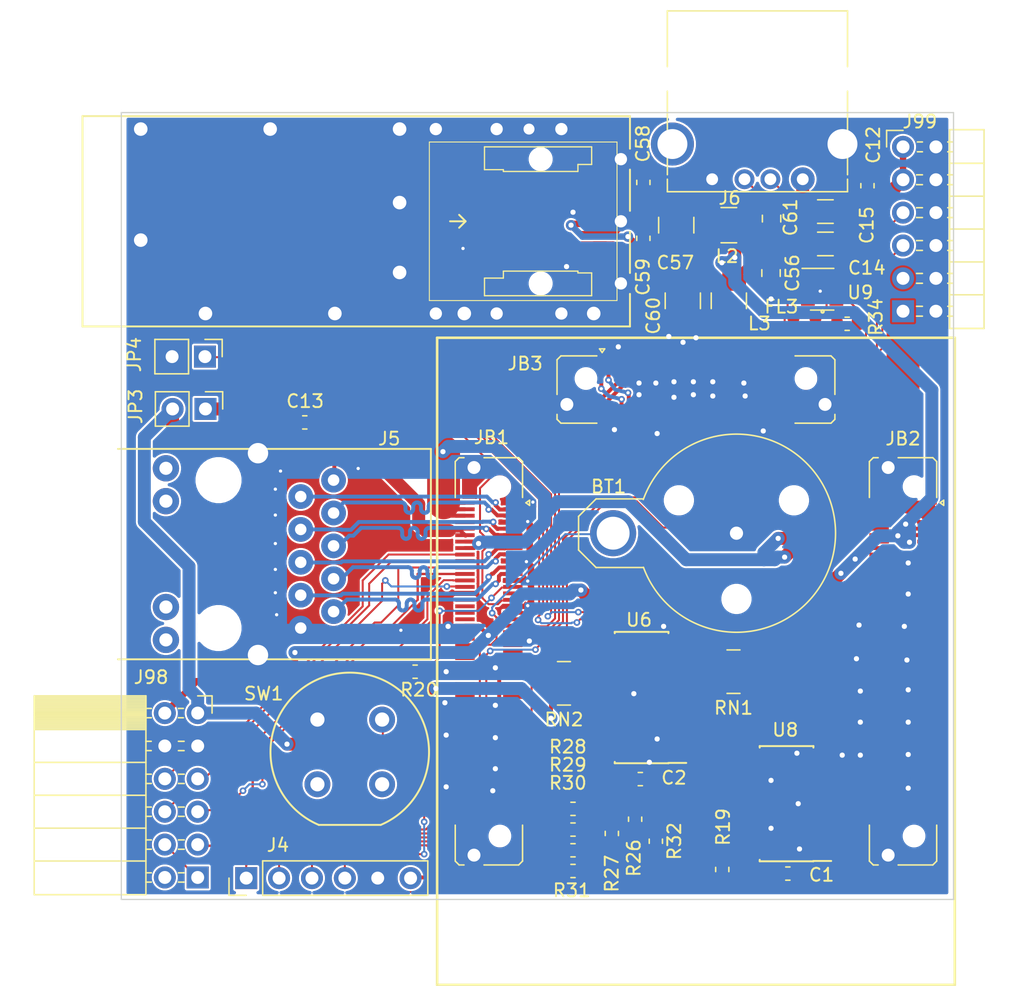
<source format=kicad_pcb>
(kicad_pcb (version 20171130) (host pcbnew 5.1.10-88a1d61d58~88~ubuntu20.04.1)
  (layers (0 F.Cu signal) (31 B.Cu signal) (34 B.Paste user) (35 F.Paste user) (36 B.SilkS user) (37 F.SilkS user) (38 B.Mask user) (39 F.Mask user) (44 Edge.Cuts user))
  (net 0 "")
  (net 1 "Net-(C14-Pad1)")
  (net 2 "Net-(FL3-Pad3)")
  (net 3 "Net-(FL3-Pad2)")
  (net 4 OTG_ID)
  (net 5 "Net-(J5-Pad14)")
  (net 6 "Net-(J5-Pad13)")
  (net 7 "Net-(J5-Pad12)")
  (net 8 "Net-(J5-Pad11)")
  (net 9 PHY_MDIO3_N)
  (net 10 PHY_MDIO3_P)
  (net 11 PHY_MDIO2_N)
  (net 12 PHY_MDIO2_P)
  (net 13 PHY_MDIO1_N)
  (net 14 PHY_MDIO1_P)
  (net 15 PHY_MDIO0_N)
  (net 16 PHY_MDIO0_P)
  (net 17 "Net-(C13-Pad1)")
  (net 18 OTG_D_P)
  (net 19 +3V3)
  (net 20 +1V8)
  (net 21 SD0_CLK_MIO40)
  (net 22 SD0_D3_MIO45)
  (net 23 SD0_CMD_MIO41)
  (net 24 SD0_D2_MIO44)
  (net 25 SD0_D0_MIO42)
  (net 26 MIO_9)
  (net 27 SD0_D1_MIO43)
  (net 28 "Net-(J98-Pad7)")
  (net 29 +5V)
  (net 30 UART_TX_MIO15)
  (net 31 UART_RX_MIO14)
  (net 32 VIN)
  (net 33 B13_L6_P)
  (net 34 B13_L6_N)
  (net 35 SDA1)
  (net 36 SCL1)
  (net 37 B13_L4_P)
  (net 38 B13_L4_N)
  (net 39 MGT_RX1_P)
  (net 40 MGT_RX1_N)
  (net 41 "Net-(C59-Pad1)")
  (net 42 "Net-(C57-Pad1)")
  (net 43 MGT_TX1_P)
  (net 44 MGT_TX1_N)
  (net 45 SDA3)
  (net 46 SCL3)
  (net 47 SCL2)
  (net 48 SDA2)
  (net 49 SDA0)
  (net 50 SCL0)
  (net 51 USB_VBUS)
  (net 52 "Net-(J4-Pad4)")
  (net 53 "Net-(J4-Pad3)")
  (net 54 "Net-(J4-Pad2)")
  (net 55 "Net-(J4-Pad1)")
  (net 56 "/B2B Connector/RESIN")
  (net 57 "/B2B Connector/EN1")
  (net 58 "Net-(U9-Pad3)")
  (net 59 VBUS_V_EN)
  (net 60 TDI)
  (net 61 TMS)
  (net 62 TCK)
  (net 63 TDO)
  (net 64 "Net-(JB1-Pad13)")
  (net 65 PGOOD)
  (net 66 "/B2B Connector/MODE")
  (net 67 B13_L7_P)
  (net 68 B13_L7_N)
  (net 69 B13_L8_P)
  (net 70 B13_L8_N)
  (net 71 B13_L10_P)
  (net 72 B13_L10_N)
  (net 73 B13_L23_P)
  (net 74 B13_L23_N)
  (net 75 B13_L14_N)
  (net 76 B13_L14_P)
  (net 77 B13_L24_N)
  (net 78 "/B2B Connector/B13_L24_P")
  (net 79 "/B2B Connector/B13_L18_P")
  (net 80 "/B2B Connector/B13_L18_N")
  (net 81 "/B2B Connector/B13_L21_N")
  (net 82 "/B2B Connector/B13_L21_P")
  (net 83 B13_L20_N)
  (net 84 B13_L20_P)
  (net 85 B13_L15_P)
  (net 86 B13_L15_N)
  (net 87 "/B2B Connector/B13_L22_P")
  (net 88 "/B2B Connector/B13_L22_N")
  (net 89 "Net-(JB1-Pad8)")
  (net 90 B13_L3_P)
  (net 91 B13_L3_N)
  (net 92 B13_L5_P)
  (net 93 B13_L5_N)
  (net 94 B13_L2_P)
  (net 95 B13_L2_N)
  (net 96 B13_L19_P)
  (net 97 B13_L19_N)
  (net 98 B13_L1_P)
  (net 99 B13_L1_N)
  (net 100 B13_L9_P)
  (net 101 B13_L9_N)
  (net 102 B13_L12_N)
  (net 103 B13_L12_P)
  (net 104 B13_L11_N)
  (net 105 B13_L11_P)
  (net 106 B13_L17_P)
  (net 107 B13_L17_N)
  (net 108 B13_L13_N)
  (net 109 B13_L13_P)
  (net 110 +BATT)
  (net 111 B13_L16_P)
  (net 112 B13_L16_N)
  (net 113 MIO_0)
  (net 114 VREF_JTAG)
  (net 115 "/B2B Connector/B35_L0")
  (net 116 "/B2B Connector/B35_L6_P")
  (net 117 "/B2B Connector/B35_L6_N")
  (net 118 "/B2B Connector/B35_L5_P")
  (net 119 "/B2B Connector/B35_L5_N")
  (net 120 "/B2B Connector/B35_L19_P")
  (net 121 "/B2B Connector/B35_L19_N")
  (net 122 "/B2B Connector/B35_L4_P")
  (net 123 "/B2B Connector/B35_L4_N")
  (net 124 "/B2B Connector/B35_L7_N")
  (net 125 "/B2B Connector/B35_L7_P")
  (net 126 "/B2B Connector/B35_L3_P")
  (net 127 "/B2B Connector/B35_L3_N")
  (net 128 "/B2B Connector/B35_L1_P")
  (net 129 "/B2B Connector/B35_L1_N")
  (net 130 "/B2B Connector/B35_L11_N")
  (net 131 "/B2B Connector/B35_L11_P")
  (net 132 "/B2B Connector/B35_L8_P")
  (net 133 "/B2B Connector/B35_L8_N")
  (net 134 "/B2B Connector/B35_L21_P")
  (net 135 "/B2B Connector/B35_L21_N")
  (net 136 "/B2B Connector/B34_L7_N")
  (net 137 "/B2B Connector/B34_L7_P")
  (net 138 "/B2B Connector/B34_L8_N")
  (net 139 "/B2B Connector/B34_L8_P")
  (net 140 "Net-(JB2-Pad30)")
  (net 141 "/B2B Connector/B34_L12_N")
  (net 142 "/B2B Connector/B34_L12_P")
  (net 143 "/B2B Connector/B34_L11_N")
  (net 144 "/B2B Connector/B34_L11_P")
  (net 145 "Net-(JB2-Pad20)")
  (net 146 "/B2B Connector/B34_L18_N")
  (net 147 "/B2B Connector/B34_L18_P")
  (net 148 "/B2B Connector/B34_L17_N")
  (net 149 "/B2B Connector/B34_L17_P")
  (net 150 "Net-(JB2-Pad4)")
  (net 151 "Net-(JB2-Pad2)")
  (net 152 "/B2B Connector/B35_L25")
  (net 153 "/B2B Connector/B35_L20_P")
  (net 154 "/B2B Connector/B35_L20_N")
  (net 155 "/B2B Connector/B35_L10_P")
  (net 156 "/B2B Connector/B35_L10_N")
  (net 157 "/B2B Connector/B35_L22_P")
  (net 158 "/B2B Connector/B35_L22_N")
  (net 159 "/B2B Connector/B35_L9_P")
  (net 160 "/B2B Connector/B35_L9_N")
  (net 161 "/B2B Connector/B35_L24_N")
  (net 162 "/B2B Connector/B35_L24_P")
  (net 163 "/B2B Connector/B35_L17_N")
  (net 164 "/B2B Connector/B35_L17_P")
  (net 165 "/B2B Connector/B35_L2_P")
  (net 166 "/B2B Connector/B35_L2_N")
  (net 167 "/B2B Connector/B35_L23_P")
  (net 168 "/B2B Connector/B35_L23_N")
  (net 169 "/B2B Connector/B35_L12_N")
  (net 170 "/B2B Connector/B35_L12_P")
  (net 171 "/B2B Connector/B35_L14_N")
  (net 172 "/B2B Connector/B35_L14_P")
  (net 173 "/B2B Connector/B35_L13_N")
  (net 174 "/B2B Connector/B35_L13_P")
  (net 175 "/B2B Connector/B35_L15_P")
  (net 176 "/B2B Connector/B35_L15_N")
  (net 177 "/B2B Connector/B35_L18_P")
  (net 178 "/B2B Connector/B35_L18_N")
  (net 179 "/B2B Connector/B35_L16_N")
  (net 180 "/B2B Connector/B35_L16_P")
  (net 181 "/B2B Connector/B34_L6_P")
  (net 182 "/B2B Connector/B34_L6_N")
  (net 183 "/B2B Connector/B34_L2_N")
  (net 184 "/B2B Connector/B34_L2_P")
  (net 185 "/B2B Connector/B34_L15_P")
  (net 186 "/B2B Connector/B34_L15_N")
  (net 187 "/B2B Connector/MGT_TX0_N")
  (net 188 "/B2B Connector/MGT_TX0_P")
  (net 189 "/B2B Connector/MGT_RX0_N")
  (net 190 "/B2B Connector/MGT_RX0_P")
  (net 191 MGT_RX2_N)
  (net 192 MGT_RX2_P)
  (net 193 MGT_RX3_N)
  (net 194 MGT_RX3_P)
  (net 195 "/B2B Connector/CLKIN2_P")
  (net 196 "/B2B Connector/CLKIN2_N")
  (net 197 "/B2B Connector/B34_L23_P")
  (net 198 "/B2B Connector/B34_L23_N")
  (net 199 "/B2B Connector/B34_L16_P")
  (net 200 "/B2B Connector/B34_L16_N")
  (net 201 "/B2B Connector/B34_L10_P")
  (net 202 "/B2B Connector/B34_L10_N")
  (net 203 "/B2B Connector/B34_L22_P")
  (net 204 "/B2B Connector/B34_L22_N")
  (net 205 "Net-(JB3-Pad55)")
  (net 206 "/B2B Connector/B34_L14_P")
  (net 207 "/B2B Connector/B34_L14_N")
  (net 208 MGT_TX2_N)
  (net 209 MGT_TX2_P)
  (net 210 MGT_TX3_N)
  (net 211 MGT_TX3_P)
  (net 212 MGT_CLK0_N)
  (net 213 MGT_CLK0_P)
  (net 214 "/B2B Connector/B34_L20_P")
  (net 215 "/B2B Connector/B34_L20_N")
  (net 216 "/B2B Connector/B34_L21_P")
  (net 217 "/B2B Connector/B34_L21_N")
  (net 218 OTG_D_N)
  (net 219 "/B2B Connector/B34_L13_P")
  (net 220 "/B2B Connector/B34_L13_N")
  (net 221 TDO_I)
  (net 222 TMS_I)
  (net 223 TCK_I)
  (net 224 TDI_I)
  (net 225 "/B2B Connector/MIO12")
  (net 226 "/B2B Connector/MIO13")
  (net 227 SCLK_MIO10)
  (net 228 SDA_MIO11)
  (module conn-sfp:sfp-cage-msa (layer F.Cu) (at 145 42 270)
    (fp_text reference J20 hide)
    (fp_text value SFP_CAGE hide)
    (pad 20 thru_hole circle (at 1.455 30.9 270) (size 1.5 1.5) (drill 1.05) (layers *.Cu *.Mask) (net 4 OTG_ID))
    (pad 19 thru_hole circle (at 7.125 25.9 270) (size 1.5 1.5) (drill 1.05) (layers *.Cu *.Mask) (net 4 OTG_ID))
    (pad 18 thru_hole circle (at 7.125 15.9 270) (size 1.5 1.5) (drill 1.05) (layers *.Cu *.Mask) (net 4 OTG_ID))
    (pad 1 thru_hole circle (at -7.125 30.9 270) (size 1.5 1.5) (drill 1.05) (layers *.Cu *.Mask) (net 4 OTG_ID))
    (pad 2 thru_hole circle (at -7.125 20.9 270) (size 1.5 1.5) (drill 1.05) (layers *.Cu *.Mask) (net 4 OTG_ID))
    (pad 5 thru_hole circle (at 3.955 10.9 270) (size 1.5 1.5) (drill 1.05) (layers *.Cu *.Mask) (net 4 OTG_ID))
    (pad 4 thru_hole circle (at -1.445 10.9 270) (size 1.5 1.5) (drill 1.05) (layers *.Cu *.Mask) (net 4 OTG_ID))
    (pad 3 thru_hole circle (at -7.125 10.9 270) (size 1.5 1.5) (drill 1.05) (layers *.Cu *.Mask) (net 4 OTG_ID))
    (pad 13 thru_hole circle (at 7.125 -4.1 270) (size 1.5 1.5) (drill 1.05) (layers *.Cu *.Mask) (net 4 OTG_ID))
    (pad 16 thru_hole circle (at 7.125 5.9 270) (size 1.5 1.5) (drill 1.05) (layers *.Cu *.Mask) (net 4 OTG_ID))
    (pad 12 thru_hole circle (at 4.8 -6.2 270) (size 1.4 1.4) (drill 0.95) (layers *.Cu *.Mask) (net 4 OTG_ID))
    (pad 11 thru_hole circle (at 0 -6.2 270) (size 1.4 1.4) (drill 0.95) (layers *.Cu *.Mask) (net 4 OTG_ID))
    (pad 10 thru_hole circle (at -4.8 -6.2 270) (size 1.4 1.4) (drill 0.95) (layers *.Cu *.Mask) (net 4 OTG_ID))
    (pad 15 thru_hole circle (at 7.125 3.4 270) (size 1.4 1.4) (drill 0.95) (layers *.Cu *.Mask) (net 4 OTG_ID))
    (pad 14 thru_hole circle (at 7.125 -1.6 270) (size 1.4 1.4) (drill 0.95) (layers *.Cu *.Mask) (net 4 OTG_ID))
    (pad 17 thru_hole circle (at 7.125 8.1 270) (size 1.4 1.4) (drill 0.95) (layers *.Cu *.Mask) (net 4 OTG_ID))
    (pad 6 thru_hole circle (at -7.125 8.1 270) (size 1.4 1.4) (drill 0.95) (layers *.Cu *.Mask) (net 4 OTG_ID))
    (pad 7 thru_hole circle (at -7.125 3.4 270) (size 1.4 1.4) (drill 0.95) (layers *.Cu *.Mask) (net 4 OTG_ID))
    (pad 9 thru_hole circle (at -7.125 -1.6 270) (size 1.4 1.4) (drill 0.95) (layers *.Cu *.Mask) (net 4 OTG_ID))
    (pad 8 thru_hole circle (at -7.125 0.9 270) (size 1.3 1.3) (drill 0.85) (layers *.Cu *.Mask) (net 4 OTG_ID))
  )
  (module Capacitor_SMD:C_0603_1608Metric (layer F.Cu) (at 152.7 85.1)
    (fp_text reference C2 (at 2.6 -0.1) (layer F.SilkS))
    (fp_text value 100nF_603)
    (pad 2 smd roundrect (at 0.7875 0) (size 0.875 0.95) (layers F.Cu F.Paste F.Mask) (net 4 OTG_ID))
    (pad 1 smd roundrect (at -0.7875 0) (size 0.875 0.95) (layers F.Cu F.Paste F.Mask) (net 19 +3V3))
  )
  (module Capacitor_SMD:C_0603_1608Metric (layer F.Cu) (at 164.1 92.4 180)
    (fp_text reference C1 (at -2.6 -0.1 180) (layer F.SilkS))
    (fp_text value 100nF_603)
    (pad 2 smd roundrect (at 0.7875 0 180) (size 0.875 0.95) (layers F.Cu F.Paste F.Mask) (net 19 +3V3))
    (pad 1 smd roundrect (at -0.7875 0 180) (size 0.875 0.95) (layers F.Cu F.Paste F.Mask) (net 4 OTG_ID))
  )
  (module Connector_PinHeader_2.54mm:PinHeader_1x06_P2.54mm_Vertical (layer F.Cu) (at 122.25 92.75 90)
    (fp_text reference J4 (at 2.55 2.45 180) (layer F.SilkS))
    (fp_text value JTAG)
    (pad 6 thru_hole oval (at 0 12.7 90) (size 1.7 1.7) (drill 1) (layers *.Cu *.Mask) (net 114 VREF_JTAG))
    (pad 5 thru_hole oval (at 0 10.16 90) (size 1.7 1.7) (drill 1) (layers *.Cu *.Mask) (net 4 OTG_ID))
    (pad 4 thru_hole oval (at 0 7.62 90) (size 1.7 1.7) (drill 1) (layers *.Cu *.Mask) (net 52 "Net-(J4-Pad4)"))
    (pad 3 thru_hole oval (at 0 5.08 90) (size 1.7 1.7) (drill 1) (layers *.Cu *.Mask) (net 53 "Net-(J4-Pad3)"))
    (pad 2 thru_hole oval (at 0 2.54 90) (size 1.7 1.7) (drill 1) (layers *.Cu *.Mask) (net 54 "Net-(J4-Pad2)"))
    (pad 1 thru_hole rect (at 0 0 90) (size 1.7 1.7) (drill 1) (layers *.Cu *.Mask) (net 55 "Net-(J4-Pad1)"))
  )
  (module proj_footprints:Molex_936263508 (layer F.Cu) (at 129 62 270)
    (fp_text reference J5 (at -3.2 -4.3) (layer F.SilkS))
    (fp_text value Molex_0936263508)
    (pad 1 thru_hole circle (at 0 0 270) (size 1.905 1.905) (drill 0.889) (layers *.Cu *.Mask) (net 17 "Net-(C13-Pad1)"))
    (pad 2 thru_hole circle (at 1.27 2.54 270) (size 1.905 1.905) (drill 0.889) (layers *.Cu *.Mask) (net 16 PHY_MDIO0_P))
    (pad 3 thru_hole circle (at 2.54 0 270) (size 1.905 1.905) (drill 0.889) (layers *.Cu *.Mask) (net 15 PHY_MDIO0_N))
    (pad 4 thru_hole circle (at 3.81 2.54 270) (size 1.905 1.905) (drill 0.889) (layers *.Cu *.Mask) (net 14 PHY_MDIO1_P))
    (pad 5 thru_hole circle (at 5.08 0 270) (size 1.905 1.905) (drill 0.889) (layers *.Cu *.Mask) (net 13 PHY_MDIO1_N))
    (pad 6 thru_hole circle (at 6.35 2.54 270) (size 1.905 1.905) (drill 0.889) (layers *.Cu *.Mask) (net 12 PHY_MDIO2_P))
    (pad 7 thru_hole circle (at 7.62 0 270) (size 1.905 1.905) (drill 0.889) (layers *.Cu *.Mask) (net 11 PHY_MDIO2_N))
    (pad 8 thru_hole circle (at 8.89 2.54 270) (size 1.905 1.905) (drill 0.889) (layers *.Cu *.Mask) (net 10 PHY_MDIO3_P))
    (pad 9 thru_hole circle (at 10.16 0 270) (size 1.905 1.905) (drill 0.889) (layers *.Cu *.Mask) (net 9 PHY_MDIO3_N))
    (pad 10 thru_hole circle (at 11.43 2.54 270) (size 1.905 1.905) (drill 0.889) (layers *.Cu *.Mask) (net 4 OTG_ID))
    (pad "" np_thru_hole circle (at 0 8.89 270) (size 3.2512 3.2512) (drill 3.2512) (layers *.Cu *.Mask))
    (pad "" np_thru_hole circle (at 11.43 8.89 270) (size 3.2512 3.2512) (drill 3.2512) (layers *.Cu *.Mask))
    (pad SH thru_hole circle (at -2.0828 5.842 270) (size 3.2512 3.2512) (drill 1.5748) (layers *.Cu *.Mask) (net 4 OTG_ID))
    (pad SH thru_hole circle (at 13.5128 5.842 270) (size 3.2512 3.2512) (drill 1.5748) (layers *.Cu *.Mask) (net 4 OTG_ID))
    (pad 11 thru_hole circle (at -0.9144 12.954 270) (size 2.032 2.032) (drill 1.016) (layers *.Cu *.Mask) (net 8 "Net-(J5-Pad11)"))
    (pad 12 thru_hole circle (at 1.6256 12.954 270) (size 2.032 2.032) (drill 1.016) (layers *.Cu *.Mask) (net 7 "Net-(J5-Pad12)"))
    (pad 13 thru_hole circle (at 9.8044 12.954 270) (size 2.032 2.032) (drill 1.016) (layers *.Cu *.Mask) (net 6 "Net-(J5-Pad13)"))
    (pad 14 thru_hole circle (at 12.3444 12.954 270) (size 2.032 2.032) (drill 1.016) (layers *.Cu *.Mask) (net 5 "Net-(J5-Pad14)"))
  )
  (module Connector_Samtec:Samtec_LSHM-130-xx.x-x-DV-S_2x30-1SH_P0.50mm_Vertical (layer F.Cu) (at 157 55)
    (fp_text reference JB3 (at -13.2 -2) (layer F.SilkS))
    (fp_text value LSHM-130-04_JB3)
    (pad SH thru_hole circle (at -9.975 1.15) (size 1.5 1.5) (drill 1) (layers *.Cu *.Mask) (net 4 OTG_ID))
    (pad SH thru_hole circle (at 9.975 1.15) (size 1.5 1.5) (drill 1) (layers *.Cu *.Mask) (net 4 OTG_ID))
    (pad "" np_thru_hole circle (at -8.5 -0.85) (size 1.45 1.45) (drill 1.45) (layers *.Cu *.Mask))
    (pad "" np_thru_hole circle (at 8.5 -0.85) (size 1.45 1.45) (drill 1.45) (layers *.Cu *.Mask))
    (pad 60 smd rect (at 7.25 1.85) (size 0.3 1.5) (layers F.Cu F.Paste F.Mask) (net 220 "/B2B Connector/B34_L13_N"))
    (pad 58 smd rect (at 6.75 1.85) (size 0.3 1.5) (layers F.Cu F.Paste F.Mask) (net 219 "/B2B Connector/B34_L13_P"))
    (pad 56 smd rect (at 6.25 1.85) (size 0.3 1.5) (layers F.Cu F.Paste F.Mask) (net 51 USB_VBUS))
    (pad 54 smd rect (at 5.75 1.85) (size 0.3 1.5) (layers F.Cu F.Paste F.Mask) (net 59 VBUS_V_EN))
    (pad 52 smd rect (at 5.25 1.85) (size 0.3 1.5) (layers F.Cu F.Paste F.Mask) (net 4 OTG_ID))
    (pad 50 smd rect (at 4.75 1.85) (size 0.3 1.5) (layers F.Cu F.Paste F.Mask) (net 218 OTG_D_N))
    (pad 48 smd rect (at 4.25 1.85) (size 0.3 1.5) (layers F.Cu F.Paste F.Mask) (net 18 OTG_D_P))
    (pad 46 smd rect (at 3.75 1.85) (size 0.3 1.5) (layers F.Cu F.Paste F.Mask) (net 4 OTG_ID))
    (pad 44 smd rect (at 3.25 1.85) (size 0.3 1.5) (layers F.Cu F.Paste F.Mask) (net 217 "/B2B Connector/B34_L21_N"))
    (pad 42 smd rect (at 2.75 1.85) (size 0.3 1.5) (layers F.Cu F.Paste F.Mask) (net 216 "/B2B Connector/B34_L21_P"))
    (pad 40 smd rect (at 2.25 1.85) (size 0.3 1.5) (layers F.Cu F.Paste F.Mask) (net 215 "/B2B Connector/B34_L20_N"))
    (pad 38 smd rect (at 1.75 1.85) (size 0.3 1.5) (layers F.Cu F.Paste F.Mask) (net 214 "/B2B Connector/B34_L20_P"))
    (pad 36 smd rect (at 1.25 1.85) (size 0.3 1.5) (layers F.Cu F.Paste F.Mask) (net 4 OTG_ID))
    (pad 34 smd rect (at 0.75 1.85) (size 0.3 1.5) (layers F.Cu F.Paste F.Mask) (net 213 MGT_CLK0_P))
    (pad 32 smd rect (at 0.25 1.85) (size 0.3 1.5) (layers F.Cu F.Paste F.Mask) (net 212 MGT_CLK0_N))
    (pad 30 smd rect (at -0.25 1.85) (size 0.3 1.5) (layers F.Cu F.Paste F.Mask) (net 4 OTG_ID))
    (pad 28 smd rect (at -0.75 1.85) (size 0.3 1.5) (layers F.Cu F.Paste F.Mask) (net 211 MGT_TX3_P))
    (pad 26 smd rect (at -1.25 1.85) (size 0.3 1.5) (layers F.Cu F.Paste F.Mask) (net 210 MGT_TX3_N))
    (pad 24 smd rect (at -1.75 1.85) (size 0.3 1.5) (layers F.Cu F.Paste F.Mask) (net 4 OTG_ID))
    (pad 22 smd rect (at -2.25 1.85) (size 0.3 1.5) (layers F.Cu F.Paste F.Mask) (net 209 MGT_TX2_P))
    (pad 20 smd rect (at -2.75 1.85) (size 0.3 1.5) (layers F.Cu F.Paste F.Mask) (net 208 MGT_TX2_N))
    (pad 18 smd rect (at -3.25 1.85) (size 0.3 1.5) (layers F.Cu F.Paste F.Mask) (net 4 OTG_ID))
    (pad 16 smd rect (at -3.75 1.85) (size 0.3 1.5) (layers F.Cu F.Paste F.Mask) (net 43 MGT_TX1_P))
    (pad 14 smd rect (at -4.25 1.85) (size 0.3 1.5) (layers F.Cu F.Paste F.Mask) (net 44 MGT_TX1_N))
    (pad 12 smd rect (at -4.75 1.85) (size 0.3 1.5) (layers F.Cu F.Paste F.Mask) (net 4 OTG_ID))
    (pad 10 smd rect (at -5.25 1.85) (size 0.3 1.5) (layers F.Cu F.Paste F.Mask) (net 188 "/B2B Connector/MGT_TX0_P"))
    (pad 8 smd rect (at -5.75 1.85) (size 0.3 1.5) (layers F.Cu F.Paste F.Mask) (net 187 "/B2B Connector/MGT_TX0_N"))
    (pad 6 smd rect (at -6.25 1.85) (size 0.3 1.5) (layers F.Cu F.Paste F.Mask) (net 4 OTG_ID))
    (pad 4 smd rect (at -6.75 1.85) (size 0.3 1.5) (layers F.Cu F.Paste F.Mask) (net 190 "/B2B Connector/MGT_RX0_P"))
    (pad 2 smd rect (at -7.25 1.85) (size 0.3 1.5) (layers F.Cu F.Paste F.Mask) (net 189 "/B2B Connector/MGT_RX0_N"))
    (pad 59 smd rect (at 7.25 -1.85) (size 0.3 1.5) (layers F.Cu F.Paste F.Mask) (net 207 "/B2B Connector/B34_L14_N"))
    (pad 57 smd rect (at 6.75 -1.85) (size 0.3 1.5) (layers F.Cu F.Paste F.Mask) (net 206 "/B2B Connector/B34_L14_P"))
    (pad 55 smd rect (at 6.25 -1.85) (size 0.3 1.5) (layers F.Cu F.Paste F.Mask) (net 205 "Net-(JB3-Pad55)"))
    (pad 53 smd rect (at 5.75 -1.85) (size 0.3 1.5) (layers F.Cu F.Paste F.Mask) (net 204 "/B2B Connector/B34_L22_N"))
    (pad 51 smd rect (at 5.25 -1.85) (size 0.3 1.5) (layers F.Cu F.Paste F.Mask) (net 203 "/B2B Connector/B34_L22_P"))
    (pad 49 smd rect (at 4.75 -1.85) (size 0.3 1.5) (layers F.Cu F.Paste F.Mask) (net 202 "/B2B Connector/B34_L10_N"))
    (pad 47 smd rect (at 4.25 -1.85) (size 0.3 1.5) (layers F.Cu F.Paste F.Mask) (net 201 "/B2B Connector/B34_L10_P"))
    (pad 45 smd rect (at 3.75 -1.85) (size 0.3 1.5) (layers F.Cu F.Paste F.Mask) (net 4 OTG_ID))
    (pad 43 smd rect (at 3.25 -1.85) (size 0.3 1.5) (layers F.Cu F.Paste F.Mask) (net 200 "/B2B Connector/B34_L16_N"))
    (pad 41 smd rect (at 2.75 -1.85) (size 0.3 1.5) (layers F.Cu F.Paste F.Mask) (net 199 "/B2B Connector/B34_L16_P"))
    (pad 39 smd rect (at 2.25 -1.85) (size 0.3 1.5) (layers F.Cu F.Paste F.Mask) (net 198 "/B2B Connector/B34_L23_N"))
    (pad 37 smd rect (at 1.75 -1.85) (size 0.3 1.5) (layers F.Cu F.Paste F.Mask) (net 197 "/B2B Connector/B34_L23_P"))
    (pad 35 smd rect (at 1.25 -1.85) (size 0.3 1.5) (layers F.Cu F.Paste F.Mask) (net 4 OTG_ID))
    (pad 33 smd rect (at 0.75 -1.85) (size 0.3 1.5) (layers F.Cu F.Paste F.Mask) (net 196 "/B2B Connector/CLKIN2_N"))
    (pad 31 smd rect (at 0.25 -1.85) (size 0.3 1.5) (layers F.Cu F.Paste F.Mask) (net 195 "/B2B Connector/CLKIN2_P"))
    (pad 29 smd rect (at -0.25 -1.85) (size 0.3 1.5) (layers F.Cu F.Paste F.Mask) (net 4 OTG_ID))
    (pad 27 smd rect (at -0.75 -1.85) (size 0.3 1.5) (layers F.Cu F.Paste F.Mask) (net 194 MGT_RX3_P))
    (pad 25 smd rect (at -1.25 -1.85) (size 0.3 1.5) (layers F.Cu F.Paste F.Mask) (net 193 MGT_RX3_N))
    (pad 23 smd rect (at -1.75 -1.85) (size 0.3 1.5) (layers F.Cu F.Paste F.Mask) (net 4 OTG_ID))
    (pad 21 smd rect (at -2.25 -1.85) (size 0.3 1.5) (layers F.Cu F.Paste F.Mask) (net 192 MGT_RX2_P))
    (pad 19 smd rect (at -2.75 -1.85) (size 0.3 1.5) (layers F.Cu F.Paste F.Mask) (net 191 MGT_RX2_N))
    (pad 17 smd rect (at -3.25 -1.85) (size 0.3 1.5) (layers F.Cu F.Paste F.Mask) (net 4 OTG_ID))
    (pad 15 smd rect (at -3.75 -1.85) (size 0.3 1.5) (layers F.Cu F.Paste F.Mask) (net 39 MGT_RX1_P))
    (pad 13 smd rect (at -4.25 -1.85) (size 0.3 1.5) (layers F.Cu F.Paste F.Mask) (net 40 MGT_RX1_N))
    (pad 11 smd rect (at -4.75 -1.85) (size 0.3 1.5) (layers F.Cu F.Paste F.Mask) (net 4 OTG_ID))
    (pad 9 smd rect (at -5.25 -1.85) (size 0.3 1.5) (layers F.Cu F.Paste F.Mask) (net 190 "/B2B Connector/MGT_RX0_P"))
    (pad 7 smd rect (at -5.75 -1.85) (size 0.3 1.5) (layers F.Cu F.Paste F.Mask) (net 189 "/B2B Connector/MGT_RX0_N"))
    (pad 5 smd rect (at -6.25 -1.85) (size 0.3 1.5) (layers F.Cu F.Paste F.Mask) (net 4 OTG_ID))
    (pad 3 smd rect (at -6.75 -1.85) (size 0.3 1.5) (layers F.Cu F.Paste F.Mask) (net 188 "/B2B Connector/MGT_TX0_P"))
    (pad 1 smd rect (at -7.25 -1.85) (size 0.3 1.5) (layers F.Cu F.Paste F.Mask) (net 187 "/B2B Connector/MGT_TX0_N"))
  )
  (module Connector_Samtec:Samtec_LSHM-150-xx.x-x-DV-S_2x50-1SH_P0.50mm_Vertical (layer F.Cu) (at 173 76 270)
    (fp_text reference JB2 (at -17.2 0) (layer F.SilkS))
    (fp_text value LSHM-150-04_JB2)
    (pad SH thru_hole circle (at -14.975 1.15 270) (size 1.5 1.5) (drill 1) (layers *.Cu *.Mask) (net 4 OTG_ID))
    (pad SH thru_hole circle (at 14.975 1.15 270) (size 1.5 1.5) (drill 1) (layers *.Cu *.Mask) (net 4 OTG_ID))
    (pad "" np_thru_hole circle (at -13.5 -0.85 270) (size 1.45 1.45) (drill 1.45) (layers *.Cu *.Mask))
    (pad "" np_thru_hole circle (at 13.5 -0.85 270) (size 1.45 1.45) (drill 1.45) (layers *.Cu *.Mask))
    (pad 100 smd rect (at 12.25 1.85 270) (size 0.3 1.5) (layers F.Cu F.Paste F.Mask) (net 62 TCK))
    (pad 98 smd rect (at 11.75 1.85 270) (size 0.3 1.5) (layers F.Cu F.Paste F.Mask) (net 63 TDO))
    (pad 96 smd rect (at 11.25 1.85 270) (size 0.3 1.5) (layers F.Cu F.Paste F.Mask) (net 60 TDI))
    (pad 94 smd rect (at 10.75 1.85 270) (size 0.3 1.5) (layers F.Cu F.Paste F.Mask) (net 61 TMS))
    (pad 92 smd rect (at 10.25 1.85 270) (size 0.3 1.5) (layers F.Cu F.Paste F.Mask) (net 114 VREF_JTAG))
    (pad 90 smd rect (at 9.75 1.85 270) (size 0.3 1.5) (layers F.Cu F.Paste F.Mask) (net 115 "/B2B Connector/B35_L0"))
    (pad 88 smd rect (at 9.25 1.85 270) (size 0.3 1.5) (layers F.Cu F.Paste F.Mask) (net 116 "/B2B Connector/B35_L6_P"))
    (pad 86 smd rect (at 8.75 1.85 270) (size 0.3 1.5) (layers F.Cu F.Paste F.Mask) (net 117 "/B2B Connector/B35_L6_N"))
    (pad 84 smd rect (at 8.25 1.85 270) (size 0.3 1.5) (layers F.Cu F.Paste F.Mask) (net 118 "/B2B Connector/B35_L5_P"))
    (pad 82 smd rect (at 7.75 1.85 270) (size 0.3 1.5) (layers F.Cu F.Paste F.Mask) (net 119 "/B2B Connector/B35_L5_N"))
    (pad 80 smd rect (at 7.25 1.85 270) (size 0.3 1.5) (layers F.Cu F.Paste F.Mask) (net 4 OTG_ID))
    (pad 78 smd rect (at 6.75 1.85 270) (size 0.3 1.5) (layers F.Cu F.Paste F.Mask) (net 120 "/B2B Connector/B35_L19_P"))
    (pad 76 smd rect (at 6.25 1.85 270) (size 0.3 1.5) (layers F.Cu F.Paste F.Mask) (net 121 "/B2B Connector/B35_L19_N"))
    (pad 74 smd rect (at 5.75 1.85 270) (size 0.3 1.5) (layers F.Cu F.Paste F.Mask) (net 122 "/B2B Connector/B35_L4_P"))
    (pad 72 smd rect (at 5.25 1.85 270) (size 0.3 1.5) (layers F.Cu F.Paste F.Mask) (net 123 "/B2B Connector/B35_L4_N"))
    (pad 70 smd rect (at 4.75 1.85 270) (size 0.3 1.5) (layers F.Cu F.Paste F.Mask) (net 4 OTG_ID))
    (pad 68 smd rect (at 4.25 1.85 270) (size 0.3 1.5) (layers F.Cu F.Paste F.Mask) (net 124 "/B2B Connector/B35_L7_N"))
    (pad 66 smd rect (at 3.75 1.85 270) (size 0.3 1.5) (layers F.Cu F.Paste F.Mask) (net 125 "/B2B Connector/B35_L7_P"))
    (pad 64 smd rect (at 3.25 1.85 270) (size 0.3 1.5) (layers F.Cu F.Paste F.Mask) (net 126 "/B2B Connector/B35_L3_P"))
    (pad 62 smd rect (at 2.75 1.85 270) (size 0.3 1.5) (layers F.Cu F.Paste F.Mask) (net 127 "/B2B Connector/B35_L3_N"))
    (pad 60 smd rect (at 2.25 1.85 270) (size 0.3 1.5) (layers F.Cu F.Paste F.Mask) (net 4 OTG_ID))
    (pad 58 smd rect (at 1.75 1.85 270) (size 0.3 1.5) (layers F.Cu F.Paste F.Mask) (net 128 "/B2B Connector/B35_L1_P"))
    (pad 56 smd rect (at 1.25 1.85 270) (size 0.3 1.5) (layers F.Cu F.Paste F.Mask) (net 129 "/B2B Connector/B35_L1_N"))
    (pad 54 smd rect (at 0.75 1.85 270) (size 0.3 1.5) (layers F.Cu F.Paste F.Mask) (net 130 "/B2B Connector/B35_L11_N"))
    (pad 52 smd rect (at 0.25 1.85 270) (size 0.3 1.5) (layers F.Cu F.Paste F.Mask) (net 131 "/B2B Connector/B35_L11_P"))
    (pad 50 smd rect (at -0.25 1.85 270) (size 0.3 1.5) (layers F.Cu F.Paste F.Mask) (net 4 OTG_ID))
    (pad 48 smd rect (at -0.75 1.85 270) (size 0.3 1.5) (layers F.Cu F.Paste F.Mask) (net 132 "/B2B Connector/B35_L8_P"))
    (pad 46 smd rect (at -1.25 1.85 270) (size 0.3 1.5) (layers F.Cu F.Paste F.Mask) (net 133 "/B2B Connector/B35_L8_N"))
    (pad 44 smd rect (at -1.75 1.85 270) (size 0.3 1.5) (layers F.Cu F.Paste F.Mask) (net 134 "/B2B Connector/B35_L21_P"))
    (pad 42 smd rect (at -2.25 1.85 270) (size 0.3 1.5) (layers F.Cu F.Paste F.Mask) (net 135 "/B2B Connector/B35_L21_N"))
    (pad 40 smd rect (at -2.75 1.85 270) (size 0.3 1.5) (layers F.Cu F.Paste F.Mask) (net 4 OTG_ID))
    (pad 38 smd rect (at -3.25 1.85 270) (size 0.3 1.5) (layers F.Cu F.Paste F.Mask) (net 136 "/B2B Connector/B34_L7_N"))
    (pad 36 smd rect (at -3.75 1.85 270) (size 0.3 1.5) (layers F.Cu F.Paste F.Mask) (net 137 "/B2B Connector/B34_L7_P"))
    (pad 34 smd rect (at -4.25 1.85 270) (size 0.3 1.5) (layers F.Cu F.Paste F.Mask) (net 138 "/B2B Connector/B34_L8_N"))
    (pad 32 smd rect (at -4.75 1.85 270) (size 0.3 1.5) (layers F.Cu F.Paste F.Mask) (net 139 "/B2B Connector/B34_L8_P"))
    (pad 30 smd rect (at -5.25 1.85 270) (size 0.3 1.5) (layers F.Cu F.Paste F.Mask) (net 140 "Net-(JB2-Pad30)"))
    (pad 28 smd rect (at -5.75 1.85 270) (size 0.3 1.5) (layers F.Cu F.Paste F.Mask) (net 141 "/B2B Connector/B34_L12_N"))
    (pad 26 smd rect (at -6.25 1.85 270) (size 0.3 1.5) (layers F.Cu F.Paste F.Mask) (net 142 "/B2B Connector/B34_L12_P"))
    (pad 24 smd rect (at -6.75 1.85 270) (size 0.3 1.5) (layers F.Cu F.Paste F.Mask) (net 143 "/B2B Connector/B34_L11_N"))
    (pad 22 smd rect (at -7.25 1.85 270) (size 0.3 1.5) (layers F.Cu F.Paste F.Mask) (net 144 "/B2B Connector/B34_L11_P"))
    (pad 20 smd rect (at -7.75 1.85 270) (size 0.3 1.5) (layers F.Cu F.Paste F.Mask) (net 145 "Net-(JB2-Pad20)"))
    (pad 18 smd rect (at -8.25 1.85 270) (size 0.3 1.5) (layers F.Cu F.Paste F.Mask) (net 146 "/B2B Connector/B34_L18_N"))
    (pad 16 smd rect (at -8.75 1.85 270) (size 0.3 1.5) (layers F.Cu F.Paste F.Mask) (net 147 "/B2B Connector/B34_L18_P"))
    (pad 14 smd rect (at -9.25 1.85 270) (size 0.3 1.5) (layers F.Cu F.Paste F.Mask) (net 148 "/B2B Connector/B34_L17_N"))
    (pad 12 smd rect (at -9.75 1.85 270) (size 0.3 1.5) (layers F.Cu F.Paste F.Mask) (net 149 "/B2B Connector/B34_L17_P"))
    (pad 10 smd rect (at -10.25 1.85 270) (size 0.3 1.5) (layers F.Cu F.Paste F.Mask) (net 20 +1V8))
    (pad 8 smd rect (at -10.75 1.85 270) (size 0.3 1.5) (layers F.Cu F.Paste F.Mask) (net 20 +1V8))
    (pad 6 smd rect (at -11.25 1.85 270) (size 0.3 1.5) (layers F.Cu F.Paste F.Mask) (net 20 +1V8))
    (pad 4 smd rect (at -11.75 1.85 270) (size 0.3 1.5) (layers F.Cu F.Paste F.Mask) (net 150 "Net-(JB2-Pad4)"))
    (pad 2 smd rect (at -12.25 1.85 270) (size 0.3 1.5) (layers F.Cu F.Paste F.Mask) (net 151 "Net-(JB2-Pad2)"))
    (pad 99 smd rect (at 12.25 -1.85 270) (size 0.3 1.5) (layers F.Cu F.Paste F.Mask) (net 152 "/B2B Connector/B35_L25"))
    (pad 97 smd rect (at 11.75 -1.85 270) (size 0.3 1.5) (layers F.Cu F.Paste F.Mask) (net 153 "/B2B Connector/B35_L20_P"))
    (pad 95 smd rect (at 11.25 -1.85 270) (size 0.3 1.5) (layers F.Cu F.Paste F.Mask) (net 154 "/B2B Connector/B35_L20_N"))
    (pad 93 smd rect (at 10.75 -1.85 270) (size 0.3 1.5) (layers F.Cu F.Paste F.Mask) (net 155 "/B2B Connector/B35_L10_P"))
    (pad 91 smd rect (at 10.25 -1.85 270) (size 0.3 1.5) (layers F.Cu F.Paste F.Mask) (net 156 "/B2B Connector/B35_L10_N"))
    (pad 89 smd rect (at 9.75 -1.85 270) (size 0.3 1.5) (layers F.Cu F.Paste F.Mask) (net 4 OTG_ID))
    (pad 87 smd rect (at 9.25 -1.85 270) (size 0.3 1.5) (layers F.Cu F.Paste F.Mask) (net 157 "/B2B Connector/B35_L22_P"))
    (pad 85 smd rect (at 8.75 -1.85 270) (size 0.3 1.5) (layers F.Cu F.Paste F.Mask) (net 158 "/B2B Connector/B35_L22_N"))
    (pad 83 smd rect (at 8.25 -1.85 270) (size 0.3 1.5) (layers F.Cu F.Paste F.Mask) (net 159 "/B2B Connector/B35_L9_P"))
    (pad 81 smd rect (at 7.75 -1.85 270) (size 0.3 1.5) (layers F.Cu F.Paste F.Mask) (net 160 "/B2B Connector/B35_L9_N"))
    (pad 79 smd rect (at 7.25 -1.85 270) (size 0.3 1.5) (layers F.Cu F.Paste F.Mask) (net 4 OTG_ID))
    (pad 77 smd rect (at 6.75 -1.85 270) (size 0.3 1.5) (layers F.Cu F.Paste F.Mask) (net 161 "/B2B Connector/B35_L24_N"))
    (pad 75 smd rect (at 6.25 -1.85 270) (size 0.3 1.5) (layers F.Cu F.Paste F.Mask) (net 162 "/B2B Connector/B35_L24_P"))
    (pad 73 smd rect (at 5.75 -1.85 270) (size 0.3 1.5) (layers F.Cu F.Paste F.Mask) (net 163 "/B2B Connector/B35_L17_N"))
    (pad 71 smd rect (at 5.25 -1.85 270) (size 0.3 1.5) (layers F.Cu F.Paste F.Mask) (net 164 "/B2B Connector/B35_L17_P"))
    (pad 69 smd rect (at 4.75 -1.85 270) (size 0.3 1.5) (layers F.Cu F.Paste F.Mask) (net 4 OTG_ID))
    (pad 67 smd rect (at 4.25 -1.85 270) (size 0.3 1.5) (layers F.Cu F.Paste F.Mask) (net 165 "/B2B Connector/B35_L2_P"))
    (pad 65 smd rect (at 3.75 -1.85 270) (size 0.3 1.5) (layers F.Cu F.Paste F.Mask) (net 166 "/B2B Connector/B35_L2_N"))
    (pad 63 smd rect (at 3.25 -1.85 270) (size 0.3 1.5) (layers F.Cu F.Paste F.Mask) (net 167 "/B2B Connector/B35_L23_P"))
    (pad 61 smd rect (at 2.75 -1.85 270) (size 0.3 1.5) (layers F.Cu F.Paste F.Mask) (net 168 "/B2B Connector/B35_L23_N"))
    (pad 59 smd rect (at 2.25 -1.85 270) (size 0.3 1.5) (layers F.Cu F.Paste F.Mask) (net 4 OTG_ID))
    (pad 57 smd rect (at 1.75 -1.85 270) (size 0.3 1.5) (layers F.Cu F.Paste F.Mask) (net 169 "/B2B Connector/B35_L12_N"))
    (pad 55 smd rect (at 1.25 -1.85 270) (size 0.3 1.5) (layers F.Cu F.Paste F.Mask) (net 170 "/B2B Connector/B35_L12_P"))
    (pad 53 smd rect (at 0.75 -1.85 270) (size 0.3 1.5) (layers F.Cu F.Paste F.Mask) (net 171 "/B2B Connector/B35_L14_N"))
    (pad 51 smd rect (at 0.25 -1.85 270) (size 0.3 1.5) (layers F.Cu F.Paste F.Mask) (net 172 "/B2B Connector/B35_L14_P"))
    (pad 49 smd rect (at -0.25 -1.85 270) (size 0.3 1.5) (layers F.Cu F.Paste F.Mask) (net 4 OTG_ID))
    (pad 47 smd rect (at -0.75 -1.85 270) (size 0.3 1.5) (layers F.Cu F.Paste F.Mask) (net 173 "/B2B Connector/B35_L13_N"))
    (pad 45 smd rect (at -1.25 -1.85 270) (size 0.3 1.5) (layers F.Cu F.Paste F.Mask) (net 174 "/B2B Connector/B35_L13_P"))
    (pad 43 smd rect (at -1.75 -1.85 270) (size 0.3 1.5) (layers F.Cu F.Paste F.Mask) (net 175 "/B2B Connector/B35_L15_P"))
    (pad 41 smd rect (at -2.25 -1.85 270) (size 0.3 1.5) (layers F.Cu F.Paste F.Mask) (net 176 "/B2B Connector/B35_L15_N"))
    (pad 39 smd rect (at -2.75 -1.85 270) (size 0.3 1.5) (layers F.Cu F.Paste F.Mask) (net 4 OTG_ID))
    (pad 37 smd rect (at -3.25 -1.85 270) (size 0.3 1.5) (layers F.Cu F.Paste F.Mask) (net 177 "/B2B Connector/B35_L18_P"))
    (pad 35 smd rect (at -3.75 -1.85 270) (size 0.3 1.5) (layers F.Cu F.Paste F.Mask) (net 178 "/B2B Connector/B35_L18_N"))
    (pad 33 smd rect (at -4.25 -1.85 270) (size 0.3 1.5) (layers F.Cu F.Paste F.Mask) (net 179 "/B2B Connector/B35_L16_N"))
    (pad 31 smd rect (at -4.75 -1.85 270) (size 0.3 1.5) (layers F.Cu F.Paste F.Mask) (net 180 "/B2B Connector/B35_L16_P"))
    (pad 29 smd rect (at -5.25 -1.85 270) (size 0.3 1.5) (layers F.Cu F.Paste F.Mask) (net 4 OTG_ID))
    (pad 27 smd rect (at -5.75 -1.85 270) (size 0.3 1.5) (layers F.Cu F.Paste F.Mask) (net 181 "/B2B Connector/B34_L6_P"))
    (pad 25 smd rect (at -6.25 -1.85 270) (size 0.3 1.5) (layers F.Cu F.Paste F.Mask) (net 182 "/B2B Connector/B34_L6_N"))
    (pad 23 smd rect (at -6.75 -1.85 270) (size 0.3 1.5) (layers F.Cu F.Paste F.Mask) (net 183 "/B2B Connector/B34_L2_N"))
    (pad 21 smd rect (at -7.25 -1.85 270) (size 0.3 1.5) (layers F.Cu F.Paste F.Mask) (net 184 "/B2B Connector/B34_L2_P"))
    (pad 19 smd rect (at -7.75 -1.85 270) (size 0.3 1.5) (layers F.Cu F.Paste F.Mask) (net 4 OTG_ID))
    (pad 17 smd rect (at -8.25 -1.85 270) (size 0.3 1.5) (layers F.Cu F.Paste F.Mask) (net 56 "/B2B Connector/RESIN"))
    (pad 15 smd rect (at -8.75 -1.85 270) (size 0.3 1.5) (layers F.Cu F.Paste F.Mask) (net 185 "/B2B Connector/B34_L15_P"))
    (pad 13 smd rect (at -9.25 -1.85 270) (size 0.3 1.5) (layers F.Cu F.Paste F.Mask) (net 186 "/B2B Connector/B34_L15_N"))
    (pad 11 smd rect (at -9.75 -1.85 270) (size 0.3 1.5) (layers F.Cu F.Paste F.Mask) (net 19 +3V3))
    (pad 9 smd rect (at -10.25 -1.85 270) (size 0.3 1.5) (layers F.Cu F.Paste F.Mask) (net 19 +3V3))
    (pad 7 smd rect (at -10.75 -1.85 270) (size 0.3 1.5) (layers F.Cu F.Paste F.Mask) (net 32 VIN))
    (pad 5 smd rect (at -11.25 -1.85 270) (size 0.3 1.5) (layers F.Cu F.Paste F.Mask) (net 32 VIN))
    (pad 3 smd rect (at -11.75 -1.85 270) (size 0.3 1.5) (layers F.Cu F.Paste F.Mask) (net 32 VIN))
    (pad 1 smd rect (at -12.25 -1.85 270) (size 0.3 1.5) (layers F.Cu F.Paste F.Mask) (net 32 VIN))
  )
  (module Connector_Samtec:Samtec_LSHM-150-xx.x-x-DV-S_2x50-1SH_P0.50mm_Vertical (layer F.Cu) (at 141 76 270)
    (fp_text reference JB1 (at -17.3 -0.2) (layer F.SilkS))
    (fp_text value LSHM-150-04_JB1)
    (pad SH thru_hole circle (at -14.975 1.15 270) (size 1.5 1.5) (drill 1) (layers *.Cu *.Mask) (net 4 OTG_ID))
    (pad SH thru_hole circle (at 14.975 1.15 270) (size 1.5 1.5) (drill 1) (layers *.Cu *.Mask) (net 4 OTG_ID))
    (pad "" np_thru_hole circle (at -13.5 -0.85 270) (size 1.45 1.45) (drill 1.45) (layers *.Cu *.Mask))
    (pad "" np_thru_hole circle (at 13.5 -0.85 270) (size 1.45 1.45) (drill 1.45) (layers *.Cu *.Mask))
    (pad 100 smd rect (at 12.25 1.85 270) (size 0.3 1.5) (layers F.Cu F.Paste F.Mask) (net 225 "/B2B Connector/MIO12"))
    (pad 98 smd rect (at 11.75 1.85 270) (size 0.3 1.5) (layers F.Cu F.Paste F.Mask) (net 226 "/B2B Connector/MIO13"))
    (pad 96 smd rect (at 11.25 1.85 270) (size 0.3 1.5) (layers F.Cu F.Paste F.Mask) (net 227 SCLK_MIO10))
    (pad 94 smd rect (at 10.75 1.85 270) (size 0.3 1.5) (layers F.Cu F.Paste F.Mask) (net 228 SDA_MIO11))
    (pad 92 smd rect (at 10.25 1.85 270) (size 0.3 1.5) (layers F.Cu F.Paste F.Mask) (net 26 MIO_9))
    (pad 90 smd rect (at 9.75 1.85 270) (size 0.3 1.5) (layers F.Cu F.Paste F.Mask) (net 4 OTG_ID))
    (pad 88 smd rect (at 9.25 1.85 270) (size 0.3 1.5) (layers F.Cu F.Paste F.Mask) (net 113 MIO_0))
    (pad 86 smd rect (at 8.75 1.85 270) (size 0.3 1.5) (layers F.Cu F.Paste F.Mask) (net 30 UART_TX_MIO15))
    (pad 84 smd rect (at 8.25 1.85 270) (size 0.3 1.5) (layers F.Cu F.Paste F.Mask) (net 112 B13_L16_N))
    (pad 82 smd rect (at 7.75 1.85 270) (size 0.3 1.5) (layers F.Cu F.Paste F.Mask) (net 111 B13_L16_P))
    (pad 80 smd rect (at 7.25 1.85 270) (size 0.3 1.5) (layers F.Cu F.Paste F.Mask) (net 110 +BATT))
    (pad 78 smd rect (at 6.75 1.85 270) (size 0.3 1.5) (layers F.Cu F.Paste F.Mask) (net 109 B13_L13_P))
    (pad 76 smd rect (at 6.25 1.85 270) (size 0.3 1.5) (layers F.Cu F.Paste F.Mask) (net 108 B13_L13_N))
    (pad 74 smd rect (at 5.75 1.85 270) (size 0.3 1.5) (layers F.Cu F.Paste F.Mask) (net 4 OTG_ID))
    (pad 72 smd rect (at 5.25 1.85 270) (size 0.3 1.5) (layers F.Cu F.Paste F.Mask) (net 107 B13_L17_N))
    (pad 70 smd rect (at 4.75 1.85 270) (size 0.3 1.5) (layers F.Cu F.Paste F.Mask) (net 106 B13_L17_P))
    (pad 68 smd rect (at 4.25 1.85 270) (size 0.3 1.5) (layers F.Cu F.Paste F.Mask) (net 105 B13_L11_P))
    (pad 66 smd rect (at 3.75 1.85 270) (size 0.3 1.5) (layers F.Cu F.Paste F.Mask) (net 104 B13_L11_N))
    (pad 64 smd rect (at 3.25 1.85 270) (size 0.3 1.5) (layers F.Cu F.Paste F.Mask) (net 4 OTG_ID))
    (pad 62 smd rect (at 2.75 1.85 270) (size 0.3 1.5) (layers F.Cu F.Paste F.Mask) (net 103 B13_L12_P))
    (pad 60 smd rect (at 2.25 1.85 270) (size 0.3 1.5) (layers F.Cu F.Paste F.Mask) (net 102 B13_L12_N))
    (pad 58 smd rect (at 1.75 1.85 270) (size 0.3 1.5) (layers F.Cu F.Paste F.Mask) (net 101 B13_L9_N))
    (pad 56 smd rect (at 1.25 1.85 270) (size 0.3 1.5) (layers F.Cu F.Paste F.Mask) (net 100 B13_L9_P))
    (pad 54 smd rect (at 0.75 1.85 270) (size 0.3 1.5) (layers F.Cu F.Paste F.Mask) (net 4 OTG_ID))
    (pad 52 smd rect (at 0.25 1.85 270) (size 0.3 1.5) (layers F.Cu F.Paste F.Mask) (net 99 B13_L1_N))
    (pad 50 smd rect (at -0.25 1.85 270) (size 0.3 1.5) (layers F.Cu F.Paste F.Mask) (net 98 B13_L1_P))
    (pad 48 smd rect (at -0.75 1.85 270) (size 0.3 1.5) (layers F.Cu F.Paste F.Mask) (net 97 B13_L19_N))
    (pad 46 smd rect (at -1.25 1.85 270) (size 0.3 1.5) (layers F.Cu F.Paste F.Mask) (net 96 B13_L19_P))
    (pad 44 smd rect (at -1.75 1.85 270) (size 0.3 1.5) (layers F.Cu F.Paste F.Mask) (net 95 B13_L2_N))
    (pad 42 smd rect (at -2.25 1.85 270) (size 0.3 1.5) (layers F.Cu F.Paste F.Mask) (net 94 B13_L2_P))
    (pad 40 smd rect (at -2.75 1.85 270) (size 0.3 1.5) (layers F.Cu F.Paste F.Mask) (net 20 +1V8))
    (pad 38 smd rect (at -3.25 1.85 270) (size 0.3 1.5) (layers F.Cu F.Paste F.Mask) (net 93 B13_L5_N))
    (pad 36 smd rect (at -3.75 1.85 270) (size 0.3 1.5) (layers F.Cu F.Paste F.Mask) (net 92 B13_L5_P))
    (pad 34 smd rect (at -4.25 1.85 270) (size 0.3 1.5) (layers F.Cu F.Paste F.Mask) (net 91 B13_L3_N))
    (pad 32 smd rect (at -4.75 1.85 270) (size 0.3 1.5) (layers F.Cu F.Paste F.Mask) (net 90 B13_L3_P))
    (pad 30 smd rect (at -5.25 1.85 270) (size 0.3 1.5) (layers F.Cu F.Paste F.Mask) (net 4 OTG_ID))
    (pad 28 smd rect (at -5.75 1.85 270) (size 0.3 1.5) (layers F.Cu F.Paste F.Mask) (net 21 SD0_CLK_MIO40))
    (pad 26 smd rect (at -6.25 1.85 270) (size 0.3 1.5) (layers F.Cu F.Paste F.Mask) (net 23 SD0_CMD_MIO41))
    (pad 24 smd rect (at -6.75 1.85 270) (size 0.3 1.5) (layers F.Cu F.Paste F.Mask) (net 25 SD0_D0_MIO42))
    (pad 22 smd rect (at -7.25 1.85 270) (size 0.3 1.5) (layers F.Cu F.Paste F.Mask) (net 27 SD0_D1_MIO43))
    (pad 20 smd rect (at -7.75 1.85 270) (size 0.3 1.5) (layers F.Cu F.Paste F.Mask) (net 24 SD0_D2_MIO44))
    (pad 18 smd rect (at -8.25 1.85 270) (size 0.3 1.5) (layers F.Cu F.Paste F.Mask) (net 22 SD0_D3_MIO45))
    (pad 16 smd rect (at -8.75 1.85 270) (size 0.3 1.5) (layers F.Cu F.Paste F.Mask) (net 32 VIN))
    (pad 14 smd rect (at -9.25 1.85 270) (size 0.3 1.5) (layers F.Cu F.Paste F.Mask) (net 32 VIN))
    (pad 12 smd rect (at -9.75 1.85 270) (size 0.3 1.5) (layers F.Cu F.Paste F.Mask) (net 19 +3V3))
    (pad 10 smd rect (at -10.25 1.85 270) (size 0.3 1.5) (layers F.Cu F.Paste F.Mask) (net 19 +3V3))
    (pad 8 smd rect (at -10.75 1.85 270) (size 0.3 1.5) (layers F.Cu F.Paste F.Mask) (net 89 "Net-(JB1-Pad8)"))
    (pad 6 smd rect (at -11.25 1.85 270) (size 0.3 1.5) (layers F.Cu F.Paste F.Mask) (net 32 VIN))
    (pad 4 smd rect (at -11.75 1.85 270) (size 0.3 1.5) (layers F.Cu F.Paste F.Mask) (net 32 VIN))
    (pad 2 smd rect (at -12.25 1.85 270) (size 0.3 1.5) (layers F.Cu F.Paste F.Mask) (net 32 VIN))
    (pad 99 smd rect (at 12.25 -1.85 270) (size 0.3 1.5) (layers F.Cu F.Paste F.Mask) (net 88 "/B2B Connector/B13_L22_N"))
    (pad 97 smd rect (at 11.75 -1.85 270) (size 0.3 1.5) (layers F.Cu F.Paste F.Mask) (net 87 "/B2B Connector/B13_L22_P"))
    (pad 95 smd rect (at 11.25 -1.85 270) (size 0.3 1.5) (layers F.Cu F.Paste F.Mask) (net 86 B13_L15_N))
    (pad 93 smd rect (at 10.75 -1.85 270) (size 0.3 1.5) (layers F.Cu F.Paste F.Mask) (net 85 B13_L15_P))
    (pad 91 smd rect (at 10.25 -1.85 270) (size 0.3 1.5) (layers F.Cu F.Paste F.Mask) (net 31 UART_RX_MIO14))
    (pad 89 smd rect (at 9.75 -1.85 270) (size 0.3 1.5) (layers F.Cu F.Paste F.Mask) (net 4 OTG_ID))
    (pad 87 smd rect (at 9.25 -1.85 270) (size 0.3 1.5) (layers F.Cu F.Paste F.Mask) (net 84 B13_L20_P))
    (pad 85 smd rect (at 8.75 -1.85 270) (size 0.3 1.5) (layers F.Cu F.Paste F.Mask) (net 83 B13_L20_N))
    (pad 83 smd rect (at 8.25 -1.85 270) (size 0.3 1.5) (layers F.Cu F.Paste F.Mask) (net 4 OTG_ID))
    (pad 81 smd rect (at 7.75 -1.85 270) (size 0.3 1.5) (layers F.Cu F.Paste F.Mask) (net 82 "/B2B Connector/B13_L21_P"))
    (pad 79 smd rect (at 7.25 -1.85 270) (size 0.3 1.5) (layers F.Cu F.Paste F.Mask) (net 81 "/B2B Connector/B13_L21_N"))
    (pad 77 smd rect (at 6.75 -1.85 270) (size 0.3 1.5) (layers F.Cu F.Paste F.Mask) (net 80 "/B2B Connector/B13_L18_N"))
    (pad 75 smd rect (at 6.25 -1.85 270) (size 0.3 1.5) (layers F.Cu F.Paste F.Mask) (net 79 "/B2B Connector/B13_L18_P"))
    (pad 73 smd rect (at 5.75 -1.85 270) (size 0.3 1.5) (layers F.Cu F.Paste F.Mask) (net 4 OTG_ID))
    (pad 71 smd rect (at 5.25 -1.85 270) (size 0.3 1.5) (layers F.Cu F.Paste F.Mask) (net 78 "/B2B Connector/B13_L24_P"))
    (pad 69 smd rect (at 4.75 -1.85 270) (size 0.3 1.5) (layers F.Cu F.Paste F.Mask) (net 77 B13_L24_N))
    (pad 67 smd rect (at 4.25 -1.85 270) (size 0.3 1.5) (layers F.Cu F.Paste F.Mask) (net 76 B13_L14_P))
    (pad 65 smd rect (at 3.75 -1.85 270) (size 0.3 1.5) (layers F.Cu F.Paste F.Mask) (net 75 B13_L14_N))
    (pad 63 smd rect (at 3.25 -1.85 270) (size 0.3 1.5) (layers F.Cu F.Paste F.Mask) (net 4 OTG_ID))
    (pad 61 smd rect (at 2.75 -1.85 270) (size 0.3 1.5) (layers F.Cu F.Paste F.Mask) (net 74 B13_L23_N))
    (pad 59 smd rect (at 2.25 -1.85 270) (size 0.3 1.5) (layers F.Cu F.Paste F.Mask) (net 73 B13_L23_P))
    (pad 57 smd rect (at 1.75 -1.85 270) (size 0.3 1.5) (layers F.Cu F.Paste F.Mask) (net 72 B13_L10_N))
    (pad 55 smd rect (at 1.25 -1.85 270) (size 0.3 1.5) (layers F.Cu F.Paste F.Mask) (net 71 B13_L10_P))
    (pad 53 smd rect (at 0.75 -1.85 270) (size 0.3 1.5) (layers F.Cu F.Paste F.Mask) (net 4 OTG_ID))
    (pad 51 smd rect (at 0.25 -1.85 270) (size 0.3 1.5) (layers F.Cu F.Paste F.Mask) (net 70 B13_L8_N))
    (pad 49 smd rect (at -0.25 -1.85 270) (size 0.3 1.5) (layers F.Cu F.Paste F.Mask) (net 69 B13_L8_P))
    (pad 47 smd rect (at -0.75 -1.85 270) (size 0.3 1.5) (layers F.Cu F.Paste F.Mask) (net 68 B13_L7_N))
    (pad 45 smd rect (at -1.25 -1.85 270) (size 0.3 1.5) (layers F.Cu F.Paste F.Mask) (net 67 B13_L7_P))
    (pad 43 smd rect (at -1.75 -1.85 270) (size 0.3 1.5) (layers F.Cu F.Paste F.Mask) (net 4 OTG_ID))
    (pad 41 smd rect (at -2.25 -1.85 270) (size 0.3 1.5) (layers F.Cu F.Paste F.Mask) (net 38 B13_L4_N))
    (pad 39 smd rect (at -2.75 -1.85 270) (size 0.3 1.5) (layers F.Cu F.Paste F.Mask) (net 37 B13_L4_P))
    (pad 37 smd rect (at -3.25 -1.85 270) (size 0.3 1.5) (layers F.Cu F.Paste F.Mask) (net 34 B13_L6_N))
    (pad 35 smd rect (at -3.75 -1.85 270) (size 0.3 1.5) (layers F.Cu F.Paste F.Mask) (net 33 B13_L6_P))
    (pad 33 smd rect (at -4.25 -1.85 270) (size 0.3 1.5) (layers F.Cu F.Paste F.Mask) (net 4 OTG_ID))
    (pad 31 smd rect (at -4.75 -1.85 270) (size 0.3 1.5) (layers F.Cu F.Paste F.Mask) (net 66 "/B2B Connector/MODE"))
    (pad 29 smd rect (at -5.25 -1.85 270) (size 0.3 1.5) (layers F.Cu F.Paste F.Mask) (net 65 PGOOD))
    (pad 27 smd rect (at -5.75 -1.85 270) (size 0.3 1.5) (layers F.Cu F.Paste F.Mask) (net 57 "/B2B Connector/EN1"))
    (pad 25 smd rect (at -6.25 -1.85 270) (size 0.3 1.5) (layers F.Cu F.Paste F.Mask) (net 4 OTG_ID))
    (pad 23 smd rect (at -6.75 -1.85 270) (size 0.3 1.5) (layers F.Cu F.Paste F.Mask) (net 9 PHY_MDIO3_N))
    (pad 21 smd rect (at -7.25 -1.85 270) (size 0.3 1.5) (layers F.Cu F.Paste F.Mask) (net 10 PHY_MDIO3_P))
    (pad 19 smd rect (at -7.75 -1.85 270) (size 0.3 1.5) (layers F.Cu F.Paste F.Mask) (net 4 OTG_ID))
    (pad 17 smd rect (at -8.25 -1.85 270) (size 0.3 1.5) (layers F.Cu F.Paste F.Mask) (net 11 PHY_MDIO2_N))
    (pad 15 smd rect (at -8.75 -1.85 270) (size 0.3 1.5) (layers F.Cu F.Paste F.Mask) (net 12 PHY_MDIO2_P))
    (pad 13 smd rect (at -9.25 -1.85 270) (size 0.3 1.5) (layers F.Cu F.Paste F.Mask) (net 64 "Net-(JB1-Pad13)"))
    (pad 11 smd rect (at -9.75 -1.85 270) (size 0.3 1.5) (layers F.Cu F.Paste F.Mask) (net 13 PHY_MDIO1_N))
    (pad 9 smd rect (at -10.25 -1.85 270) (size 0.3 1.5) (layers F.Cu F.Paste F.Mask) (net 14 PHY_MDIO1_P))
    (pad 7 smd rect (at -10.75 -1.85 270) (size 0.3 1.5) (layers F.Cu F.Paste F.Mask) (net 4 OTG_ID))
    (pad 5 smd rect (at -11.25 -1.85 270) (size 0.3 1.5) (layers F.Cu F.Paste F.Mask) (net 15 PHY_MDIO0_N))
    (pad 3 smd rect (at -11.75 -1.85 270) (size 0.3 1.5) (layers F.Cu F.Paste F.Mask) (net 16 PHY_MDIO0_P))
    (pad 1 smd rect (at -12.25 -1.85 270) (size 0.3 1.5) (layers F.Cu F.Paste F.Mask) (net 4 OTG_ID))
  )
  (module proj_footprints:WE_CNSW (layer F.Cu) (at 165.382 49.92 180)
    (fp_text reference FL3 (at 1.782 1.32 180) (layer F.SilkS))
    (fp_text value EMI_Filter_LL_14)
    (pad 4 smd roundrect (at -0.85 -0.4 180) (size 0.9 0.4) (layers F.Cu F.Paste F.Mask) (net 18 OTG_D_P))
    (pad 3 smd roundrect (at 0.85 -0.4 180) (size 0.9 0.4) (layers F.Cu F.Paste F.Mask) (net 2 "Net-(FL3-Pad3)"))
    (pad 2 smd roundrect (at 0.85 0.4 180) (size 0.9 0.4) (layers F.Cu F.Paste F.Mask) (net 3 "Net-(FL3-Pad2)"))
    (pad 1 smd roundrect (at -0.85 0.4 180) (size 0.9 0.4) (layers F.Cu F.Paste F.Mask) (net 218 OTG_D_N))
  )
  (module Battery:BatteryHolder_Keystone_500 (layer F.Cu) (at 150.6 66.1)
    (fp_text reference BT1 (at -0.35 -3.6) (layer F.SilkS))
    (fp_text value CR1220)
    (pad "" np_thru_hole circle (at 5.08 -2.54) (size 2.03 2.03) (drill 2.03) (layers *.Cu *.Mask))
    (pad "" np_thru_hole circle (at 13.97 -2.54) (size 2.03 2.03) (drill 2.03) (layers *.Cu *.Mask))
    (pad "" np_thru_hole circle (at 9.53 5.08) (size 2.03 2.03) (drill 2.03) (layers *.Cu *.Mask))
    (pad 2 thru_hole circle (at 9.53 0) (size 2.54 2.54) (drill 1.02) (layers *.Cu *.Mask) (net 4 OTG_ID))
    (pad 1 thru_hole circle (at 0 0) (size 3.56 3.56) (drill 2.54) (layers *.Cu *.Mask) (net 110 +BATT))
  )
  (module Button_Switch_THT:Push_E-Switch_KS01Q01 (layer F.Cu) (at 127.75 80.5)
    (fp_text reference SW1 (at -4.15 -2) (layer F.SilkS))
    (fp_text value SW_Push)
    (pad 3 thru_hole circle (at 0 5) (size 2 2) (drill 1.1) (layers *.Cu *.Mask))
    (pad 4 thru_hole circle (at 5 5) (size 2 2) (drill 1.1) (layers *.Cu *.Mask))
    (pad 2 thru_hole circle (at 5 0) (size 2 2) (drill 1.1) (layers *.Cu *.Mask) (net 56 "/B2B Connector/RESIN"))
    (pad 1 thru_hole circle (at 0 0) (size 2 2) (drill 1.1) (layers *.Cu *.Mask) (net 4 OTG_ID))
  )
  (module Capacitor_SMD:C_0603_1608Metric (layer F.Cu) (at 170.25 39.25 90)
    (fp_text reference C12 (at 3.15 0.45 90) (layer F.SilkS))
    (fp_text value 100nF_603)
    (pad 2 smd roundrect (at 0.7875 0 90) (size 0.875 0.95) (layers F.Cu F.Paste F.Mask) (net 4 OTG_ID))
    (pad 1 smd roundrect (at -0.7875 0 90) (size 0.875 0.95) (layers F.Cu F.Paste F.Mask) (net 29 +5V))
  )
  (module Capacitor_SMD:C_0603_1608Metric (layer F.Cu) (at 126.774 57.54 180)
    (fp_text reference C13 (at -0.026 1.64 180) (layer F.SilkS))
    (fp_text value 100nF_603)
    (pad 2 smd roundrect (at 0.7875 0 180) (size 0.875 0.95) (layers F.Cu F.Paste F.Mask) (net 4 OTG_ID))
    (pad 1 smd roundrect (at -0.7875 0 180) (size 0.875 0.95) (layers F.Cu F.Paste F.Mask) (net 17 "Net-(C13-Pad1)"))
  )
  (module Capacitor_SMD:C_0603_1608Metric (layer F.Cu) (at 152.936 38.998 90)
    (fp_text reference C58 (at 2.998 -0.036 90) (layer F.SilkS))
    (fp_text value 10nF_603)
    (pad 2 smd roundrect (at 0.7875 0 90) (size 0.875 0.95) (layers F.Cu F.Paste F.Mask) (net 4 OTG_ID))
    (pad 1 smd roundrect (at -0.7875 0 90) (size 0.875 0.95) (layers F.Cu F.Paste F.Mask) (net 42 "Net-(C57-Pad1)"))
  )
  (module Capacitor_SMD:C_0603_1608Metric (layer F.Cu) (at 152.936 43.316 90)
    (fp_text reference C59 (at -2.984 -0.036 270) (layer F.SilkS))
    (fp_text value 10nF_603)
    (pad 2 smd roundrect (at 0.7875 0 90) (size 0.875 0.95) (layers F.Cu F.Paste F.Mask) (net 4 OTG_ID))
    (pad 1 smd roundrect (at -0.7875 0 90) (size 0.875 0.95) (layers F.Cu F.Paste F.Mask) (net 41 "Net-(C59-Pad1)"))
  )
  (module Capacitor_SMD:C_0805_2012Metric (layer F.Cu) (at 162.8 46 270)
    (fp_text reference C56 (at 0 -1.65 270) (layer F.SilkS))
    (fp_text value 1uF_805)
    (pad 2 smd roundrect (at 0.9375 0 270) (size 0.975 1.4) (layers F.Cu F.Paste F.Mask) (net 4 OTG_ID))
    (pad 1 smd roundrect (at -0.9375 0 270) (size 0.975 1.4) (layers F.Cu F.Paste F.Mask) (net 19 +3V3))
  )
  (module Capacitor_SMD:C_0805_2012Metric (layer F.Cu) (at 162.842 41.792 90)
    (fp_text reference C61 (at 0.092 1.458 90) (layer F.SilkS))
    (fp_text value 1uF_805)
    (pad 2 smd roundrect (at 0.9375 0 90) (size 0.975 1.4) (layers F.Cu F.Paste F.Mask) (net 4 OTG_ID))
    (pad 1 smd roundrect (at -0.9375 0 90) (size 0.975 1.4) (layers F.Cu F.Paste F.Mask) (net 19 +3V3))
  )
  (module Capacitor_SMD:C_1206_3216Metric (layer F.Cu) (at 167 43.75)
    (fp_text reference C14 (at 3.2 1.85) (layer F.SilkS))
    (fp_text value "47uF, 10V")
    (pad 2 smd roundrect (at 1.4 0) (size 1.25 1.75) (layers F.Cu F.Paste F.Mask) (roundrect_rratio 0.2) (net 4 OTG_ID))
    (pad 1 smd roundrect (at -1.4 0) (size 1.25 1.75) (layers F.Cu F.Paste F.Mask) (roundrect_rratio 0.2) (net 1 "Net-(C14-Pad1)"))
  )
  (module Capacitor_SMD:C_1206_3216Metric (layer F.Cu) (at 167 41.25)
    (fp_text reference C15 (at 3.2 1.05 90) (layer F.SilkS))
    (fp_text value "47uF, 10V")
    (pad 2 smd roundrect (at 1.4 0) (size 1.25 1.75) (layers F.Cu F.Paste F.Mask) (roundrect_rratio 0.2) (net 4 OTG_ID))
    (pad 1 smd roundrect (at -1.4 0) (size 1.25 1.75) (layers F.Cu F.Paste F.Mask) (roundrect_rratio 0.2) (net 1 "Net-(C14-Pad1)"))
  )
  (module Capacitor_SMD:C_1210_3225Metric (layer F.Cu) (at 155.984 48.142 270)
    (fp_text reference C60 (at 1.158 2.284 90) (layer F.SilkS))
    (fp_text value 10uF_1210)
    (pad 2 smd roundrect (at 1.4 0 270) (size 1.25 2.65) (layers F.Cu F.Paste F.Mask) (roundrect_rratio 0.2) (net 4 OTG_ID))
    (pad 1 smd roundrect (at -1.4 0 270) (size 1.25 2.65) (layers F.Cu F.Paste F.Mask) (roundrect_rratio 0.2) (net 41 "Net-(C59-Pad1)"))
  )
  (module Capacitor_SMD:C_1210_3225Metric (layer F.Cu) (at 155.476 42.3 270)
    (fp_text reference C57 (at 2.9 0.076) (layer F.SilkS))
    (fp_text value 10uF_1210)
    (pad 2 smd roundrect (at 1.4 0 270) (size 1.25 2.65) (layers F.Cu F.Paste F.Mask) (roundrect_rratio 0.2) (net 4 OTG_ID))
    (pad 1 smd roundrect (at -1.4 0 270) (size 1.25 2.65) (layers F.Cu F.Paste F.Mask) (roundrect_rratio 0.2) (net 42 "Net-(C57-Pad1)"))
  )
  (module Connector_PinHeader_2.54mm:PinHeader_1x02_P2.54mm_Vertical (layer F.Cu) (at 119.062205 52.45698 270)
    (fp_text reference JP4 (at -0.15698 5.462205 270) (layer F.SilkS))
    (fp_text value Jumper)
    (pad 2 thru_hole oval (at 0 2.54 270) (size 1.7 1.7) (drill 1) (layers *.Cu *.Mask) (net 4 OTG_ID))
    (pad 1 thru_hole rect (at 0 0 270) (size 1.7 1.7) (drill 1) (layers *.Cu *.Mask) (net 66 "/B2B Connector/MODE"))
  )
  (module Connector_PinHeader_2.54mm:PinHeader_1x02_P2.54mm_Vertical (layer F.Cu) (at 119.1 56.5 270)
    (fp_text reference JP3 (at -0.2 5.4 270) (layer F.SilkS))
    (fp_text value TEST)
    (pad 2 thru_hole oval (at 0 2.54 270) (size 1.7 1.7) (drill 1) (layers *.Cu *.Mask) (net 19 +3V3))
    (pad 1 thru_hole rect (at 0 0 270) (size 1.7 1.7) (drill 1) (layers *.Cu *.Mask) (net 32 VIN))
  )
  (module Inductor_SMD:L_1210_3225Metric (layer F.Cu) (at 159.54 42.3)
    (fp_text reference L2 (at -0.14 2.4) (layer F.SilkS))
    (fp_text value 1uH)
    (pad 2 smd roundrect (at 1.4 0) (size 1.25 2.65) (layers F.Cu F.Paste F.Mask) (roundrect_rratio 0.2) (net 19 +3V3))
    (pad 1 smd roundrect (at -1.4 0) (size 1.25 2.65) (layers F.Cu F.Paste F.Mask) (roundrect_rratio 0.2) (net 42 "Net-(C57-Pad1)"))
  )
  (module Inductor_SMD:L_1210_3225Metric (layer F.Cu) (at 159.54 48.142 90)
    (fp_text reference L3 (at -1.758 2.36 180) (layer F.SilkS))
    (fp_text value 1uH)
    (pad 2 smd roundrect (at 1.4 0 90) (size 1.25 2.65) (layers F.Cu F.Paste F.Mask) (roundrect_rratio 0.2) (net 19 +3V3))
    (pad 1 smd roundrect (at -1.4 0 90) (size 1.25 2.65) (layers F.Cu F.Paste F.Mask) (roundrect_rratio 0.2) (net 41 "Net-(C59-Pad1)"))
  )
  (module Package_SO:SOIC-14_3.9x8.7mm_P1.27mm (layer F.Cu) (at 164 87 180)
    (fp_text reference U8 (at 0.1 5.7 180) (layer F.SilkS))
    (fp_text value 74AC125)
    (pad 14 smd rect (at 2.7 -3.81 180) (size 1.5 0.6) (layers F.Cu F.Paste F.Mask) (net 19 +3V3))
    (pad 13 smd rect (at 2.7 -2.54 180) (size 1.5 0.6) (layers F.Cu F.Paste F.Mask) (net 4 OTG_ID))
    (pad 12 smd rect (at 2.7 -1.27 180) (size 1.5 0.6) (layers F.Cu F.Paste F.Mask) (net 63 TDO))
    (pad 11 smd rect (at 2.7 0 180) (size 1.5 0.6) (layers F.Cu F.Paste F.Mask) (net 221 TDO_I))
    (pad 10 smd rect (at 2.7 1.27 180) (size 1.5 0.6) (layers F.Cu F.Paste F.Mask) (net 4 OTG_ID))
    (pad 9 smd rect (at 2.7 2.54 180) (size 1.5 0.6) (layers F.Cu F.Paste F.Mask) (net 222 TMS_I))
    (pad 8 smd rect (at 2.7 3.81 180) (size 1.5 0.6) (layers F.Cu F.Paste F.Mask) (net 61 TMS))
    (pad 7 smd rect (at -2.7 3.81 180) (size 1.5 0.6) (layers F.Cu F.Paste F.Mask) (net 4 OTG_ID))
    (pad 6 smd rect (at -2.7 2.54 180) (size 1.5 0.6) (layers F.Cu F.Paste F.Mask) (net 60 TDI))
    (pad 5 smd rect (at -2.7 1.27 180) (size 1.5 0.6) (layers F.Cu F.Paste F.Mask) (net 224 TDI_I))
    (pad 4 smd rect (at -2.7 0 180) (size 1.5 0.6) (layers F.Cu F.Paste F.Mask) (net 4 OTG_ID))
    (pad 3 smd rect (at -2.7 -1.27 180) (size 1.5 0.6) (layers F.Cu F.Paste F.Mask) (net 62 TCK))
    (pad 2 smd rect (at -2.7 -2.54 180) (size 1.5 0.6) (layers F.Cu F.Paste F.Mask) (net 223 TCK_I))
    (pad 1 smd rect (at -2.7 -3.81 180) (size 1.5 0.6) (layers F.Cu F.Paste F.Mask) (net 4 OTG_ID))
  )
  (module Package_SO:SOIC-16_3.9x9.9mm_P1.27mm (layer F.Cu) (at 152.8 78.8 180)
    (fp_text reference U6 (at 0.2 6 180) (layer F.SilkS))
    (fp_text value PCA9546AD)
    (pad 16 smd rect (at 2.7 -4.445 180) (size 1.5 0.6) (layers F.Cu F.Paste F.Mask) (net 19 +3V3))
    (pad 15 smd rect (at 2.7 -3.175 180) (size 1.5 0.6) (layers F.Cu F.Paste F.Mask) (net 228 SDA_MIO11))
    (pad 14 smd rect (at 2.7 -1.905 180) (size 1.5 0.6) (layers F.Cu F.Paste F.Mask) (net 227 SCLK_MIO10))
    (pad 13 smd rect (at 2.7 -0.635 180) (size 1.5 0.6) (layers F.Cu F.Paste F.Mask) (net 4 OTG_ID))
    (pad 12 smd rect (at 2.7 0.635 180) (size 1.5 0.6) (layers F.Cu F.Paste F.Mask) (net 46 SCL3))
    (pad 11 smd rect (at 2.7 1.905 180) (size 1.5 0.6) (layers F.Cu F.Paste F.Mask) (net 45 SDA3))
    (pad 10 smd rect (at 2.7 3.175 180) (size 1.5 0.6) (layers F.Cu F.Paste F.Mask) (net 47 SCL2))
    (pad 9 smd rect (at 2.7 4.445 180) (size 1.5 0.6) (layers F.Cu F.Paste F.Mask) (net 48 SDA2))
    (pad 8 smd rect (at -2.7 4.445 180) (size 1.5 0.6) (layers F.Cu F.Paste F.Mask) (net 4 OTG_ID))
    (pad 7 smd rect (at -2.7 3.175 180) (size 1.5 0.6) (layers F.Cu F.Paste F.Mask) (net 36 SCL1))
    (pad 6 smd rect (at -2.7 1.905 180) (size 1.5 0.6) (layers F.Cu F.Paste F.Mask) (net 35 SDA1))
    (pad 5 smd rect (at -2.7 0.635 180) (size 1.5 0.6) (layers F.Cu F.Paste F.Mask) (net 50 SCL0))
    (pad 4 smd rect (at -2.7 -0.635 180) (size 1.5 0.6) (layers F.Cu F.Paste F.Mask) (net 49 SDA0))
    (pad 3 smd rect (at -2.7 -1.905 180) (size 1.5 0.6) (layers F.Cu F.Paste F.Mask) (net 19 +3V3))
    (pad 2 smd rect (at -2.7 -3.175 180) (size 1.5 0.6) (layers F.Cu F.Paste F.Mask) (net 4 OTG_ID))
    (pad 1 smd rect (at -2.7 -4.445 180) (size 1.5 0.6) (layers F.Cu F.Paste F.Mask) (net 4 OTG_ID))
  )
  (module Package_TO_SOT_SMD:SOT-23-5 (layer F.Cu) (at 166.75 47.25)
    (fp_text reference U9 (at 2.95 0.25 180) (layer F.SilkS))
    (fp_text value TPS2051B)
    (pad 5 smd rect (at 1.1 -0.95) (size 1.06 0.65) (layers F.Cu F.Paste F.Mask) (net 29 +5V))
    (pad 4 smd rect (at 1.1 0.95) (size 1.06 0.65) (layers F.Cu F.Paste F.Mask) (net 59 VBUS_V_EN))
    (pad 3 smd rect (at -1.1 0.95) (size 1.06 0.65) (layers F.Cu F.Paste F.Mask) (net 58 "Net-(U9-Pad3)"))
    (pad 2 smd rect (at -1.1 0) (size 1.06 0.65) (layers F.Cu F.Paste F.Mask) (net 4 OTG_ID))
    (pad 1 smd rect (at -1.1 -0.95) (size 1.06 0.65) (layers F.Cu F.Paste F.Mask) (net 1 "Net-(C14-Pad1)"))
  )
  (module Resistor_SMD:R_0603_1608Metric (layer F.Cu) (at 152.3 88.2 90)
    (fp_text reference R26 (at -3 -0.1 90) (layer F.SilkS))
    (fp_text value R100k)
    (pad 2 smd roundrect (at 0.7875 0 90) (size 0.875 0.95) (layers F.Cu F.Paste F.Mask) (net 222 TMS_I))
    (pad 1 smd roundrect (at -0.7875 0 90) (size 0.875 0.95) (layers F.Cu F.Paste F.Mask) (net 19 +3V3))
  )
  (module Resistor_SMD:R_0603_1608Metric (layer F.Cu) (at 135.3 76.8)
    (fp_text reference R20 (at 0.3 1.4) (layer F.SilkS))
    (fp_text value R10k)
    (pad 2 smd roundrect (at 0.7875 0) (size 0.875 0.95) (layers F.Cu F.Paste F.Mask) (net 57 "/B2B Connector/EN1"))
    (pad 1 smd roundrect (at -0.7875 0) (size 0.875 0.95) (layers F.Cu F.Paste F.Mask) (net 19 +3V3))
  )
  (module Resistor_SMD:R_0603_1608Metric (layer F.Cu) (at 159.032 92.084 270)
    (fp_text reference R19 (at -3.284 -0.068 270) (layer F.SilkS))
    (fp_text value R10k)
    (pad 2 smd roundrect (at 0.7875 0 270) (size 0.875 0.95) (layers F.Cu F.Paste F.Mask) (net 56 "/B2B Connector/RESIN"))
    (pad 1 smd roundrect (at -0.7875 0 270) (size 0.875 0.95) (layers F.Cu F.Paste F.Mask) (net 19 +3V3))
  )
  (module Resistor_SMD:R_0603_1608Metric (layer F.Cu) (at 147.5 87.4)
    (fp_text reference R28 (at -0.4 -4.8 180) (layer F.SilkS))
    (fp_text value R100)
    (pad 2 smd roundrect (at 0.7875 0) (size 0.875 0.95) (layers F.Cu F.Paste F.Mask) (net 222 TMS_I))
    (pad 1 smd roundrect (at -0.7875 0) (size 0.875 0.95) (layers F.Cu F.Paste F.Mask) (net 55 "Net-(J4-Pad1)"))
  )
  (module Resistor_SMD:R_0603_1608Metric (layer F.Cu) (at 147.5 89)
    (fp_text reference R29 (at -0.4 -5) (layer F.SilkS))
    (fp_text value R100)
    (pad 2 smd roundrect (at 0.7875 0) (size 0.875 0.95) (layers F.Cu F.Paste F.Mask) (net 224 TDI_I))
    (pad 1 smd roundrect (at -0.7875 0) (size 0.875 0.95) (layers F.Cu F.Paste F.Mask) (net 54 "Net-(J4-Pad2)"))
  )
  (module Resistor_SMD:R_0603_1608Metric (layer F.Cu) (at 147.5 90.6)
    (fp_text reference R30 (at -0.4 -5.2) (layer F.SilkS))
    (fp_text value R100)
    (pad 2 smd roundrect (at 0.7875 0) (size 0.875 0.95) (layers F.Cu F.Paste F.Mask) (net 221 TDO_I))
    (pad 1 smd roundrect (at -0.7875 0) (size 0.875 0.95) (layers F.Cu F.Paste F.Mask) (net 53 "Net-(J4-Pad3)"))
  )
  (module Resistor_SMD:R_0603_1608Metric (layer F.Cu) (at 147.5 92.2)
    (fp_text reference R31 (at -0.1 1.5 180) (layer F.SilkS))
    (fp_text value R100)
    (pad 2 smd roundrect (at 0.7875 0) (size 0.875 0.95) (layers F.Cu F.Paste F.Mask) (net 223 TCK_I))
    (pad 1 smd roundrect (at -0.7875 0) (size 0.875 0.95) (layers F.Cu F.Paste F.Mask) (net 52 "Net-(J4-Pad4)"))
  )
  (module Resistor_SMD:R_0603_1608Metric (layer F.Cu) (at 153.9 89.9 270)
    (fp_text reference R32 (at 0 -1.43 270) (layer F.SilkS))
    (fp_text value R100k)
    (pad 2 smd roundrect (at 0.7875 0 270) (size 0.875 0.95) (layers F.Cu F.Paste F.Mask) (net 223 TCK_I))
    (pad 1 smd roundrect (at -0.7875 0 270) (size 0.875 0.95) (layers F.Cu F.Paste F.Mask) (net 19 +3V3))
  )
  (module Resistor_SMD:R_0603_1608Metric (layer F.Cu) (at 168.684 49.92 180)
    (fp_text reference R34 (at -2.216 0.52 270) (layer F.SilkS))
    (fp_text value 10k)
    (pad 2 smd roundrect (at 0.7875 0 180) (size 0.875 0.95) (layers F.Cu F.Paste F.Mask) (net 1 "Net-(C14-Pad1)"))
    (pad 1 smd roundrect (at -0.7875 0 180) (size 0.875 0.95) (layers F.Cu F.Paste F.Mask) (net 51 USB_VBUS))
  )
  (module Resistor_SMD:R_0603_1608Metric (layer F.Cu) (at 150.5 89.3 90)
    (fp_text reference R27 (at -3.1 0 90) (layer F.SilkS))
    (fp_text value R100k)
    (pad 2 smd roundrect (at 0.7875 0 90) (size 0.875 0.95) (layers F.Cu F.Paste F.Mask) (net 224 TDI_I))
    (pad 1 smd roundrect (at -0.7875 0 90) (size 0.875 0.95) (layers F.Cu F.Paste F.Mask) (net 19 +3V3))
  )
  (module Resistor_SMD:R_Array_Convex_4x0603 (layer F.Cu) (at 159.9 76.8 180)
    (fp_text reference RN1 (at 0 -2.8 180) (layer F.SilkS))
    (fp_text value 4x4k7)
    (pad 5 smd rect (at 0.9 1.2 180) (size 0.8 0.5) (layers F.Cu F.Paste F.Mask) (net 36 SCL1))
    (pad 6 smd rect (at 0.9 0.4 180) (size 0.8 0.4) (layers F.Cu F.Paste F.Mask) (net 35 SDA1))
    (pad 8 smd rect (at 0.9 -1.2 180) (size 0.8 0.5) (layers F.Cu F.Paste F.Mask) (net 49 SDA0))
    (pad 7 smd rect (at 0.9 -0.4 180) (size 0.8 0.4) (layers F.Cu F.Paste F.Mask) (net 50 SCL0))
    (pad 4 smd rect (at -0.9 1.2 180) (size 0.8 0.5) (layers F.Cu F.Paste F.Mask) (net 19 +3V3))
    (pad 2 smd rect (at -0.9 -0.4 180) (size 0.8 0.4) (layers F.Cu F.Paste F.Mask) (net 19 +3V3))
    (pad 3 smd rect (at -0.9 0.4 180) (size 0.8 0.4) (layers F.Cu F.Paste F.Mask) (net 19 +3V3))
    (pad 1 smd rect (at -0.9 -1.2 180) (size 0.8 0.5) (layers F.Cu F.Paste F.Mask) (net 19 +3V3))
  )
  (module Resistor_SMD:R_Array_Convex_4x0603 (layer F.Cu) (at 146.8 77.7 180)
    (fp_text reference RN2 (at 0 -2.8 180) (layer F.SilkS))
    (fp_text value 4x4k7)
    (pad 5 smd rect (at 0.9 1.2 180) (size 0.8 0.5) (layers F.Cu F.Paste F.Mask) (net 19 +3V3))
    (pad 6 smd rect (at 0.9 0.4 180) (size 0.8 0.4) (layers F.Cu F.Paste F.Mask) (net 19 +3V3))
    (pad 8 smd rect (at 0.9 -1.2 180) (size 0.8 0.5) (layers F.Cu F.Paste F.Mask) (net 19 +3V3))
    (pad 7 smd rect (at 0.9 -0.4 180) (size 0.8 0.4) (layers F.Cu F.Paste F.Mask) (net 19 +3V3))
    (pad 4 smd rect (at -0.9 1.2 180) (size 0.8 0.5) (layers F.Cu F.Paste F.Mask) (net 48 SDA2))
    (pad 2 smd rect (at -0.9 -0.4 180) (size 0.8 0.4) (layers F.Cu F.Paste F.Mask) (net 45 SDA3))
    (pad 3 smd rect (at -0.9 0.4 180) (size 0.8 0.4) (layers F.Cu F.Paste F.Mask) (net 47 SCL2))
    (pad 1 smd rect (at -0.9 -1.2 180) (size 0.8 0.5) (layers F.Cu F.Paste F.Mask) (net 46 SCL3))
  )
  (module conn-sfp:TE_1367073-1 (layer F.Cu) (at 145 42 270)
    (fp_text reference J19 hide)
    (fp_text value SFP hide)
    (pad 20 smd rect (at -3.8 -4.1 270) (size 0.5 2) (layers F.Cu F.Paste F.Mask) (net 4 OTG_ID))
    (pad 19 smd rect (at -3 -4.1 270) (size 0.5 2) (layers F.Cu F.Paste F.Mask) (net 43 MGT_TX1_P))
    (pad 18 smd rect (at -2.2 -4.1 270) (size 0.5 2) (layers F.Cu F.Paste F.Mask) (net 44 MGT_TX1_N))
    (pad 17 smd rect (at -1.4 -4.1 270) (size 0.5 2) (layers F.Cu F.Paste F.Mask) (net 4 OTG_ID))
    (pad 16 smd rect (at -0.6 -4.1 270) (size 0.5 2) (layers F.Cu F.Paste F.Mask) (net 42 "Net-(C57-Pad1)"))
    (pad 15 smd rect (at 0.2 -4.1 270) (size 0.5 2) (layers F.Cu F.Paste F.Mask) (net 41 "Net-(C59-Pad1)"))
    (pad 14 smd rect (at 1 -4.1 270) (size 0.5 2) (layers F.Cu F.Paste F.Mask) (net 4 OTG_ID))
    (pad 13 smd rect (at 1.8 -4.1 270) (size 0.5 2) (layers F.Cu F.Paste F.Mask) (net 39 MGT_RX1_P))
    (pad 12 smd rect (at 2.6 -4.1 270) (size 0.5 2) (layers F.Cu F.Paste F.Mask) (net 40 MGT_RX1_N))
    (pad 11 smd rect (at 3.4 -4.1 270) (size 0.5 2) (layers F.Cu F.Paste F.Mask) (net 4 OTG_ID))
    (pad 10 smd rect (at 3.8 4.1 270) (size 0.5 2) (layers F.Cu F.Paste F.Mask) (net 4 OTG_ID))
    (pad 9 smd rect (at 3 4.1 270) (size 0.5 2) (layers F.Cu F.Paste F.Mask) (net 4 OTG_ID))
    (pad 8 smd rect (at 2.2 4.1 270) (size 0.5 2) (layers F.Cu F.Paste F.Mask) (net 38 B13_L4_N))
    (pad 7 smd rect (at 1.4 4.1 270) (size 0.5 2) (layers F.Cu F.Paste F.Mask) (net 4 OTG_ID))
    (pad 6 smd rect (at 0.6 4.1 270) (size 0.5 2) (layers F.Cu F.Paste F.Mask) (net 37 B13_L4_P))
    (pad 5 smd rect (at -0.2 4.1 270) (size 0.5 2) (layers F.Cu F.Paste F.Mask) (net 36 SCL1))
    (pad 4 smd rect (at -1 4.1 270) (size 0.5 2) (layers F.Cu F.Paste F.Mask) (net 35 SDA1))
    (pad 3 smd rect (at -1.8 4.1 270) (size 0.5 2) (layers F.Cu F.Paste F.Mask) (net 34 B13_L6_N))
    (pad 2 smd rect (at -2.6 4.1 270) (size 0.5 2) (layers F.Cu F.Paste F.Mask) (net 33 B13_L6_P))
    (pad 1 smd rect (at -3.4 4.1 270) (size 0.5 2) (layers F.Cu F.Paste F.Mask) (net 4 OTG_ID))
    (pad "" np_thru_hole circle (at 4.8 0 270) (size 1.55 1.55) (drill 1.55) (layers *.Cu *.Mask))
    (pad "" np_thru_hole circle (at -4.8 0 270) (size 1.55 1.55) (drill 1.55) (layers *.Cu *.Mask))
  )
  (module pmod:PinHeader_2x06_P2.54mm_Horizontal (layer F.Cu) (at 173 36.25)
    (fp_text reference J99 (at 1.3 -1.95) (layer F.SilkS))
    (fp_text value Conn_02x06_Top_Bottom)
    (pad 1 thru_hole rect (at 0 12.7) (size 1.7 1.7) (drill 1) (layers *.Cu *.Mask) (net 32 VIN))
    (pad 2 thru_hole oval (at 0 10.16) (size 1.7 1.7) (drill 1) (layers *.Cu *.Mask) (net 32 VIN))
    (pad 3 thru_hole oval (at 0 7.62) (size 1.7 1.7) (drill 1) (layers *.Cu *.Mask) (net 31 UART_RX_MIO14))
    (pad 4 thru_hole oval (at 0 5.08) (size 1.7 1.7) (drill 1) (layers *.Cu *.Mask) (net 30 UART_TX_MIO15))
    (pad 5 thru_hole oval (at 0 2.54) (size 1.7 1.7) (drill 1) (layers *.Cu *.Mask) (net 29 +5V))
    (pad 6 thru_hole oval (at 0 0) (size 1.7 1.7) (drill 1) (layers *.Cu *.Mask) (net 29 +5V))
    (pad 7 thru_hole oval (at 2.54 12.7) (size 1.7 1.7) (drill 1) (layers *.Cu *.Mask) (net 4 OTG_ID))
    (pad 8 thru_hole oval (at 2.54 10.16) (size 1.7 1.7) (drill 1) (layers *.Cu *.Mask) (net 4 OTG_ID))
    (pad 9 thru_hole oval (at 2.54 7.62) (size 1.7 1.7) (drill 1) (layers *.Cu *.Mask) (net 4 OTG_ID))
    (pad 10 thru_hole oval (at 2.54 5.08) (size 1.7 1.7) (drill 1) (layers *.Cu *.Mask) (net 4 OTG_ID))
    (pad 11 thru_hole oval (at 2.54 2.54) (size 1.7 1.7) (drill 1) (layers *.Cu *.Mask) (net 4 OTG_ID))
    (pad 12 thru_hole oval (at 2.54 0) (size 1.7 1.7) (drill 1) (layers *.Cu *.Mask) (net 4 OTG_ID))
  )
  (module pmod:PinSocket_2x06_P2.54mm_Horizontal (layer F.Cu) (at 118.5 80)
    (fp_text reference J98 (at -3.6 -2.77) (layer F.SilkS))
    (fp_text value Conn_02x06_Top_Bottom)
    (pad 7 thru_hole oval (at -2.54 12.7) (size 1.7 1.7) (drill 1) (layers *.Cu *.Mask) (net 28 "Net-(J98-Pad7)"))
    (pad 1 thru_hole rect (at 0 12.7) (size 1.7 1.7) (drill 1) (layers *.Cu *.Mask) (net 27 SD0_D1_MIO43))
    (pad 8 thru_hole oval (at -2.54 10.16) (size 1.7 1.7) (drill 1) (layers *.Cu *.Mask) (net 26 MIO_9))
    (pad 2 thru_hole oval (at 0 10.16) (size 1.7 1.7) (drill 1) (layers *.Cu *.Mask) (net 25 SD0_D0_MIO42))
    (pad 9 thru_hole oval (at -2.54 7.62) (size 1.7 1.7) (drill 1) (layers *.Cu *.Mask) (net 24 SD0_D2_MIO44))
    (pad 3 thru_hole oval (at 0 7.62) (size 1.7 1.7) (drill 1) (layers *.Cu *.Mask) (net 23 SD0_CMD_MIO41))
    (pad 10 thru_hole oval (at -2.54 5.08) (size 1.7 1.7) (drill 1) (layers *.Cu *.Mask) (net 22 SD0_D3_MIO45))
    (pad 4 thru_hole oval (at 0 5.08) (size 1.7 1.7) (drill 1) (layers *.Cu *.Mask) (net 21 SD0_CLK_MIO40))
    (pad 11 thru_hole oval (at -2.54 2.54) (size 1.7 1.7) (drill 1) (layers *.Cu *.Mask) (net 4 OTG_ID))
    (pad 5 thru_hole oval (at 0 2.54) (size 1.7 1.7) (drill 1) (layers *.Cu *.Mask) (net 4 OTG_ID))
    (pad 12 thru_hole oval (at -2.54 0) (size 1.7 1.7) (drill 1) (layers *.Cu *.Mask) (net 20 +1V8))
    (pad 6 thru_hole circle (at 0 0) (size 1.7 1.7) (drill 1) (layers *.Cu *.Mask) (net 19 +3V3))
  )
  (module proj_footprints:USB_A_SS52100_001 (layer F.Cu) (at 165.25 38.75 180)
    (fp_text reference J6 (at 5.65 -1.45) (layer F.SilkS))
    (fp_text value USB_A)
    (pad 6 thru_hole circle (at 10.07 2.7178 180) (size 3.3274 3.3274) (drill 2.3114) (layers *.Cu *.Mask))
    (pad 5 thru_hole circle (at -3.069996 2.7178 180) (size 3.3274 3.3274) (drill 2.3114) (layers *.Cu *.Mask) (net 4 OTG_ID))
    (pad 4 thru_hole circle (at 7 0 180) (size 1.835 1.835) (drill 0.9144) (layers *.Cu *.Mask) (net 4 OTG_ID))
    (pad 3 thru_hole circle (at 4.5 0 180) (size 1.5302 1.5302) (drill 0.9144) (layers *.Cu *.Mask) (net 2 "Net-(FL3-Pad3)"))
    (pad 2 thru_hole circle (at 2.5 0 180) (size 1.5302 1.5302) (drill 0.9144) (layers *.Cu *.Mask) (net 3 "Net-(FL3-Pad2)"))
    (pad 1 thru_hole circle (at 0 0 180) (size 1.835 1.835) (drill 0.9144) (layers *.Cu *.Mask) (net 1 "Net-(C14-Pad1)"))
  )
  (gr_line (start 112.6 94.4) (end 112.6 33.6) (layer Edge.Cuts) (width 0.1))
  (gr_line (start 176.9 94.4) (end 112.6 94.4) (layer Edge.Cuts) (width 0.1))
  (gr_line (start 176.9 33.6) (end 176.9 94.4) (layer Edge.Cuts) (width 0.1))
  (gr_line (start 112.6 33.6) (end 176.9 33.6) (layer Edge.Cuts) (width 0.1))
  (gr_line (start 137 101) (end 177 101) (layer F.SilkS) (width 0.2))
  (gr_line (start 137 51) (end 137 101) (layer F.SilkS) (width 0.2))
  (gr_line (start 177 51) (end 177 101) (layer F.SilkS) (width 0.2))
  (gr_line (start 137 51) (end 177 51) (layer F.SilkS) (width 0.2))
  (segment (start 165.25 40.04754) (end 165.5 40.29754) (width 1) (layer F.Cu) (net 1))
  (segment (start 165.25 38.75) (end 165.25 40.04754) (width 1) (layer F.Cu) (net 1))
  (segment (start 165.5 40.29754) (end 165.5 43.5) (width 1) (layer F.Cu) (net 1))
  (segment (start 165.6 44.725) (end 165.75 44.875) (width 0.3) (layer F.Cu) (net 1))
  (segment (start 165.6 43.75) (end 165.6 44.725) (width 0.3) (layer F.Cu) (net 1))
  (segment (start 165.75 44.875) (end 165.75 46.25) (width 0.3) (layer F.Cu) (net 1))
  (segment (start 167.090499 47.057499) (end 167.090499 49.088499) (width 0.153) (layer F.Cu) (net 1))
  (segment (start 165.65 46.3) (end 166.333 46.3) (width 0.153) (layer F.Cu) (net 1))
  (segment (start 166.333 46.3) (end 167.090499 47.057499) (width 0.153) (layer F.Cu) (net 1))
  (segment (start 167.090499 49.088499) (end 167.922 49.92) (width 0.153) (layer F.Cu) (net 1))
  (segment (start 160.75 38.75) (end 161.821109 39.821109) (width 0.153) (layer F.Cu) (net 2))
  (segment (start 164.26129 50.04929) (end 164.14529 50.04929) (width 0.153) (layer F.Cu) (net 2))
  (segment (start 164.532 50.32) (end 164.26129 50.04929) (width 0.153) (layer F.Cu) (net 2))
  (segment (start 163.85249 49.75649) (end 163.85249 49.16351) (width 0.153) (layer F.Cu) (net 2))
  (segment (start 164.14529 50.04929) (end 163.85249 49.75649) (width 0.153) (layer F.Cu) (net 2))
  (segment (start 164.08051 48.93549) (end 164.08051 40.043619) (width 0.153) (layer F.Cu) (net 2))
  (segment (start 163.85249 49.16351) (end 164.08051 48.93549) (width 0.153) (layer F.Cu) (net 2))
  (segment (start 164.08051 40.043619) (end 163.858 39.821109) (width 0.153) (layer F.Cu) (net 2))
  (segment (start 161.821109 39.821109) (end 163.858 39.821109) (width 0.153) (layer F.Cu) (net 2))
  (segment (start 163.858 39.821109) (end 163.919109 39.821109) (width 0.153) (layer F.Cu) (net 2))
  (segment (start 163.515099 39.515099) (end 164.121099 39.515099) (width 0.153) (layer F.Cu) (net 3))
  (segment (start 162.75 38.75) (end 163.515099 39.515099) (width 0.153) (layer F.Cu) (net 3))
  (segment (start 164.121099 39.515099) (end 164.52049 39.91449) (width 0.153) (layer F.Cu) (net 3))
  (segment (start 164.52049 49.20849) (end 164.52049 39.91449) (width 0.153) (layer F.Cu) (net 3))
  (segment (start 164.532 49.22) (end 164.52049 49.20849) (width 0.153) (layer F.Cu) (net 3))
  (segment (start 164.532 49.52) (end 164.532 49.22) (width 0.153) (layer F.Cu) (net 3))
  (segment (start 168.4 43.75) (end 168.4 41.35) (width 1) (layer F.Cu) (net 4))
  (segment (start 168.4 41.35) (end 168.25 41.2) (width 1) (layer F.Cu) (net 4))
  (segment (start 168.25 41.2) (end 168.25 36) (width 1) (layer F.Cu) (net 4))
  (segment (start 170.25 38.4625) (end 168.25 36.4625) (width 1) (layer F.Cu) (net 4))
  (segment (start 168.25 36.4625) (end 168.25 36) (width 1) (layer F.Cu) (net 4))
  (via (at 144.4 63.7) (size 0.508) (drill 0.254) (layers F.Cu B.Cu) (net 4))
  (segment (start 142.85 63.75) (end 144.35 63.75) (width 0.153) (layer F.Cu) (net 4))
  (segment (start 144.35 63.75) (end 144.4 63.7) (width 0.153) (layer F.Cu) (net 4))
  (via (at 144 71.7) (size 0.508) (drill 0.254) (layers F.Cu B.Cu) (net 4))
  (segment (start 142.85 71.75) (end 143.95 71.75) (width 0.3) (layer F.Cu) (net 4))
  (segment (start 143.95 71.75) (end 144 71.7) (width 0.3) (layer F.Cu) (net 4))
  (via (at 144 69.8) (size 0.508) (drill 0.254) (layers F.Cu B.Cu) (net 4))
  (segment (start 142.85 69.75) (end 143.95 69.75) (width 0.3) (layer F.Cu) (net 4))
  (segment (start 143.95 69.75) (end 144 69.8) (width 0.3) (layer F.Cu) (net 4))
  (via (at 143.9 68.3) (size 0.508) (drill 0.254) (layers F.Cu B.Cu) (net 4))
  (segment (start 142.85 68.25) (end 143.85 68.25) (width 0.3) (layer F.Cu) (net 4))
  (segment (start 143.85 68.25) (end 143.9 68.3) (width 0.3) (layer F.Cu) (net 4))
  (via (at 144 65.2) (size 0.508) (drill 0.254) (layers F.Cu B.Cu) (net 4))
  (segment (start 142.85 65.25) (end 143.95 65.25) (width 0.3) (layer F.Cu) (net 4))
  (segment (start 143.95 65.25) (end 144 65.2) (width 0.3) (layer F.Cu) (net 4))
  (segment (start 144.003001 64.456209) (end 144.003001 65.2) (width 0.5) (layer F.Cu) (net 4))
  (segment (start 144.4 64.05921) (end 144.003001 64.456209) (width 0.5) (layer F.Cu) (net 4))
  (segment (start 144.4 63.7) (end 144.4 64.05921) (width 0.5) (layer F.Cu) (net 4))
  (segment (start 144.153999 68.046001) (end 143.9 68.3) (width 0.5) (layer F.Cu) (net 4))
  (segment (start 144.153999 65.428597) (end 144.153999 68.046001) (width 0.5) (layer F.Cu) (net 4))
  (segment (start 144 65.274598) (end 144.153999 65.428597) (width 0.5) (layer F.Cu) (net 4))
  (segment (start 144 65.2) (end 144 65.274598) (width 0.5) (layer F.Cu) (net 4))
  (segment (start 144.253999 69.546001) (end 144 69.8) (width 0.5) (layer F.Cu) (net 4))
  (segment (start 144.253999 68.653999) (end 144.253999 69.546001) (width 0.5) (layer F.Cu) (net 4))
  (segment (start 143.9 68.3) (end 144.253999 68.653999) (width 0.5) (layer F.Cu) (net 4))
  (segment (start 144.253999 71.446001) (end 144 71.7) (width 0.5) (layer F.Cu) (net 4))
  (segment (start 144.253999 70.053999) (end 144.253999 71.446001) (width 0.5) (layer F.Cu) (net 4))
  (segment (start 144 69.8) (end 144.253999 70.053999) (width 0.5) (layer F.Cu) (net 4))
  (segment (start 150.6 43) (end 151.158 42.442) (width 0.5) (layer F.Cu) (net 4))
  (segment (start 149.1 43) (end 150.6 43) (width 0.5) (layer F.Cu) (net 4))
  (segment (start 151.158 42.442) (end 151.158 42.046) (width 0.5) (layer F.Cu) (net 4))
  (segment (start 151.158 42.046) (end 152.428 42.046) (width 0.5) (layer F.Cu) (net 4))
  (segment (start 152.428 42.046) (end 152.936 42.554) (width 0.5) (layer F.Cu) (net 4))
  (segment (start 152.936 42.554) (end 153.952 43.57) (width 0.5) (layer F.Cu) (net 4))
  (segment (start 153.952 43.57) (end 155.476 43.57) (width 0.5) (layer F.Cu) (net 4))
  (segment (start 160.968101 39.918101) (end 159.444101 39.918101) (width 0.5) (layer F.Cu) (net 4))
  (segment (start 162.842 40.8545) (end 161.9045 40.8545) (width 0.5) (layer F.Cu) (net 4))
  (segment (start 161.9045 40.8545) (end 160.968101 39.918101) (width 0.5) (layer F.Cu) (net 4))
  (segment (start 159.444101 39.918101) (end 157.762 38.236) (width 0.5) (layer F.Cu) (net 4))
  (segment (start 157.762 38.236) (end 152.174 38.236) (width 0.5) (layer F.Cu) (net 4))
  (segment (start 152.174 38.236) (end 149.126 38.236) (width 0.5) (layer F.Cu) (net 4))
  (segment (start 149.126 38.236) (end 150.142 38.236) (width 0.5) (layer F.Cu) (net 4))
  (segment (start 150.142 38.236) (end 151.158 37.22) (width 0.5) (layer F.Cu) (net 4))
  (segment (start 151.899999 37.899999) (end 152.599999 37.899999) (width 0.5) (layer F.Cu) (net 4))
  (segment (start 151.2 37.2) (end 151.899999 37.899999) (width 0.5) (layer F.Cu) (net 4))
  (segment (start 152.599999 37.899999) (end 152.936 38.236) (width 0.5) (layer F.Cu) (net 4))
  (segment (start 164.8875 91.825) (end 165.9125 90.8) (width 0.5) (layer F.Cu) (net 4))
  (segment (start 164.8875 92.4) (end 164.8875 91.825) (width 0.5) (layer F.Cu) (net 4))
  (segment (start 165.9125 90.8) (end 166.8 90.8) (width 0.5) (layer F.Cu) (net 4))
  (via (at 137.7 85.7) (size 0.8) (drill 0.4) (layers F.Cu B.Cu) (net 4))
  (segment (start 139.15 85.75) (end 137.75 85.75) (width 0.3) (layer F.Cu) (net 4))
  (segment (start 137.75 85.75) (end 137.7 85.7) (width 0.3) (layer F.Cu) (net 4))
  (via (at 137.7 81.7) (size 0.8) (drill 0.4) (layers F.Cu B.Cu) (net 4))
  (segment (start 139.15 81.75) (end 137.75 81.75) (width 0.3) (layer F.Cu) (net 4))
  (segment (start 137.75 81.75) (end 137.7 81.7) (width 0.3) (layer F.Cu) (net 4))
  (via (at 137.7 76.8) (size 0.8) (drill 0.4) (layers F.Cu B.Cu) (net 4))
  (segment (start 139.15 76.75) (end 137.75 76.75) (width 0.3) (layer F.Cu) (net 4))
  (segment (start 137.75 76.75) (end 137.7 76.8) (width 0.3) (layer F.Cu) (net 4))
  (via (at 137.6 79.2) (size 0.8) (drill 0.4) (layers F.Cu B.Cu) (net 4))
  (segment (start 139.15 79.25) (end 137.65 79.25) (width 0.3) (layer F.Cu) (net 4))
  (segment (start 137.65 79.25) (end 137.6 79.2) (width 0.3) (layer F.Cu) (net 4))
  (segment (start 137.846998 71.003002) (end 137.846998 73.3) (width 0.3) (layer F.Cu) (net 4))
  (segment (start 139.15 70.75) (end 138.1 70.75) (width 0.3) (layer F.Cu) (net 4))
  (via (at 137.846998 73.3) (size 0.8) (drill 0.4) (layers F.Cu B.Cu) (net 4))
  (segment (start 138.1 70.75) (end 137.846998 71.003002) (width 0.3) (layer F.Cu) (net 4))
  (via (at 141.3 86) (size 0.8) (drill 0.4) (layers F.Cu B.Cu) (net 4))
  (segment (start 142.85 85.75) (end 141.55 85.75) (width 0.3) (layer F.Cu) (net 4))
  (segment (start 141.55 85.75) (end 141.3 86) (width 0.3) (layer F.Cu) (net 4))
  (via (at 141.5 84.3) (size 0.8) (drill 0.4) (layers F.Cu B.Cu) (net 4))
  (segment (start 142.85 84.25) (end 141.55 84.25) (width 0.3) (layer F.Cu) (net 4))
  (segment (start 141.55 84.25) (end 141.5 84.3) (width 0.3) (layer F.Cu) (net 4))
  (via (at 141.5 81.9) (size 0.8) (drill 0.4) (layers F.Cu B.Cu) (net 4))
  (segment (start 142.85 81.75) (end 141.65 81.75) (width 0.3) (layer F.Cu) (net 4))
  (segment (start 141.65 81.75) (end 141.5 81.9) (width 0.3) (layer F.Cu) (net 4))
  (via (at 141.5 79.4) (size 0.8) (drill 0.4) (layers F.Cu B.Cu) (net 4))
  (segment (start 142.85 79.25) (end 141.65 79.25) (width 0.3) (layer F.Cu) (net 4))
  (segment (start 141.65 79.25) (end 141.5 79.4) (width 0.3) (layer F.Cu) (net 4))
  (via (at 141.5 76.5) (size 0.8) (drill 0.4) (layers F.Cu B.Cu) (net 4))
  (segment (start 142.85 76.75) (end 141.75 76.75) (width 0.3) (layer F.Cu) (net 4))
  (segment (start 141.75 76.75) (end 141.5 76.5) (width 0.3) (layer F.Cu) (net 4))
  (via (at 154.5 73.3) (size 0.8) (drill 0.4) (layers F.Cu B.Cu) (net 4))
  (segment (start 155.5 74.355) (end 155.5 74.3) (width 0.3) (layer F.Cu) (net 4))
  (segment (start 155.5 74.3) (end 154.5 73.3) (width 0.3) (layer F.Cu) (net 4))
  (via (at 152.2 78.5) (size 0.8) (drill 0.4) (layers F.Cu B.Cu) (net 4))
  (segment (start 150.1 79.435) (end 151.265 79.435) (width 0.3) (layer F.Cu) (net 4))
  (segment (start 151.265 79.435) (end 152.2 78.5) (width 0.3) (layer F.Cu) (net 4))
  (segment (start 155.5 83.245) (end 155.5 82) (width 0.3) (layer F.Cu) (net 4))
  (via (at 154 82) (size 0.8) (drill 0.4) (layers F.Cu B.Cu) (net 4))
  (segment (start 155.5 82) (end 154 82) (width 0.3) (layer F.Cu) (net 4))
  (via (at 162.8 85.2) (size 0.8) (drill 0.4) (layers F.Cu B.Cu) (net 4))
  (segment (start 161.3 85.73) (end 162.27 85.73) (width 0.3) (layer F.Cu) (net 4))
  (segment (start 162.27 85.73) (end 162.8 85.2) (width 0.3) (layer F.Cu) (net 4))
  (via (at 162.8 88.9) (size 0.8) (drill 0.4) (layers F.Cu B.Cu) (net 4))
  (segment (start 161.3 89.54) (end 162.16 89.54) (width 0.3) (layer F.Cu) (net 4))
  (segment (start 162.16 89.54) (end 162.8 88.9) (width 0.3) (layer F.Cu) (net 4))
  (via (at 165 90.5) (size 0.8) (drill 0.4) (layers F.Cu B.Cu) (net 4))
  (segment (start 166.7 90.81) (end 165.31 90.81) (width 0.3) (layer F.Cu) (net 4))
  (segment (start 165.31 90.81) (end 165 90.5) (width 0.3) (layer F.Cu) (net 4))
  (via (at 164.8 83.1) (size 0.8) (drill 0.4) (layers F.Cu B.Cu) (net 4))
  (segment (start 166.7 83.19) (end 164.89 83.19) (width 0.3) (layer F.Cu) (net 4))
  (segment (start 164.89 83.19) (end 164.8 83.1) (width 0.3) (layer F.Cu) (net 4))
  (segment (start 171.15 83.25) (end 169.7 83.25) (width 0.3) (layer F.Cu) (net 4))
  (segment (start 166.75 83.25) (end 166.7 83.2) (width 0.3) (layer F.Cu) (net 4))
  (segment (start 168.3 83.25) (end 166.75 83.25) (width 0.3) (layer F.Cu) (net 4))
  (via (at 168.3 83.25) (size 0.8) (drill 0.4) (layers F.Cu B.Cu) (net 4))
  (segment (start 169.7 83.25) (end 168.3 83.25) (width 0.3) (layer F.Cu) (net 4))
  (via (at 169.7 83.25) (size 0.8) (drill 0.4) (layers F.Cu B.Cu) (net 4))
  (via (at 164.9 87) (size 0.8) (drill 0.4) (layers F.Cu B.Cu) (net 4))
  (segment (start 166.7 87) (end 164.9 87) (width 0.3) (layer F.Cu) (net 4))
  (via (at 169.4 75.8) (size 0.8) (drill 0.4) (layers F.Cu B.Cu) (net 4))
  (segment (start 171.15 75.75) (end 169.45 75.75) (width 0.3) (layer F.Cu) (net 4))
  (segment (start 169.45 75.75) (end 169.4 75.8) (width 0.3) (layer F.Cu) (net 4))
  (via (at 169.7 80.7) (size 0.8) (drill 0.4) (layers F.Cu B.Cu) (net 4))
  (segment (start 171.15 80.75) (end 169.75 80.75) (width 0.3) (layer F.Cu) (net 4))
  (segment (start 169.75 80.75) (end 169.7 80.7) (width 0.3) (layer F.Cu) (net 4))
  (via (at 169.7 78.3) (size 0.8) (drill 0.4) (layers F.Cu B.Cu) (net 4))
  (segment (start 171.15 78.25) (end 169.75 78.25) (width 0.3) (layer F.Cu) (net 4))
  (segment (start 169.75 78.25) (end 169.7 78.3) (width 0.3) (layer F.Cu) (net 4))
  (via (at 169.6 73.2) (size 0.8) (drill 0.4) (layers F.Cu B.Cu) (net 4))
  (segment (start 171.15 73.25) (end 169.65 73.25) (width 0.3) (layer F.Cu) (net 4))
  (segment (start 169.65 73.25) (end 169.6 73.2) (width 0.3) (layer F.Cu) (net 4))
  (via (at 173.1 73.3) (size 0.8) (drill 0.4) (layers F.Cu B.Cu) (net 4))
  (segment (start 174.85 73.25) (end 173.15 73.25) (width 0.3) (layer F.Cu) (net 4))
  (segment (start 173.15 73.25) (end 173.1 73.3) (width 0.3) (layer F.Cu) (net 4))
  (segment (start 174.85 75.75) (end 173.45 75.75) (width 0.3) (layer F.Cu) (net 4))
  (via (at 173.3 75.9) (size 0.8) (drill 0.4) (layers F.Cu B.Cu) (net 4))
  (segment (start 173.45 75.75) (end 173.3 75.9) (width 0.3) (layer F.Cu) (net 4))
  (via (at 173.4 78.2) (size 0.8) (drill 0.4) (layers F.Cu B.Cu) (net 4))
  (segment (start 174.85 78.25) (end 173.45 78.25) (width 0.3) (layer F.Cu) (net 4))
  (segment (start 173.45 78.25) (end 173.4 78.2) (width 0.3) (layer F.Cu) (net 4))
  (via (at 173.4 80.7) (size 0.8) (drill 0.4) (layers F.Cu B.Cu) (net 4))
  (segment (start 174.85 80.75) (end 173.45 80.75) (width 0.3) (layer F.Cu) (net 4))
  (segment (start 173.45 80.75) (end 173.4 80.7) (width 0.3) (layer F.Cu) (net 4))
  (via (at 173.4 83.2) (size 0.8) (drill 0.4) (layers F.Cu B.Cu) (net 4))
  (segment (start 174.85 83.25) (end 173.45 83.25) (width 0.3) (layer F.Cu) (net 4))
  (segment (start 173.45 83.25) (end 173.4 83.2) (width 0.3) (layer F.Cu) (net 4))
  (segment (start 174.85 85.75) (end 173.45 85.75) (width 0.3) (layer F.Cu) (net 4))
  (via (at 173.4 85.8) (size 0.8) (drill 0.4) (layers F.Cu B.Cu) (net 4))
  (segment (start 173.45 85.75) (end 173.4 85.8) (width 0.3) (layer F.Cu) (net 4))
  (via (at 173.4 70.8) (size 0.8) (drill 0.4) (layers F.Cu B.Cu) (net 4))
  (segment (start 174.85 70.75) (end 173.45 70.75) (width 0.3) (layer F.Cu) (net 4))
  (segment (start 173.45 70.75) (end 173.4 70.8) (width 0.3) (layer F.Cu) (net 4))
  (via (at 173.4 68.4) (size 0.8) (drill 0.4) (layers F.Cu B.Cu) (net 4))
  (segment (start 174.85 68.25) (end 173.55 68.25) (width 0.3) (layer F.Cu) (net 4))
  (segment (start 173.55 68.25) (end 173.4 68.4) (width 0.3) (layer F.Cu) (net 4))
  (segment (start 125.9865 57.54) (end 123.6265 59.9) (width 0.3) (layer F.Cu) (net 4))
  (segment (start 155.05 83.245) (end 153.5 84.795) (width 0.5) (layer F.Cu) (net 4))
  (segment (start 155.5 83.245) (end 155.05 83.245) (width 0.5) (layer F.Cu) (net 4))
  (segment (start 153.5 84.795) (end 153.5 84.8) (width 0.5) (layer F.Cu) (net 4))
  (segment (start 153.5 84.8) (end 153.5 85.1) (width 0.5) (layer F.Cu) (net 4))
  (segment (start 153.5 85.1) (end 153.5 83.9) (width 0.5) (layer F.Cu) (net 4))
  (via (at 153.4 83.8) (size 0.8) (drill 0.4) (layers F.Cu B.Cu) (net 4))
  (segment (start 153.5 83.9) (end 153.4 83.8) (width 0.5) (layer F.Cu) (net 4))
  (via (at 162.8 48) (size 0.8) (drill 0.4) (layers F.Cu B.Cu) (net 4))
  (segment (start 162.8 46.9375) (end 162.8 48) (width 0.5) (layer F.Cu) (net 4))
  (via (at 166.6 47.4) (size 0.508) (drill 0.254) (layers F.Cu B.Cu) (net 4))
  (segment (start 165.65 47.25) (end 166.45 47.25) (width 0.3) (layer F.Cu) (net 4))
  (segment (start 166.45 47.25) (end 166.6 47.4) (width 0.3) (layer F.Cu) (net 4))
  (via (at 150.7 58.1) (size 0.8) (drill 0.4) (layers F.Cu B.Cu) (net 4))
  (segment (start 150.75 56.85) (end 150.75 58.05) (width 0.3) (layer F.Cu) (net 4))
  (segment (start 150.75 58.05) (end 150.7 58.1) (width 0.3) (layer F.Cu) (net 4))
  (via (at 152.6 55.4) (size 0.8) (drill 0.4) (layers F.Cu B.Cu) (net 4))
  (segment (start 152.260011 55.739989) (end 152.6 55.4) (width 0.3) (layer F.Cu) (net 4))
  (segment (start 152.25 56.85) (end 152.260011 56.839989) (width 0.3) (layer F.Cu) (net 4))
  (segment (start 152.260011 56.839989) (end 152.260011 55.739989) (width 0.3) (layer F.Cu) (net 4))
  (via (at 154 58.4) (size 0.8) (drill 0.4) (layers F.Cu B.Cu) (net 4))
  (segment (start 153.75 56.85) (end 153.75 58.15) (width 0.3) (layer F.Cu) (net 4))
  (segment (start 153.75 58.15) (end 154 58.4) (width 0.3) (layer F.Cu) (net 4))
  (via (at 152.6 54.5) (size 0.8) (drill 0.4) (layers F.Cu B.Cu) (net 4))
  (segment (start 152.25 53.15) (end 152.25 54.15) (width 0.3) (layer F.Cu) (net 4))
  (segment (start 152.25 54.15) (end 152.6 54.5) (width 0.3) (layer F.Cu) (net 4))
  (via (at 153.9 54.5) (size 0.8) (drill 0.4) (layers F.Cu B.Cu) (net 4))
  (segment (start 153.75 53.15) (end 153.75 54.35) (width 0.3) (layer F.Cu) (net 4))
  (segment (start 153.75 54.35) (end 153.9 54.5) (width 0.3) (layer F.Cu) (net 4))
  (via (at 155.3 54.4) (size 0.8) (drill 0.4) (layers F.Cu B.Cu) (net 4))
  (segment (start 155.25 53.15) (end 155.25 54.35) (width 0.3) (layer F.Cu) (net 4))
  (segment (start 155.25 54.35) (end 155.3 54.4) (width 0.3) (layer F.Cu) (net 4))
  (via (at 156.8 54.4) (size 0.8) (drill 0.4) (layers F.Cu B.Cu) (net 4))
  (segment (start 156.75 53.15) (end 156.75 54.35) (width 0.3) (layer F.Cu) (net 4))
  (segment (start 156.75 54.35) (end 156.8 54.4) (width 0.3) (layer F.Cu) (net 4))
  (via (at 160.7 54.5) (size 0.8) (drill 0.4) (layers F.Cu B.Cu) (net 4))
  (segment (start 160.75 53.15) (end 160.75 54.45) (width 0.3) (layer F.Cu) (net 4))
  (segment (start 160.75 54.45) (end 160.7 54.5) (width 0.3) (layer F.Cu) (net 4))
  (via (at 158.3 54.4) (size 0.8) (drill 0.4) (layers F.Cu B.Cu) (net 4))
  (segment (start 158.25 53.15) (end 158.25 54.35) (width 0.3) (layer F.Cu) (net 4))
  (segment (start 158.25 54.35) (end 158.3 54.4) (width 0.3) (layer F.Cu) (net 4))
  (via (at 158.3 55.5) (size 0.8) (drill 0.4) (layers F.Cu B.Cu) (net 4))
  (segment (start 158.25 56.85) (end 158.25 55.55) (width 0.3) (layer F.Cu) (net 4))
  (segment (start 158.25 55.55) (end 158.3 55.5) (width 0.3) (layer F.Cu) (net 4))
  (segment (start 156.75 56.85) (end 156.75 55.45) (width 0.3) (layer F.Cu) (net 4))
  (via (at 156.8 55.4) (size 0.8) (drill 0.4) (layers F.Cu B.Cu) (net 4))
  (segment (start 156.75 55.45) (end 156.8 55.4) (width 0.3) (layer F.Cu) (net 4))
  (via (at 155.3 55.6) (size 0.8) (drill 0.4) (layers F.Cu B.Cu) (net 4))
  (segment (start 155.25 56.85) (end 155.25 55.65) (width 0.3) (layer F.Cu) (net 4))
  (segment (start 155.25 55.65) (end 155.3 55.6) (width 0.3) (layer F.Cu) (net 4))
  (via (at 160.8 55.5) (size 0.8) (drill 0.4) (layers F.Cu B.Cu) (net 4))
  (segment (start 160.75 56.85) (end 160.75 55.55) (width 0.3) (layer F.Cu) (net 4))
  (segment (start 160.75 55.55) (end 160.8 55.5) (width 0.3) (layer F.Cu) (net 4))
  (segment (start 155.25 52.1) (end 156 51.35) (width 0.3) (layer F.Cu) (net 4))
  (segment (start 155.25 53.15) (end 155.25 52.1) (width 0.3) (layer F.Cu) (net 4))
  (segment (start 156 50.283) (end 156 51.35) (width 0.3) (layer F.Cu) (net 4))
  (segment (start 155.984 50.267) (end 156 50.283) (width 0.3) (layer F.Cu) (net 4))
  (segment (start 155.984 49.542) (end 155.984 50.267) (width 0.3) (layer F.Cu) (net 4))
  (segment (start 156 51.35) (end 156 51.35) (width 0.3) (layer F.Cu) (net 4))
  (via (at 156 51.35) (size 0.8) (drill 0.4) (layers F.Cu B.Cu) (net 4))
  (via (at 157 51) (size 0.8) (drill 0.4) (layers F.Cu B.Cu) (net 4))
  (via (at 154.9 50.9) (size 0.8) (drill 0.4) (layers F.Cu B.Cu) (net 4))
  (segment (start 154.9 50.9) (end 156 49.8) (width 0.3) (layer F.Cu) (net 4))
  (segment (start 156 50) (end 157 51) (width 0.3) (layer F.Cu) (net 4))
  (segment (start 156 49.8) (end 156 50) (width 0.3) (layer F.Cu) (net 4))
  (via (at 162.2 58.2) (size 0.8) (drill 0.4) (layers F.Cu B.Cu) (net 4))
  (segment (start 162.25 56.85) (end 162.25 58.15) (width 0.3) (layer F.Cu) (net 4))
  (segment (start 162.25 58.15) (end 162.2 58.2) (width 0.3) (layer F.Cu) (net 4))
  (via (at 151 51.7) (size 0.8) (drill 0.4) (layers F.Cu B.Cu) (net 4))
  (segment (start 150.75 53.15) (end 150.75 51.95) (width 0.3) (layer F.Cu) (net 4))
  (segment (start 150.75 51.95) (end 151 51.7) (width 0.3) (layer F.Cu) (net 4))
  (segment (start 140.9 37.85) (end 141.6 37.15) (width 0.5) (layer F.Cu) (net 4))
  (segment (start 140.9 38.6) (end 140.9 37.85) (width 0.5) (layer F.Cu) (net 4))
  (segment (start 141.6 37.15) (end 141.6 34.9) (width 0.5) (layer F.Cu) (net 4))
  (segment (start 140.9 45.8) (end 140.9 48.3) (width 0.5) (layer F.Cu) (net 4))
  (segment (start 140.9 48.3) (end 141.7 49.1) (width 0.5) (layer F.Cu) (net 4))
  (segment (start 140.9 45) (end 140.9 45.8) (width 0.5) (layer F.Cu) (net 4))
  (via (at 139 44.1) (size 0.508) (drill 0.254) (layers F.Cu B.Cu) (net 4))
  (segment (start 140.9 43.4) (end 139.7 43.4) (width 0.5) (layer F.Cu) (net 4))
  (segment (start 139.7 43.4) (end 139 44.1) (width 0.5) (layer F.Cu) (net 4))
  (segment (start 149.1 45.4) (end 147.1 45.4) (width 0.5) (layer F.Cu) (net 4))
  (via (at 147 45.5) (size 0.8) (drill 0.4) (layers F.Cu B.Cu) (net 4))
  (segment (start 147.1 45.4) (end 147 45.5) (width 0.5) (layer F.Cu) (net 4))
  (via (at 147.5 41.3) (size 0.8) (drill 0.4) (layers F.Cu B.Cu) (net 4))
  (segment (start 147.5 40.7) (end 147.5 41.3) (width 0.5) (layer F.Cu) (net 4))
  (segment (start 149.1 40.6) (end 147.6 40.6) (width 0.5) (layer F.Cu) (net 4))
  (segment (start 147.6 40.6) (end 147.5 40.7) (width 0.5) (layer F.Cu) (net 4))
  (segment (start 141.857599 76.703001) (end 141.796999 76.763601) (width 0.3) (layer F.Cu) (net 4))
  (segment (start 138.157599 85.703001) (end 138.096999 85.642401) (width 0.3) (layer F.Cu) (net 4))
  (segment (start 138.096999 85.642401) (end 138.096999 81.888973) (width 0.3) (layer F.Cu) (net 4))
  (segment (start 141.796999 76.763601) (end 141.796999 84.048403) (width 0.3) (layer F.Cu) (net 4))
  (segment (start 141.796999 84.048403) (end 140.142401 85.703001) (width 0.3) (layer F.Cu) (net 4))
  (segment (start 140.142401 85.703001) (end 138.157599 85.703001) (width 0.3) (layer F.Cu) (net 4))
  (via (at 144.126061 74.4295) (size 0.8) (drill 0.4) (layers F.Cu B.Cu) (net 4))
  (segment (start 142.85 74.25) (end 143.946561 74.25) (width 0.3) (layer F.Cu) (net 4))
  (segment (start 143.946561 74.25) (end 144.126061 74.4295) (width 0.3) (layer F.Cu) (net 4))
  (via (at 124.9 61.3) (size 0.508) (drill 0.254) (layers F.Cu B.Cu) (net 4))
  (via (at 124.5 62.7) (size 0.508) (drill 0.254) (layers F.Cu B.Cu) (net 4))
  (via (at 124.5 64.7) (size 0.508) (drill 0.254) (layers F.Cu B.Cu) (net 4))
  (via (at 124.5 66.9) (size 0.508) (drill 0.254) (layers F.Cu B.Cu) (net 4))
  (via (at 124.5 68.9) (size 0.508) (drill 0.254) (layers F.Cu B.Cu) (net 4))
  (via (at 124.5 70.7) (size 0.508) (drill 0.254) (layers F.Cu B.Cu) (net 4))
  (via (at 124.6 72.4) (size 0.508) (drill 0.254) (layers F.Cu B.Cu) (net 4))
  (via (at 134.2 73.6) (size 0.508) (drill 0.254) (layers F.Cu B.Cu) (net 4))
  (via (at 130.9 61.1) (size 0.508) (drill 0.254) (layers F.Cu B.Cu) (net 4))
  (segment (start 135.137046 71.29195) (end 135.184549 71.339453) (width 0.3) (layer B.Cu) (net 9))
  (segment (start 135.080165 71.256209) (end 135.137046 71.29195) (width 0.3) (layer B.Cu) (net 9))
  (segment (start 134.05 71.5265) (end 134.05 71.777087) (width 0.3) (layer B.Cu) (net 9))
  (segment (start 134.11545 71.964133) (end 134.162953 72.011636) (width 0.3) (layer B.Cu) (net 9))
  (segment (start 135.016756 71.234021) (end 135.080165 71.256209) (width 0.3) (layer B.Cu) (net 9))
  (segment (start 134.95 71.2265) (end 135.016756 71.234021) (width 0.3) (layer B.Cu) (net 9))
  (segment (start 134.883243 71.234021) (end 134.95 71.2265) (width 0.3) (layer B.Cu) (net 9))
  (segment (start 134.819834 71.256209) (end 134.883243 71.234021) (width 0.3) (layer B.Cu) (net 9))
  (segment (start 140.09382 71.2265) (end 141.302326 70.017994) (width 0.3) (layer B.Cu) (net 9))
  (segment (start 134.762953 71.29195) (end 134.819834 71.256209) (width 0.3) (layer B.Cu) (net 9))
  (segment (start 135.25 71.777087) (end 135.257521 71.843843) (width 0.3) (layer B.Cu) (net 9))
  (segment (start 134.657521 71.459743) (end 134.679709 71.396334) (width 0.3) (layer B.Cu) (net 9))
  (segment (start 134.65 71.5265) (end 134.657521 71.459743) (width 0.3) (layer B.Cu) (net 9))
  (segment (start 134.65 71.777087) (end 134.65 71.5265) (width 0.3) (layer B.Cu) (net 9))
  (segment (start 135.784549 71.964133) (end 135.82029 71.907252) (width 0.3) (layer B.Cu) (net 9))
  (segment (start 134.537046 72.011636) (end 134.584549 71.964133) (width 0.3) (layer B.Cu) (net 9))
  (segment (start 134.480165 72.047377) (end 134.537046 72.011636) (width 0.3) (layer B.Cu) (net 9))
  (segment (start 135.279709 71.907252) (end 135.31545 71.964133) (width 0.3) (layer B.Cu) (net 9))
  (segment (start 134.71545 71.339453) (end 134.762953 71.29195) (width 0.3) (layer B.Cu) (net 9))
  (segment (start 134.416756 72.069565) (end 134.480165 72.047377) (width 0.3) (layer B.Cu) (net 9))
  (segment (start 135.85 71.777087) (end 135.85 71.5265) (width 0.3) (layer B.Cu) (net 9))
  (segment (start 134.283243 72.069565) (end 134.35 72.077087) (width 0.3) (layer B.Cu) (net 9))
  (segment (start 133.937046 71.29195) (end 133.984549 71.339453) (width 0.3) (layer B.Cu) (net 9))
  (segment (start 134.05 71.777087) (end 134.057521 71.843843) (width 0.3) (layer B.Cu) (net 9))
  (segment (start 135.483243 72.069565) (end 135.55 72.077087) (width 0.3) (layer B.Cu) (net 9))
  (segment (start 141.302326 70.017994) (end 141.517994 70.017994) (width 0.3) (layer B.Cu) (net 9))
  (segment (start 133.880165 71.256209) (end 133.937046 71.29195) (width 0.3) (layer B.Cu) (net 9))
  (segment (start 134.35 72.077087) (end 134.416756 72.069565) (width 0.3) (layer B.Cu) (net 9))
  (segment (start 134.642478 71.843843) (end 134.65 71.777087) (width 0.3) (layer B.Cu) (net 9))
  (segment (start 133.816756 71.234021) (end 133.880165 71.256209) (width 0.3) (layer B.Cu) (net 9))
  (segment (start 133.75 71.2265) (end 133.816756 71.234021) (width 0.3) (layer B.Cu) (net 9))
  (segment (start 130.0235 71.2265) (end 133.75 71.2265) (width 0.3) (layer B.Cu) (net 9))
  (segment (start 133.984549 71.339453) (end 134.02029 71.396334) (width 0.3) (layer B.Cu) (net 9))
  (segment (start 134.584549 71.964133) (end 134.62029 71.907252) (width 0.3) (layer B.Cu) (net 9))
  (segment (start 134.042478 71.459743) (end 134.05 71.5265) (width 0.3) (layer B.Cu) (net 9))
  (segment (start 135.680165 72.047377) (end 135.737046 72.011636) (width 0.3) (layer B.Cu) (net 9))
  (segment (start 134.679709 71.396334) (end 134.71545 71.339453) (width 0.3) (layer B.Cu) (net 9))
  (segment (start 134.62029 71.907252) (end 134.642478 71.843843) (width 0.3) (layer B.Cu) (net 9))
  (segment (start 129 72.25) (end 130.0235 71.2265) (width 0.3) (layer B.Cu) (net 9))
  (segment (start 134.02029 71.396334) (end 134.042478 71.459743) (width 0.3) (layer B.Cu) (net 9))
  (segment (start 135.31545 71.964133) (end 135.362953 72.011636) (width 0.3) (layer B.Cu) (net 9))
  (segment (start 136.019834 71.256209) (end 136.083243 71.234021) (width 0.3) (layer B.Cu) (net 9))
  (segment (start 134.057521 71.843843) (end 134.079709 71.907252) (width 0.3) (layer B.Cu) (net 9))
  (segment (start 135.362953 72.011636) (end 135.419834 72.047377) (width 0.3) (layer B.Cu) (net 9))
  (segment (start 134.079709 71.907252) (end 134.11545 71.964133) (width 0.3) (layer B.Cu) (net 9))
  (segment (start 134.219834 72.047377) (end 134.283243 72.069565) (width 0.3) (layer B.Cu) (net 9))
  (segment (start 136.083243 71.234021) (end 136.15 71.2265) (width 0.3) (layer B.Cu) (net 9))
  (segment (start 134.162953 72.011636) (end 134.219834 72.047377) (width 0.3) (layer B.Cu) (net 9))
  (segment (start 135.55 72.077087) (end 135.616756 72.069565) (width 0.3) (layer B.Cu) (net 9))
  (segment (start 135.184549 71.339453) (end 135.22029 71.396334) (width 0.3) (layer B.Cu) (net 9))
  (segment (start 135.22029 71.396334) (end 135.242478 71.459743) (width 0.3) (layer B.Cu) (net 9))
  (segment (start 135.242478 71.459743) (end 135.25 71.5265) (width 0.3) (layer B.Cu) (net 9))
  (segment (start 135.25 71.5265) (end 135.25 71.777087) (width 0.3) (layer B.Cu) (net 9))
  (segment (start 135.616756 72.069565) (end 135.680165 72.047377) (width 0.3) (layer B.Cu) (net 9))
  (segment (start 135.91545 71.339453) (end 135.962953 71.29195) (width 0.3) (layer B.Cu) (net 9))
  (segment (start 135.962953 71.29195) (end 136.019834 71.256209) (width 0.3) (layer B.Cu) (net 9))
  (segment (start 135.257521 71.843843) (end 135.279709 71.907252) (width 0.3) (layer B.Cu) (net 9))
  (segment (start 135.419834 72.047377) (end 135.483243 72.069565) (width 0.3) (layer B.Cu) (net 9))
  (segment (start 135.737046 72.011636) (end 135.784549 71.964133) (width 0.3) (layer B.Cu) (net 9))
  (segment (start 135.82029 71.907252) (end 135.842478 71.843843) (width 0.3) (layer B.Cu) (net 9))
  (segment (start 135.842478 71.843843) (end 135.85 71.777087) (width 0.3) (layer B.Cu) (net 9))
  (segment (start 135.85 71.5265) (end 135.857521 71.459743) (width 0.3) (layer B.Cu) (net 9))
  (segment (start 135.857521 71.459743) (end 135.879709 71.396334) (width 0.3) (layer B.Cu) (net 9))
  (segment (start 135.879709 71.396334) (end 135.91545 71.339453) (width 0.3) (layer B.Cu) (net 9))
  (segment (start 136.15 71.2265) (end 140.09382 71.2265) (width 0.3) (layer B.Cu) (net 9))
  (via (at 141.517994 70.017994) (size 0.508) (drill 0.254) (layers F.Cu B.Cu) (net 9))
  (segment (start 141.771993 69.763995) (end 141.517994 70.017994) (width 0.3) (layer F.Cu) (net 9))
  (segment (start 141.940652 69.25) (end 141.771993 69.418659) (width 0.3) (layer F.Cu) (net 9))
  (segment (start 141.771993 69.418659) (end 141.771993 69.763995) (width 0.3) (layer F.Cu) (net 9))
  (segment (start 142.85 69.25) (end 141.940652 69.25) (width 0.3) (layer F.Cu) (net 9))
  (segment (start 126.637499 70.862501) (end 126.5 71) (width 0.18) (layer B.Cu) (net 10))
  (via (at 140.982006 69.482006) (size 0.508) (drill 0.254) (layers F.Cu B.Cu) (net 10))
  (segment (start 140.982006 69.697674) (end 139.90618 70.7735) (width 0.3) (layer B.Cu) (net 10))
  (segment (start 140.982006 69.482006) (end 140.982006 69.697674) (width 0.3) (layer B.Cu) (net 10))
  (segment (start 139.90618 70.7735) (end 129.704642 70.7735) (width 0.3) (layer B.Cu) (net 10))
  (segment (start 129.573643 70.904499) (end 126.595501 70.904499) (width 0.3) (layer B.Cu) (net 10))
  (segment (start 129.704642 70.7735) (end 129.573643 70.904499) (width 0.3) (layer B.Cu) (net 10))
  (segment (start 126.595501 70.904499) (end 126.5 71) (width 0.3) (layer B.Cu) (net 10))
  (segment (start 141.321993 69.228007) (end 141.236005 69.228007) (width 0.3) (layer F.Cu) (net 10))
  (segment (start 141.236005 69.228007) (end 140.982006 69.482006) (width 0.3) (layer F.Cu) (net 10))
  (segment (start 141.8 68.75) (end 141.321993 69.228007) (width 0.3) (layer F.Cu) (net 10))
  (segment (start 142.85 68.75) (end 141.8 68.75) (width 0.3) (layer F.Cu) (net 10))
  (via (at 141.517994 68.267994) (size 0.508) (drill 0.254) (layers F.Cu B.Cu) (net 11))
  (segment (start 142.2265 67.7265) (end 141.84382 67.7265) (width 0.3) (layer F.Cu) (net 11))
  (segment (start 142.25 67.75) (end 142.2265 67.7265) (width 0.3) (layer F.Cu) (net 11))
  (segment (start 142.85 67.75) (end 142.25 67.75) (width 0.3) (layer F.Cu) (net 11))
  (segment (start 141.517994 68.052326) (end 141.517994 68.267994) (width 0.3) (layer F.Cu) (net 11))
  (segment (start 141.84382 67.7265) (end 141.517994 68.052326) (width 0.3) (layer F.Cu) (net 11))
  (segment (start 135.679709 68.896334) (end 135.71545 68.839453) (width 0.3) (layer B.Cu) (net 11))
  (segment (start 135.05 69.25219) (end 135.057521 69.318946) (width 0.3) (layer B.Cu) (net 11))
  (segment (start 135.65 69.25219) (end 135.65 69.0265) (width 0.3) (layer B.Cu) (net 11))
  (segment (start 135.042478 68.959743) (end 135.05 69.0265) (width 0.3) (layer B.Cu) (net 11))
  (segment (start 135.657521 68.959743) (end 135.679709 68.896334) (width 0.3) (layer B.Cu) (net 11))
  (segment (start 135.62029 69.382355) (end 135.642478 69.318946) (width 0.3) (layer B.Cu) (net 11))
  (segment (start 135.480165 69.52248) (end 135.537046 69.486739) (width 0.3) (layer B.Cu) (net 11))
  (segment (start 136.016756 68.734021) (end 136.080165 68.756209) (width 0.3) (layer B.Cu) (net 11))
  (segment (start 135.35 69.55219) (end 135.416756 69.544668) (width 0.3) (layer B.Cu) (net 11))
  (segment (start 136.362953 69.486739) (end 136.419834 69.52248) (width 0.3) (layer B.Cu) (net 11))
  (segment (start 135.283243 69.544668) (end 135.35 69.55219) (width 0.3) (layer B.Cu) (net 11))
  (segment (start 136.857521 68.959743) (end 136.879709 68.896334) (width 0.3) (layer B.Cu) (net 11))
  (segment (start 135.416756 69.544668) (end 135.480165 69.52248) (width 0.3) (layer B.Cu) (net 11))
  (segment (start 135.05 69.0265) (end 135.05 69.25219) (width 0.3) (layer B.Cu) (net 11))
  (segment (start 135.079709 69.382355) (end 135.11545 69.439236) (width 0.3) (layer B.Cu) (net 11))
  (segment (start 135.057521 69.318946) (end 135.079709 69.382355) (width 0.3) (layer B.Cu) (net 11))
  (segment (start 135.537046 69.486739) (end 135.584549 69.439236) (width 0.3) (layer B.Cu) (net 11))
  (segment (start 136.080165 68.756209) (end 136.137046 68.79195) (width 0.3) (layer B.Cu) (net 11))
  (segment (start 135.162953 69.486739) (end 135.219834 69.52248) (width 0.3) (layer B.Cu) (net 11))
  (segment (start 135.65 69.0265) (end 135.657521 68.959743) (width 0.3) (layer B.Cu) (net 11))
  (segment (start 135.11545 69.439236) (end 135.162953 69.486739) (width 0.3) (layer B.Cu) (net 11))
  (segment (start 135.219834 69.52248) (end 135.283243 69.544668) (width 0.3) (layer B.Cu) (net 11))
  (segment (start 135.642478 69.318946) (end 135.65 69.25219) (width 0.3) (layer B.Cu) (net 11))
  (segment (start 135.584549 69.439236) (end 135.62029 69.382355) (width 0.3) (layer B.Cu) (net 11))
  (segment (start 135.883243 68.734021) (end 135.95 68.7265) (width 0.3) (layer B.Cu) (net 11))
  (segment (start 129 69.5) (end 129.7265 69.5) (width 0.3) (layer B.Cu) (net 11))
  (segment (start 136.25 69.0265) (end 136.25 69.25219) (width 0.3) (layer B.Cu) (net 11))
  (segment (start 129.7265 69.5) (end 130.5 68.7265) (width 0.3) (layer B.Cu) (net 11))
  (segment (start 130.5 68.7265) (end 134.75 68.7265) (width 0.3) (layer B.Cu) (net 11))
  (segment (start 136.784549 69.439236) (end 136.82029 69.382355) (width 0.3) (layer B.Cu) (net 11))
  (segment (start 134.75 68.7265) (end 134.816756 68.734021) (width 0.3) (layer B.Cu) (net 11))
  (segment (start 136.257521 69.318946) (end 136.279709 69.382355) (width 0.3) (layer B.Cu) (net 11))
  (segment (start 136.962953 68.79195) (end 137.019834 68.756209) (width 0.3) (layer B.Cu) (net 11))
  (segment (start 134.816756 68.734021) (end 134.880165 68.756209) (width 0.3) (layer B.Cu) (net 11))
  (segment (start 135.02029 68.896334) (end 135.042478 68.959743) (width 0.3) (layer B.Cu) (net 11))
  (segment (start 134.880165 68.756209) (end 134.937046 68.79195) (width 0.3) (layer B.Cu) (net 11))
  (segment (start 134.984549 68.839453) (end 135.02029 68.896334) (width 0.3) (layer B.Cu) (net 11))
  (segment (start 134.937046 68.79195) (end 134.984549 68.839453) (width 0.3) (layer B.Cu) (net 11))
  (segment (start 136.22029 68.896334) (end 136.242478 68.959743) (width 0.3) (layer B.Cu) (net 11))
  (segment (start 135.71545 68.839453) (end 135.762953 68.79195) (width 0.3) (layer B.Cu) (net 11))
  (segment (start 135.762953 68.79195) (end 135.819834 68.756209) (width 0.3) (layer B.Cu) (net 11))
  (segment (start 135.819834 68.756209) (end 135.883243 68.734021) (width 0.3) (layer B.Cu) (net 11))
  (segment (start 136.55 69.55219) (end 136.616756 69.544668) (width 0.3) (layer B.Cu) (net 11))
  (segment (start 135.95 68.7265) (end 136.016756 68.734021) (width 0.3) (layer B.Cu) (net 11))
  (segment (start 136.137046 68.79195) (end 136.184549 68.839453) (width 0.3) (layer B.Cu) (net 11))
  (segment (start 136.184549 68.839453) (end 136.22029 68.896334) (width 0.3) (layer B.Cu) (net 11))
  (segment (start 136.242478 68.959743) (end 136.25 69.0265) (width 0.3) (layer B.Cu) (net 11))
  (segment (start 136.25 69.25219) (end 136.257521 69.318946) (width 0.3) (layer B.Cu) (net 11))
  (segment (start 136.279709 69.382355) (end 136.31545 69.439236) (width 0.3) (layer B.Cu) (net 11))
  (segment (start 136.85 69.25219) (end 136.85 69.0265) (width 0.3) (layer B.Cu) (net 11))
  (segment (start 136.31545 69.439236) (end 136.362953 69.486739) (width 0.3) (layer B.Cu) (net 11))
  (segment (start 137.019834 68.756209) (end 137.083243 68.734021) (width 0.3) (layer B.Cu) (net 11))
  (segment (start 136.419834 69.52248) (end 136.483243 69.544668) (width 0.3) (layer B.Cu) (net 11))
  (segment (start 136.483243 69.544668) (end 136.55 69.55219) (width 0.3) (layer B.Cu) (net 11))
  (segment (start 136.879709 68.896334) (end 136.91545 68.839453) (width 0.3) (layer B.Cu) (net 11))
  (segment (start 136.616756 69.544668) (end 136.680165 69.52248) (width 0.3) (layer B.Cu) (net 11))
  (segment (start 136.680165 69.52248) (end 136.737046 69.486739) (width 0.3) (layer B.Cu) (net 11))
  (segment (start 136.737046 69.486739) (end 136.784549 69.439236) (width 0.3) (layer B.Cu) (net 11))
  (segment (start 136.82029 69.382355) (end 136.842478 69.318946) (width 0.3) (layer B.Cu) (net 11))
  (segment (start 136.842478 69.318946) (end 136.85 69.25219) (width 0.3) (layer B.Cu) (net 11))
  (segment (start 137.083243 68.734021) (end 137.15 68.7265) (width 0.3) (layer B.Cu) (net 11))
  (segment (start 136.85 69.0265) (end 136.857521 68.959743) (width 0.3) (layer B.Cu) (net 11))
  (segment (start 136.91545 68.839453) (end 136.962953 68.79195) (width 0.3) (layer B.Cu) (net 11))
  (segment (start 137.15 68.7265) (end 140.84382 68.7265) (width 0.3) (layer B.Cu) (net 11))
  (segment (start 140.84382 68.7265) (end 141.302326 68.267994) (width 0.3) (layer B.Cu) (net 11))
  (segment (start 141.302326 68.267994) (end 141.517994 68.267994) (width 0.3) (layer B.Cu) (net 11))
  (segment (start 126.677499 68.322501) (end 126.5 68.5) (width 0.18) (layer B.Cu) (net 12))
  (segment (start 141.65618 67.2735) (end 141.197674 67.732006) (width 0.3) (layer F.Cu) (net 12))
  (segment (start 142.2265 67.2735) (end 141.65618 67.2735) (width 0.3) (layer F.Cu) (net 12))
  (segment (start 141.197674 67.732006) (end 140.982006 67.732006) (width 0.3) (layer F.Cu) (net 12))
  (via (at 140.982006 67.732006) (size 0.508) (drill 0.254) (layers F.Cu B.Cu) (net 12))
  (segment (start 142.85 67.25) (end 142.25 67.25) (width 0.3) (layer F.Cu) (net 12))
  (segment (start 142.25 67.25) (end 142.2265 67.2735) (width 0.3) (layer F.Cu) (net 12))
  (segment (start 126.614499 68.364499) (end 126.5 68.25) (width 0.3) (layer B.Cu) (net 12))
  (segment (start 140.65618 68.2735) (end 129.664642 68.2735) (width 0.3) (layer B.Cu) (net 12))
  (segment (start 129.573643 68.364499) (end 126.614499 68.364499) (width 0.3) (layer B.Cu) (net 12))
  (segment (start 129.664642 68.2735) (end 129.573643 68.364499) (width 0.3) (layer B.Cu) (net 12))
  (segment (start 140.982006 67.947674) (end 140.65618 68.2735) (width 0.3) (layer B.Cu) (net 12))
  (segment (start 140.982006 67.732006) (end 140.982006 67.947674) (width 0.3) (layer B.Cu) (net 12))
  (segment (start 141.013675 65.767994) (end 140.798007 65.767994) (width 0.3) (layer F.Cu) (net 13))
  (segment (start 142.85 66.25) (end 141.724999 66.25) (width 0.3) (layer F.Cu) (net 13))
  (segment (start 141.724999 66.25) (end 141.701499 66.2265) (width 0.3) (layer F.Cu) (net 13))
  (via (at 140.798007 65.767994) (size 0.508) (drill 0.254) (layers F.Cu B.Cu) (net 13))
  (segment (start 141.701499 66.2265) (end 141.472181 66.2265) (width 0.3) (layer F.Cu) (net 13))
  (segment (start 141.472181 66.2265) (end 141.013675 65.767994) (width 0.3) (layer F.Cu) (net 13))
  (segment (start 140.715019 65.685006) (end 140.798007 65.767994) (width 0.3) (layer B.Cu) (net 13))
  (segment (start 136.333243 65.692527) (end 136.4 65.685006) (width 0.3) (layer B.Cu) (net 13))
  (segment (start 136.269834 65.714715) (end 136.333243 65.692527) (width 0.3) (layer B.Cu) (net 13))
  (segment (start 136.16545 65.797959) (end 136.212953 65.750456) (width 0.3) (layer B.Cu) (net 13))
  (segment (start 136.129709 65.85484) (end 136.16545 65.797959) (width 0.3) (layer B.Cu) (net 13))
  (segment (start 136.4 65.685006) (end 140.715019 65.685006) (width 0.3) (layer B.Cu) (net 13))
  (segment (start 136.092478 66.303783) (end 136.1 66.237027) (width 0.3) (layer B.Cu) (net 13))
  (segment (start 136.07029 66.367192) (end 136.092478 66.303783) (width 0.3) (layer B.Cu) (net 13))
  (segment (start 136.034549 66.424073) (end 136.07029 66.367192) (width 0.3) (layer B.Cu) (net 13))
  (segment (start 135.987046 66.471576) (end 136.034549 66.424073) (width 0.3) (layer B.Cu) (net 13))
  (segment (start 135.930165 66.507317) (end 135.987046 66.471576) (width 0.3) (layer B.Cu) (net 13))
  (segment (start 135.866756 66.529505) (end 135.930165 66.507317) (width 0.3) (layer B.Cu) (net 13))
  (segment (start 136.1 66.237027) (end 136.1 65.985006) (width 0.3) (layer B.Cu) (net 13))
  (segment (start 135.8 66.537027) (end 135.866756 66.529505) (width 0.3) (layer B.Cu) (net 13))
  (segment (start 135.733243 66.529505) (end 135.8 66.537027) (width 0.3) (layer B.Cu) (net 13))
  (segment (start 135.669834 66.507317) (end 135.733243 66.529505) (width 0.3) (layer B.Cu) (net 13))
  (segment (start 135.612953 66.471576) (end 135.669834 66.507317) (width 0.3) (layer B.Cu) (net 13))
  (segment (start 135.529709 66.367192) (end 135.56545 66.424073) (width 0.3) (layer B.Cu) (net 13))
  (segment (start 135.5 65.985006) (end 135.5 66.237027) (width 0.3) (layer B.Cu) (net 13))
  (segment (start 135.492478 65.918249) (end 135.5 65.985006) (width 0.3) (layer B.Cu) (net 13))
  (segment (start 135.47029 65.85484) (end 135.492478 65.918249) (width 0.3) (layer B.Cu) (net 13))
  (segment (start 135.434549 65.797959) (end 135.47029 65.85484) (width 0.3) (layer B.Cu) (net 13))
  (segment (start 135.387046 65.750456) (end 135.434549 65.797959) (width 0.3) (layer B.Cu) (net 13))
  (segment (start 136.212953 65.750456) (end 136.269834 65.714715) (width 0.3) (layer B.Cu) (net 13))
  (segment (start 135.330165 65.714715) (end 135.387046 65.750456) (width 0.3) (layer B.Cu) (net 13))
  (segment (start 135.266756 65.692527) (end 135.330165 65.714715) (width 0.3) (layer B.Cu) (net 13))
  (segment (start 134.329709 66.367192) (end 134.36545 66.424073) (width 0.3) (layer B.Cu) (net 13))
  (segment (start 134.307521 66.303783) (end 134.329709 66.367192) (width 0.3) (layer B.Cu) (net 13))
  (segment (start 134.292478 65.918249) (end 134.3 65.985006) (width 0.3) (layer B.Cu) (net 13))
  (segment (start 134.6 66.537027) (end 134.666756 66.529505) (width 0.3) (layer B.Cu) (net 13))
  (segment (start 135.56545 66.424073) (end 135.612953 66.471576) (width 0.3) (layer B.Cu) (net 13))
  (segment (start 134.834549 66.424073) (end 134.87029 66.367192) (width 0.3) (layer B.Cu) (net 13))
  (segment (start 134.234549 65.797959) (end 134.27029 65.85484) (width 0.3) (layer B.Cu) (net 13))
  (segment (start 134.187046 65.750456) (end 134.234549 65.797959) (width 0.3) (layer B.Cu) (net 13))
  (segment (start 136.1 65.985006) (end 136.107521 65.918249) (width 0.3) (layer B.Cu) (net 13))
  (segment (start 134.96545 65.797959) (end 135.012953 65.750456) (width 0.3) (layer B.Cu) (net 13))
  (segment (start 134.469834 66.507317) (end 134.533243 66.529505) (width 0.3) (layer B.Cu) (net 13))
  (segment (start 129.42 67.08) (end 130.20715 66.29285) (width 0.3) (layer B.Cu) (net 13))
  (segment (start 134.3 66.237027) (end 134.307521 66.303783) (width 0.3) (layer B.Cu) (net 13))
  (segment (start 130.20715 66.29285) (end 130.52747 66.29285) (width 0.3) (layer B.Cu) (net 13))
  (segment (start 134.3 65.985006) (end 134.3 66.237027) (width 0.3) (layer B.Cu) (net 13))
  (segment (start 134.929709 65.85484) (end 134.96545 65.797959) (width 0.3) (layer B.Cu) (net 13))
  (segment (start 135.507521 66.303783) (end 135.529709 66.367192) (width 0.3) (layer B.Cu) (net 13))
  (segment (start 134 65.685006) (end 134.066756 65.692527) (width 0.3) (layer B.Cu) (net 13))
  (segment (start 131.135314 65.685006) (end 134 65.685006) (width 0.3) (layer B.Cu) (net 13))
  (segment (start 134.412953 66.471576) (end 134.469834 66.507317) (width 0.3) (layer B.Cu) (net 13))
  (segment (start 134.27029 65.85484) (end 134.292478 65.918249) (width 0.3) (layer B.Cu) (net 13))
  (segment (start 134.907521 65.918249) (end 134.929709 65.85484) (width 0.3) (layer B.Cu) (net 13))
  (segment (start 134.066756 65.692527) (end 134.130165 65.714715) (width 0.3) (layer B.Cu) (net 13))
  (segment (start 134.36545 66.424073) (end 134.412953 66.471576) (width 0.3) (layer B.Cu) (net 13))
  (segment (start 136.107521 65.918249) (end 136.129709 65.85484) (width 0.3) (layer B.Cu) (net 13))
  (segment (start 134.533243 66.529505) (end 134.6 66.537027) (width 0.3) (layer B.Cu) (net 13))
  (segment (start 134.130165 65.714715) (end 134.187046 65.750456) (width 0.3) (layer B.Cu) (net 13))
  (segment (start 134.666756 66.529505) (end 134.730165 66.507317) (width 0.3) (layer B.Cu) (net 13))
  (segment (start 135.133243 65.692527) (end 135.2 65.685006) (width 0.3) (layer B.Cu) (net 13))
  (segment (start 129 67.08) (end 129.42 67.08) (width 0.3) (layer B.Cu) (net 13))
  (segment (start 134.730165 66.507317) (end 134.787046 66.471576) (width 0.3) (layer B.Cu) (net 13))
  (segment (start 130.52747 66.29285) (end 131.135314 65.685006) (width 0.3) (layer B.Cu) (net 13))
  (segment (start 134.9 66.237027) (end 134.9 65.985006) (width 0.3) (layer B.Cu) (net 13))
  (segment (start 134.787046 66.471576) (end 134.834549 66.424073) (width 0.3) (layer B.Cu) (net 13))
  (segment (start 134.9 65.985006) (end 134.907521 65.918249) (width 0.3) (layer B.Cu) (net 13))
  (segment (start 134.87029 66.367192) (end 134.892478 66.303783) (width 0.3) (layer B.Cu) (net 13))
  (segment (start 135.5 66.237027) (end 135.507521 66.303783) (width 0.3) (layer B.Cu) (net 13))
  (segment (start 134.892478 66.303783) (end 134.9 66.237027) (width 0.3) (layer B.Cu) (net 13))
  (segment (start 135.2 65.685006) (end 135.266756 65.692527) (width 0.3) (layer B.Cu) (net 13))
  (segment (start 135.012953 65.750456) (end 135.069834 65.714715) (width 0.3) (layer B.Cu) (net 13))
  (segment (start 135.069834 65.714715) (end 135.133243 65.692527) (width 0.3) (layer B.Cu) (net 13))
  (segment (start 126.532501 65.782501) (end 126.5 65.75) (width 0.18) (layer B.Cu) (net 14))
  (segment (start 141.659821 65.7735) (end 141.333995 65.447674) (width 0.3) (layer F.Cu) (net 14))
  (segment (start 141.701499 65.7735) (end 141.659821 65.7735) (width 0.3) (layer F.Cu) (net 14))
  (segment (start 141.333995 65.447674) (end 141.333995 65.232006) (width 0.3) (layer F.Cu) (net 14))
  (segment (start 142.85 65.75) (end 141.724999 65.75) (width 0.3) (layer F.Cu) (net 14))
  (segment (start 141.724999 65.75) (end 141.701499 65.7735) (width 0.3) (layer F.Cu) (net 14))
  (via (at 141.333995 65.232006) (size 0.508) (drill 0.254) (layers F.Cu B.Cu) (net 14))
  (segment (start 130.947674 65.232006) (end 130.33984 65.83984) (width 0.3) (layer B.Cu) (net 14))
  (segment (start 140.509633 65.232006) (end 130.947674 65.232006) (width 0.3) (layer B.Cu) (net 14))
  (segment (start 141.065368 65.210993) (end 140.530646 65.210993) (width 0.3) (layer B.Cu) (net 14))
  (segment (start 126.46 65.81) (end 129.588142 65.81) (width 0.3) (layer B.Cu) (net 14))
  (segment (start 141.333995 65.232006) (end 141.086381 65.232006) (width 0.3) (layer B.Cu) (net 14))
  (segment (start 140.530646 65.210993) (end 140.509633 65.232006) (width 0.3) (layer B.Cu) (net 14))
  (segment (start 141.086381 65.232006) (end 141.065368 65.210993) (width 0.3) (layer B.Cu) (net 14))
  (segment (start 129.617982 65.83984) (end 130.33984 65.83984) (width 0.3) (layer B.Cu) (net 14))
  (segment (start 129.588142 65.81) (end 129.617982 65.83984) (width 0.3) (layer B.Cu) (net 14))
  (segment (start 129.11999 64.38001) (end 129 64.5) (width 0.18) (layer B.Cu) (net 15))
  (segment (start 141.197674 64.267994) (end 140.982006 64.267994) (width 0.3) (layer F.Cu) (net 15))
  (via (at 140.982006 64.267994) (size 0.508) (drill 0.254) (layers F.Cu B.Cu) (net 15))
  (segment (start 142.85 64.75) (end 142.25 64.75) (width 0.3) (layer F.Cu) (net 15))
  (segment (start 142.2265 64.7265) (end 141.65618 64.7265) (width 0.3) (layer F.Cu) (net 15))
  (segment (start 142.25 64.75) (end 142.2265 64.7265) (width 0.3) (layer F.Cu) (net 15))
  (segment (start 141.65618 64.7265) (end 141.197674 64.267994) (width 0.3) (layer F.Cu) (net 15))
  (segment (start 140.982006 64.052326) (end 140.982006 64.267994) (width 0.3) (layer B.Cu) (net 15))
  (segment (start 136.65 63.7265) (end 140.65618 63.7265) (width 0.3) (layer B.Cu) (net 15))
  (segment (start 136.583243 63.734021) (end 136.65 63.7265) (width 0.3) (layer B.Cu) (net 15))
  (segment (start 136.379709 63.896334) (end 136.41545 63.839453) (width 0.3) (layer B.Cu) (net 15))
  (segment (start 136.357521 63.959743) (end 136.379709 63.896334) (width 0.3) (layer B.Cu) (net 15))
  (segment (start 136.35 64.0265) (end 136.357521 63.959743) (width 0.3) (layer B.Cu) (net 15))
  (segment (start 136.35 64.225035) (end 136.35 64.0265) (width 0.3) (layer B.Cu) (net 15))
  (segment (start 136.342478 64.291791) (end 136.35 64.225035) (width 0.3) (layer B.Cu) (net 15))
  (segment (start 136.284549 64.412081) (end 136.32029 64.3552) (width 0.3) (layer B.Cu) (net 15))
  (segment (start 136.180165 64.495325) (end 136.237046 64.459584) (width 0.3) (layer B.Cu) (net 15))
  (segment (start 136.05 64.525035) (end 136.116756 64.517513) (width 0.3) (layer B.Cu) (net 15))
  (segment (start 135.919834 64.495325) (end 135.983243 64.517513) (width 0.3) (layer B.Cu) (net 15))
  (segment (start 136.32029 64.3552) (end 136.342478 64.291791) (width 0.3) (layer B.Cu) (net 15))
  (segment (start 135.862953 64.459584) (end 135.919834 64.495325) (width 0.3) (layer B.Cu) (net 15))
  (segment (start 135.81545 64.412081) (end 135.862953 64.459584) (width 0.3) (layer B.Cu) (net 15))
  (segment (start 135.779709 64.3552) (end 135.81545 64.412081) (width 0.3) (layer B.Cu) (net 15))
  (segment (start 135.757521 64.291791) (end 135.779709 64.3552) (width 0.3) (layer B.Cu) (net 15))
  (segment (start 135.75 64.225035) (end 135.757521 64.291791) (width 0.3) (layer B.Cu) (net 15))
  (segment (start 135.72029 63.896334) (end 135.742478 63.959743) (width 0.3) (layer B.Cu) (net 15))
  (segment (start 134.662953 64.459584) (end 134.719834 64.495325) (width 0.3) (layer B.Cu) (net 15))
  (segment (start 136.41545 63.839453) (end 136.462953 63.79195) (width 0.3) (layer B.Cu) (net 15))
  (segment (start 134.55 64.225035) (end 134.557521 64.291791) (width 0.3) (layer B.Cu) (net 15))
  (segment (start 134.579709 64.3552) (end 134.61545 64.412081) (width 0.3) (layer B.Cu) (net 15))
  (segment (start 134.557521 64.291791) (end 134.579709 64.3552) (width 0.3) (layer B.Cu) (net 15))
  (segment (start 135.983243 64.517513) (end 136.05 64.525035) (width 0.3) (layer B.Cu) (net 15))
  (segment (start 135.742478 63.959743) (end 135.75 64.0265) (width 0.3) (layer B.Cu) (net 15))
  (segment (start 134.55 64.0265) (end 134.55 64.225035) (width 0.3) (layer B.Cu) (net 15))
  (segment (start 134.542478 63.959743) (end 134.55 64.0265) (width 0.3) (layer B.Cu) (net 15))
  (segment (start 134.719834 64.495325) (end 134.783243 64.517513) (width 0.3) (layer B.Cu) (net 15))
  (segment (start 134.437046 63.79195) (end 134.484549 63.839453) (width 0.3) (layer B.Cu) (net 15))
  (segment (start 134.85 64.525035) (end 134.916756 64.517513) (width 0.3) (layer B.Cu) (net 15))
  (segment (start 136.462953 63.79195) (end 136.519834 63.756209) (width 0.3) (layer B.Cu) (net 15))
  (segment (start 135.45 63.7265) (end 135.516756 63.734021) (width 0.3) (layer B.Cu) (net 15))
  (segment (start 134.52029 63.896334) (end 134.542478 63.959743) (width 0.3) (layer B.Cu) (net 15))
  (segment (start 140.65618 63.7265) (end 140.982006 64.052326) (width 0.3) (layer B.Cu) (net 15))
  (segment (start 135.12029 64.3552) (end 135.142478 64.291791) (width 0.3) (layer B.Cu) (net 15))
  (segment (start 129.7735 63.7265) (end 134.25 63.7265) (width 0.3) (layer B.Cu) (net 15))
  (segment (start 134.484549 63.839453) (end 134.52029 63.896334) (width 0.3) (layer B.Cu) (net 15))
  (segment (start 135.383243 63.734021) (end 135.45 63.7265) (width 0.3) (layer B.Cu) (net 15))
  (segment (start 134.61545 64.412081) (end 134.662953 64.459584) (width 0.3) (layer B.Cu) (net 15))
  (segment (start 136.116756 64.517513) (end 136.180165 64.495325) (width 0.3) (layer B.Cu) (net 15))
  (segment (start 135.084549 64.412081) (end 135.12029 64.3552) (width 0.3) (layer B.Cu) (net 15))
  (segment (start 134.25 63.7265) (end 134.316756 63.734021) (width 0.3) (layer B.Cu) (net 15))
  (segment (start 134.316756 63.734021) (end 134.380165 63.756209) (width 0.3) (layer B.Cu) (net 15))
  (segment (start 134.783243 64.517513) (end 134.85 64.525035) (width 0.3) (layer B.Cu) (net 15))
  (segment (start 134.916756 64.517513) (end 134.980165 64.495325) (width 0.3) (layer B.Cu) (net 15))
  (segment (start 134.380165 63.756209) (end 134.437046 63.79195) (width 0.3) (layer B.Cu) (net 15))
  (segment (start 135.179709 63.896334) (end 135.21545 63.839453) (width 0.3) (layer B.Cu) (net 15))
  (segment (start 134.980165 64.495325) (end 135.037046 64.459584) (width 0.3) (layer B.Cu) (net 15))
  (segment (start 129 64.5) (end 129.7735 63.7265) (width 0.3) (layer B.Cu) (net 15))
  (segment (start 135.637046 63.79195) (end 135.684549 63.839453) (width 0.3) (layer B.Cu) (net 15))
  (segment (start 136.237046 64.459584) (end 136.284549 64.412081) (width 0.3) (layer B.Cu) (net 15))
  (segment (start 135.142478 64.291791) (end 135.15 64.225035) (width 0.3) (layer B.Cu) (net 15))
  (segment (start 136.519834 63.756209) (end 136.583243 63.734021) (width 0.3) (layer B.Cu) (net 15))
  (segment (start 135.037046 64.459584) (end 135.084549 64.412081) (width 0.3) (layer B.Cu) (net 15))
  (segment (start 135.157521 63.959743) (end 135.179709 63.896334) (width 0.3) (layer B.Cu) (net 15))
  (segment (start 135.15 64.225035) (end 135.15 64.0265) (width 0.3) (layer B.Cu) (net 15))
  (segment (start 135.262953 63.79195) (end 135.319834 63.756209) (width 0.3) (layer B.Cu) (net 15))
  (segment (start 135.75 64.0265) (end 135.75 64.225035) (width 0.3) (layer B.Cu) (net 15))
  (segment (start 135.15 64.0265) (end 135.157521 63.959743) (width 0.3) (layer B.Cu) (net 15))
  (segment (start 135.684549 63.839453) (end 135.72029 63.896334) (width 0.3) (layer B.Cu) (net 15))
  (segment (start 135.580165 63.756209) (end 135.637046 63.79195) (width 0.3) (layer B.Cu) (net 15))
  (segment (start 135.21545 63.839453) (end 135.262953 63.79195) (width 0.3) (layer B.Cu) (net 15))
  (segment (start 135.516756 63.734021) (end 135.580165 63.756209) (width 0.3) (layer B.Cu) (net 15))
  (segment (start 135.319834 63.756209) (end 135.383243 63.734021) (width 0.3) (layer B.Cu) (net 15))
  (segment (start 141.517994 63.947674) (end 141.517994 63.732006) (width 0.3) (layer F.Cu) (net 16))
  (segment (start 141.84382 64.2735) (end 141.517994 63.947674) (width 0.3) (layer F.Cu) (net 16))
  (segment (start 142.2265 64.2735) (end 141.84382 64.2735) (width 0.3) (layer F.Cu) (net 16))
  (segment (start 142.25 64.25) (end 142.2265 64.2735) (width 0.3) (layer F.Cu) (net 16))
  (via (at 141.517994 63.732006) (size 0.508) (drill 0.254) (layers F.Cu B.Cu) (net 16))
  (segment (start 142.85 64.25) (end 142.25 64.25) (width 0.3) (layer F.Cu) (net 16))
  (segment (start 141.302326 63.732006) (end 140.84382 63.2735) (width 0.3) (layer B.Cu) (net 16))
  (segment (start 141.517994 63.732006) (end 141.302326 63.732006) (width 0.3) (layer B.Cu) (net 16))
  (segment (start 140.84382 63.2735) (end 126.5235 63.2735) (width 0.3) (layer B.Cu) (net 16))
  (segment (start 127.5615 58.115) (end 129.06 59.6135) (width 0.3) (layer F.Cu) (net 17))
  (segment (start 127.5615 57.54) (end 127.5615 58.115) (width 0.3) (layer F.Cu) (net 17))
  (segment (start 129.06 59.6135) (end 129.06 62.112) (width 0.3) (layer F.Cu) (net 17))
  (segment (start 161.25 55.947) (end 161.25 56.85) (width 0.153) (layer F.Cu) (net 18))
  (segment (start 166.232 50.62) (end 166.454501 50.842501) (width 0.153) (layer F.Cu) (net 18))
  (segment (start 166.232 50.32) (end 166.232 50.62) (width 0.153) (layer F.Cu) (net 18))
  (segment (start 166.454501 50.842501) (end 166.454501 54.608161) (width 0.153) (layer F.Cu) (net 18))
  (segment (start 166.454501 54.608161) (end 165.958161 55.104501) (width 0.153) (layer F.Cu) (net 18))
  (segment (start 165.958161 55.104501) (end 162.092499 55.104501) (width 0.153) (layer F.Cu) (net 18))
  (segment (start 162.092499 55.104501) (end 161.25 55.947) (width 0.153) (layer F.Cu) (net 18))
  (via (at 173.2 65.4) (size 0.8) (drill 0.4) (layers F.Cu B.Cu) (net 19))
  (via (at 172.6 66.3) (size 0.8) (drill 0.4) (layers F.Cu B.Cu) (net 19))
  (via (at 173.5 66.8) (size 0.8) (drill 0.4) (layers F.Cu B.Cu) (net 19))
  (segment (start 160.94 42.3) (end 162.334 42.3) (width 0.5) (layer F.Cu) (net 19))
  (segment (start 162.334 42.3) (end 162.588 42.554) (width 0.5) (layer F.Cu) (net 19))
  (segment (start 162.588 42.554) (end 162.588 45.094) (width 0.5) (layer F.Cu) (net 19))
  (segment (start 162.588 45.094) (end 161.318 45.094) (width 0.5) (layer F.Cu) (net 19))
  (segment (start 161.318 45.094) (end 159.54 46.872) (width 0.5) (layer F.Cu) (net 19))
  (segment (start 150.5 90.0875) (end 151.1225 90.0875) (width 0.5) (layer F.Cu) (net 19))
  (segment (start 151.1225 90.0875) (end 152.174 89.036) (width 0.5) (layer F.Cu) (net 19))
  (segment (start 152.174 89.036) (end 153.952 89.036) (width 0.5) (layer F.Cu) (net 19))
  (segment (start 150.55 83.245) (end 153.141 80.654) (width 0.5) (layer F.Cu) (net 19))
  (segment (start 150.1 83.245) (end 150.55 83.245) (width 0.5) (layer F.Cu) (net 19))
  (segment (start 153.141 80.654) (end 155.476 80.654) (width 0.5) (layer F.Cu) (net 19))
  (segment (start 155.476 80.654) (end 158.27 80.654) (width 0.5) (layer F.Cu) (net 19))
  (segment (start 158.27 80.654) (end 160.81 78.114) (width 0.5) (layer F.Cu) (net 19))
  (segment (start 160.81 78.114) (end 160.81 76.59) (width 0.5) (layer F.Cu) (net 19))
  (segment (start 160.81 76.59) (end 160.81 75.574) (width 0.5) (layer F.Cu) (net 19))
  (segment (start 145.9 76.5) (end 145.9 77.276) (width 0.5) (layer F.Cu) (net 19))
  (segment (start 145.9 77.276) (end 145.824 77.352) (width 0.5) (layer F.Cu) (net 19))
  (segment (start 145.824 77.352) (end 145.824 78.114) (width 0.5) (layer F.Cu) (net 19))
  (segment (start 145.824 78.114) (end 145.824 78.876) (width 0.5) (layer F.Cu) (net 19))
  (segment (start 146.05 78.9) (end 147.188001 80.038001) (width 0.3) (layer F.Cu) (net 19))
  (segment (start 152.525001 80.038001) (end 153.141 80.654) (width 0.3) (layer F.Cu) (net 19))
  (segment (start 147.188001 80.038001) (end 152.525001 80.038001) (width 0.3) (layer F.Cu) (net 19))
  (segment (start 145.9 78.9) (end 146.05 78.9) (width 0.3) (layer F.Cu) (net 19))
  (segment (start 147.54699 87.778392) (end 147.54699 85.78901) (width 0.3) (layer F.Cu) (net 19))
  (segment (start 147.348 88.422618) (end 147.348 87.977382) (width 0.3) (layer F.Cu) (net 19))
  (segment (start 149.925 90.0875) (end 149.61551 89.77801) (width 0.3) (layer F.Cu) (net 19))
  (segment (start 150.5 90.0875) (end 149.925 90.0875) (width 0.3) (layer F.Cu) (net 19))
  (segment (start 149.61551 89.77801) (end 147.83601 89.77801) (width 0.3) (layer F.Cu) (net 19))
  (segment (start 147.83601 89.77801) (end 147.45301 89.39501) (width 0.3) (layer F.Cu) (net 19))
  (segment (start 147.45301 89.39501) (end 147.45301 88.527628) (width 0.3) (layer F.Cu) (net 19))
  (segment (start 147.348 87.977382) (end 147.54699 87.778392) (width 0.3) (layer F.Cu) (net 19))
  (segment (start 147.45301 88.527628) (end 147.348 88.422618) (width 0.3) (layer F.Cu) (net 19))
  (segment (start 147.54699 85.78901) (end 150.142 83.194) (width 0.3) (layer F.Cu) (net 19))
  (segment (start 147.852628 92.97801) (end 155.08999 92.97801) (width 0.3) (layer F.Cu) (net 19))
  (segment (start 147.45301 89.39501) (end 147.45301 92.578392) (width 0.3) (layer F.Cu) (net 19))
  (segment (start 147.45301 92.578392) (end 147.852628 92.97801) (width 0.3) (layer F.Cu) (net 19))
  (segment (start 155.08999 92.97801) (end 156.746 91.322) (width 0.3) (layer F.Cu) (net 19))
  (segment (start 156.746 91.322) (end 161.064 91.322) (width 0.3) (layer F.Cu) (net 19))
  (segment (start 161.064 91.322) (end 161.318 91.068) (width 0.3) (layer F.Cu) (net 19))
  (segment (start 162.55 90.81) (end 163.4 91.66) (width 0.5) (layer F.Cu) (net 19))
  (segment (start 161.3 90.81) (end 162.55 90.81) (width 0.5) (layer F.Cu) (net 19))
  (segment (start 163.4 91.66) (end 163.4 92.3) (width 0.5) (layer F.Cu) (net 19))
  (segment (start 150.1 84.045) (end 151.055 85) (width 0.5) (layer F.Cu) (net 19))
  (segment (start 150.1 83.245) (end 150.1 84.045) (width 0.5) (layer F.Cu) (net 19))
  (segment (start 151.055 85) (end 151.9 85) (width 0.5) (layer F.Cu) (net 19))
  (segment (start 173.55 65.75) (end 173.2 65.4) (width 0.3) (layer F.Cu) (net 19))
  (segment (start 174.85 65.75) (end 173.55 65.75) (width 0.3) (layer F.Cu) (net 19))
  (segment (start 173.8 66.25) (end 173.5 66.55) (width 0.3) (layer F.Cu) (net 19))
  (segment (start 173.5 66.55) (end 173.5 66.8) (width 0.3) (layer F.Cu) (net 19))
  (segment (start 174.85 66.25) (end 173.8 66.25) (width 0.3) (layer F.Cu) (net 19))
  (segment (start 173.5 65.7) (end 173.2 65.4) (width 1) (layer B.Cu) (net 19))
  (segment (start 173.5 66.8) (end 173.5 65.7) (width 1) (layer B.Cu) (net 19))
  (segment (start 173.1 66.8) (end 172.6 66.3) (width 1) (layer B.Cu) (net 19))
  (segment (start 173.5 66.8) (end 173.1 66.8) (width 1) (layer B.Cu) (net 19))
  (segment (start 172.6 66) (end 173.2 65.4) (width 1) (layer B.Cu) (net 19))
  (segment (start 172.6 66.3) (end 172.6 66) (width 1) (layer B.Cu) (net 19))
  (segment (start 175.228001 63.371999) (end 175.228001 55.028001) (width 1) (layer B.Cu) (net 19))
  (segment (start 173.2 65.4) (end 175.228001 63.371999) (width 1) (layer B.Cu) (net 19))
  (via (at 160 44.8) (size 0.8) (drill 0.4) (layers F.Cu B.Cu) (net 19))
  (segment (start 160 46.758442) (end 160 44.8) (width 1) (layer B.Cu) (net 19))
  (segment (start 162.294559 49.053001) (end 160 46.758442) (width 1) (layer B.Cu) (net 19))
  (segment (start 175.228001 55.028001) (end 169.253001 49.053001) (width 1) (layer B.Cu) (net 19))
  (segment (start 169.253001 49.053001) (end 162.294559 49.053001) (width 1) (layer B.Cu) (net 19))
  (segment (start 160 44.8) (end 160 46.2) (width 1) (layer F.Cu) (net 19))
  (segment (start 160 44.8) (end 160 43.6) (width 1) (layer F.Cu) (net 19))
  (segment (start 160 43.6) (end 161 42.6) (width 1) (layer F.Cu) (net 19))
  (segment (start 161 42.6) (end 161 42.3) (width 1) (layer F.Cu) (net 19))
  (via (at 159 45.2) (size 0.8) (drill 0.4) (layers F.Cu B.Cu) (net 19))
  (segment (start 159.54 46.742) (end 159.54 45.74) (width 1) (layer F.Cu) (net 19))
  (segment (start 159.54 45.74) (end 159 45.2) (width 1) (layer F.Cu) (net 19))
  (segment (start 159.6 45.2) (end 160 44.8) (width 1) (layer B.Cu) (net 19))
  (segment (start 159 45.2) (end 159.6 45.2) (width 1) (layer B.Cu) (net 19))
  (segment (start 160 46.2) (end 160 46.758442) (width 1) (layer B.Cu) (net 19))
  (segment (start 159 45.2) (end 160 46.2) (width 1) (layer B.Cu) (net 19))
  (segment (start 172.6 66.3) (end 171.1 66.3) (width 1) (layer B.Cu) (net 19))
  (via (at 169.3 68.1) (size 0.8) (drill 0.4) (layers F.Cu B.Cu) (net 19))
  (segment (start 171.1 66.3) (end 169.3 68.1) (width 1) (layer B.Cu) (net 19))
  (segment (start 161.8 75.6) (end 160.8 75.6) (width 1) (layer F.Cu) (net 19))
  (segment (start 160.8 75.6) (end 160.7 75.5) (width 1) (layer F.Cu) (net 19))
  (segment (start 168.2 69.2) (end 161.8 75.6) (width 1) (layer F.Cu) (net 19))
  (via (at 168.2 69.2) (size 0.8) (drill 0.4) (layers F.Cu B.Cu) (net 19))
  (segment (start 168.2 69.2) (end 169.3 68.1) (width 1) (layer B.Cu) (net 19))
  (segment (start 138.1 65.75) (end 137.95 65.9) (width 0.3) (layer F.Cu) (net 19))
  (segment (start 139.15 65.75) (end 138.1 65.75) (width 0.3) (layer F.Cu) (net 19))
  (segment (start 137.95 65.9) (end 138.8 65.9) (width 0.3) (layer F.Cu) (net 19))
  (segment (start 138.8 65.9) (end 139.19699 66.29699) (width 0.3) (layer F.Cu) (net 19))
  (segment (start 117.831399 78.129318) (end 117.831399 68.668601) (width 1) (layer B.Cu) (net 19))
  (segment (start 118.5 80) (end 118.5 78.797919) (width 1) (layer B.Cu) (net 19))
  (segment (start 118.5 78.797919) (end 117.831399 78.129318) (width 1) (layer B.Cu) (net 19))
  (via (at 136.9 78.1) (size 0.8) (drill 0.4) (layers F.Cu B.Cu) (net 19))
  (via (at 145.8 80.4) (size 0.8) (drill 0.4) (layers F.Cu B.Cu) (net 19))
  (segment (start 145.8 80.4) (end 145.8 79) (width 0.3) (layer F.Cu) (net 19))
  (segment (start 145.8 79) (end 145.9 78.9) (width 0.3) (layer F.Cu) (net 19))
  (via (at 125.4 82.4) (size 0.8) (drill 0.4) (layers F.Cu B.Cu) (net 19))
  (segment (start 118.5 80) (end 123 80) (width 1) (layer B.Cu) (net 19))
  (segment (start 123 80) (end 125.4 82.4) (width 1) (layer B.Cu) (net 19))
  (segment (start 128.2 82.4) (end 133.8 76.8) (width 1) (layer F.Cu) (net 19))
  (segment (start 125.4 82.4) (end 128.2 82.4) (width 1) (layer F.Cu) (net 19))
  (segment (start 133.8 76.8) (end 134.6 76.8) (width 1) (layer F.Cu) (net 19))
  (segment (start 136.334315 78.1) (end 136.9 78.1) (width 1) (layer F.Cu) (net 19))
  (segment (start 134.5125 77.375) (end 135.2375 78.1) (width 1) (layer F.Cu) (net 19))
  (segment (start 135.2375 78.1) (end 136.334315 78.1) (width 1) (layer F.Cu) (net 19))
  (segment (start 134.5125 76.8) (end 134.5125 77.375) (width 1) (layer F.Cu) (net 19))
  (segment (start 143.5 78.1) (end 145.8 80.4) (width 1) (layer B.Cu) (net 19))
  (segment (start 136.9 78.1) (end 143.5 78.1) (width 1) (layer B.Cu) (net 19))
  (segment (start 114.376999 58.683001) (end 114.376999 65.214201) (width 1) (layer B.Cu) (net 19))
  (segment (start 114.376999 65.214201) (end 117.831399 68.668601) (width 1) (layer B.Cu) (net 19))
  (segment (start 116.56 56.5) (end 114.376999 58.683001) (width 1) (layer B.Cu) (net 19))
  (segment (start 135.57699 63.847634) (end 135.57699 65.37699) (width 1) (layer F.Cu) (net 19))
  (segment (start 116.56 57.702081) (end 116.86092 58.003001) (width 1) (layer F.Cu) (net 19))
  (segment (start 116.56 56.5) (end 116.56 57.702081) (width 1) (layer F.Cu) (net 19))
  (segment (start 116.86092 58.003001) (end 121.699869 58.003001) (width 1) (layer F.Cu) (net 19))
  (segment (start 121.699869 58.003001) (end 123.29088 56.41199) (width 1) (layer F.Cu) (net 19))
  (segment (start 123.29088 56.41199) (end 128.141346 56.41199) (width 1) (layer F.Cu) (net 19))
  (segment (start 128.141346 56.41199) (end 135.57699 63.847634) (width 1) (layer F.Cu) (net 19))
  (segment (start 136.1 65.9) (end 137.95 65.9) (width 1) (layer F.Cu) (net 19))
  (segment (start 135.57699 65.37699) (end 136.1 65.9) (width 1) (layer F.Cu) (net 19))
  (segment (start 170.1 64.75) (end 169.7 65.15) (width 0.3) (layer F.Cu) (net 20))
  (segment (start 171.15 64.75) (end 170.1 64.75) (width 0.3) (layer F.Cu) (net 20))
  (segment (start 169.7 65.15) (end 171.214 65.15) (width 0.3) (layer F.Cu) (net 20))
  (segment (start 169.95 65.15) (end 169.7 65.15) (width 0.3) (layer F.Cu) (net 20))
  (segment (start 170.55 65.75) (end 169.95 65.15) (width 0.3) (layer F.Cu) (net 20))
  (segment (start 171.15 65.75) (end 170.55 65.75) (width 0.3) (layer F.Cu) (net 20))
  (via (at 148.11 70.494) (size 0.8) (drill 0.4) (layers F.Cu B.Cu) (net 20))
  (via (at 126.012 75.32) (size 0.8) (drill 0.4) (layers F.Cu B.Cu) (net 20))
  (segment (start 139.637638 75.32) (end 126.012 75.32) (width 1) (layer B.Cu) (net 20))
  (segment (start 147.544315 70.494) (end 147.245316 70.792999) (width 1) (layer B.Cu) (net 20))
  (segment (start 148.11 70.494) (end 147.544315 70.494) (width 1) (layer B.Cu) (net 20))
  (segment (start 147.245316 70.792999) (end 143.564639 70.792999) (width 1) (layer B.Cu) (net 20))
  (segment (start 143.092999 71.264639) (end 143.092999 71.864639) (width 1) (layer B.Cu) (net 20))
  (segment (start 143.564639 70.792999) (end 143.092999 71.264639) (width 1) (layer B.Cu) (net 20))
  (segment (start 126.012 75.885685) (end 126.012 75.32) (width 0.5) (layer F.Cu) (net 20))
  (segment (start 124.356284 77.541401) (end 126.012 75.885685) (width 0.5) (layer F.Cu) (net 20))
  (segment (start 118.418599 77.541401) (end 124.356284 77.541401) (width 0.5) (layer F.Cu) (net 20))
  (segment (start 115.96 80) (end 118.418599 77.541401) (width 0.5) (layer F.Cu) (net 20))
  (segment (start 148.11 70.494) (end 148.916 71.3) (width 1) (layer F.Cu) (net 20))
  (segment (start 154.670402 71.3) (end 157.170402 73.8) (width 1) (layer F.Cu) (net 20))
  (segment (start 148.916 71.3) (end 154.670402 71.3) (width 1) (layer F.Cu) (net 20))
  (segment (start 169.95 65.374598) (end 169.95 65.15) (width 1) (layer F.Cu) (net 20))
  (segment (start 161.524598 73.8) (end 169.95 65.374598) (width 1) (layer F.Cu) (net 20))
  (segment (start 157.170402 73.8) (end 161.524598 73.8) (width 1) (layer F.Cu) (net 20))
  (segment (start 171.15 65.25) (end 171.1 65.2) (width 1) (layer F.Cu) (net 20))
  (segment (start 139.15 73.25) (end 140.207638 73.25) (width 0.3) (layer F.Cu) (net 20))
  (segment (start 140.207638 73.25) (end 140.957638 74) (width 0.3) (layer F.Cu) (net 20))
  (segment (start 143.092999 71.864639) (end 140.957638 74) (width 1) (layer B.Cu) (net 20))
  (via (at 140.957638 74) (size 0.8) (drill 0.4) (layers F.Cu B.Cu) (net 20))
  (segment (start 140.957638 74) (end 139.637638 75.32) (width 1) (layer B.Cu) (net 20))
  (via (at 137.75 70.2165) (size 0.508) (drill 0.254) (layers F.Cu B.Cu) (net 21))
  (segment (start 137.75 70.2165) (end 139.2165 70.2165) (width 0.153) (layer F.Cu) (net 21))
  (segment (start 139.2165 70.2165) (end 139.25 70.25) (width 0.153) (layer F.Cu) (net 21))
  (segment (start 132.75 70) (end 132.75 71.33) (width 0.153) (layer F.Cu) (net 21))
  (segment (start 133.4665 70.2165) (end 137.75 70.2165) (width 0.153) (layer B.Cu) (net 21))
  (segment (start 133 69.75) (end 133.4665 70.2165) (width 0.153) (layer B.Cu) (net 21))
  (via (at 133 69.75) (size 0.508) (drill 0.254) (layers F.Cu B.Cu) (net 21))
  (segment (start 132.75 71.33) (end 119 85.08) (width 0.153) (layer F.Cu) (net 21))
  (segment (start 133 69.75) (end 132.75 70) (width 0.153) (layer F.Cu) (net 21))
  (segment (start 131.25 69.75) (end 133.25 67.75) (width 0.153) (layer F.Cu) (net 22))
  (segment (start 133.25 67.75) (end 139.25 67.75) (width 0.153) (layer F.Cu) (net 22))
  (segment (start 115.96 85.08) (end 117.039501 84.000499) (width 0.153) (layer F.Cu) (net 22))
  (segment (start 121.539501 81.460499) (end 131.25 71.75) (width 0.153) (layer F.Cu) (net 22))
  (segment (start 131.25 71.75) (end 131.25 69.75) (width 0.153) (layer F.Cu) (net 22))
  (segment (start 117.039501 82.402837) (end 117.981839 81.460499) (width 0.153) (layer F.Cu) (net 22))
  (segment (start 117.039501 84.000499) (end 117.039501 82.402837) (width 0.153) (layer F.Cu) (net 22))
  (segment (start 117.981839 81.460499) (end 121.539501 81.460499) (width 0.153) (layer F.Cu) (net 22))
  (via (at 123.5 85.5) (size 0.508) (drill 0.254) (layers F.Cu B.Cu) (net 23))
  (via (at 122 86) (size 0.508) (drill 0.254) (layers F.Cu B.Cu) (net 23))
  (segment (start 123.5 85.5) (end 122.5 85.5) (width 0.153) (layer B.Cu) (net 23))
  (segment (start 122.5 85.5) (end 122 86) (width 0.153) (layer B.Cu) (net 23))
  (segment (start 138.247 69.75) (end 139.15 69.75) (width 0.153) (layer F.Cu) (net 23))
  (segment (start 138.229999 69.732999) (end 138.247 69.75) (width 0.153) (layer F.Cu) (net 23))
  (segment (start 137.517001 69.732999) (end 138.229999 69.732999) (width 0.153) (layer F.Cu) (net 23))
  (segment (start 123.5 82.930338) (end 131.430338 75) (width 0.153) (layer F.Cu) (net 23))
  (segment (start 123.5 85.5) (end 123.5 82.930338) (width 0.153) (layer F.Cu) (net 23))
  (segment (start 134 75) (end 136.25 72.75) (width 0.153) (layer F.Cu) (net 23))
  (segment (start 131.430338 75) (end 134 75) (width 0.153) (layer F.Cu) (net 23))
  (segment (start 136.25 72.75) (end 136.25 71) (width 0.153) (layer F.Cu) (net 23))
  (segment (start 136.25 71) (end 137.517001 69.732999) (width 0.153) (layer F.Cu) (net 23))
  (segment (start 120.5 87.5) (end 122 86) (width 0.153) (layer F.Cu) (net 23))
  (segment (start 118.5 87.5) (end 120.5 87.5) (width 0.153) (layer F.Cu) (net 23))
  (segment (start 116 87.5) (end 115.75 87.75) (width 0.18) (layer F.Cu) (net 24))
  (segment (start 133.5 68.25) (end 139.25 68.25) (width 0.153) (layer F.Cu) (net 24))
  (segment (start 131.75 70) (end 133.5 68.25) (width 0.153) (layer F.Cu) (net 24))
  (segment (start 115.96 87.62) (end 117.345509 86.234491) (width 0.153) (layer F.Cu) (net 24))
  (segment (start 119.682762 83.75) (end 131.75 71.682762) (width 0.153) (layer F.Cu) (net 24))
  (segment (start 117.345509 86.234491) (end 117.345509 84.404491) (width 0.153) (layer F.Cu) (net 24))
  (segment (start 131.75 71.682762) (end 131.75 70) (width 0.153) (layer F.Cu) (net 24))
  (segment (start 117.345509 84.404491) (end 118 83.75) (width 0.153) (layer F.Cu) (net 24))
  (segment (start 118 83.75) (end 119.682762 83.75) (width 0.153) (layer F.Cu) (net 24))
  (segment (start 139.15 69.25) (end 135.5 69.25) (width 0.18) (layer F.Cu) (net 25))
  (segment (start 135.5 69.25) (end 135.5 71.25) (width 0.18) (layer F.Cu) (net 25))
  (segment (start 122.75 84) (end 122.75 88) (width 0.18) (layer F.Cu) (net 25))
  (segment (start 120 90.25) (end 118.75 90.25) (width 0.18) (layer F.Cu) (net 25))
  (segment (start 118.75 90.25) (end 118.5 90) (width 0.18) (layer F.Cu) (net 25))
  (segment (start 122.75 83.247576) (end 132.247576 73.75) (width 0.153) (layer F.Cu) (net 25))
  (segment (start 122.75 84) (end 122.75 83.247576) (width 0.153) (layer F.Cu) (net 25))
  (segment (start 133 73.75) (end 135.5 71.25) (width 0.153) (layer F.Cu) (net 25))
  (segment (start 132.247576 73.75) (end 133 73.75) (width 0.153) (layer F.Cu) (net 25))
  (segment (start 120.5 90.25) (end 122.75 88) (width 0.153) (layer F.Cu) (net 25))
  (segment (start 120 90.25) (end 120.5 90.25) (width 0.153) (layer F.Cu) (net 25))
  (segment (start 119.943261 91.239501) (end 117.039501 91.239501) (width 0.153) (layer F.Cu) (net 26))
  (segment (start 138.247 86.25) (end 136.483501 88.013499) (width 0.153) (layer F.Cu) (net 26))
  (segment (start 139.15 86.25) (end 138.247 86.25) (width 0.153) (layer F.Cu) (net 26))
  (segment (start 136.483501 88.013499) (end 136.483501 88.632081) (width 0.153) (layer F.Cu) (net 26))
  (segment (start 136.483501 88.632081) (end 136.121592 88.99399) (width 0.153) (layer F.Cu) (net 26))
  (segment (start 136.121592 88.99399) (end 122.188772 88.99399) (width 0.153) (layer F.Cu) (net 26))
  (segment (start 122.188772 88.99399) (end 119.943261 91.239501) (width 0.153) (layer F.Cu) (net 26))
  (segment (start 117.039501 91.239501) (end 116 90.2) (width 0.153) (layer F.Cu) (net 26))
  (segment (start 118.5 92.5) (end 118.5 92.75) (width 0.18) (layer F.Cu) (net 27))
  (segment (start 134 71.677662) (end 134 68.75) (width 0.153) (layer F.Cu) (net 27))
  (segment (start 132.677662 73) (end 134 71.677662) (width 0.153) (layer F.Cu) (net 27))
  (segment (start 118.637163 86.540499) (end 132.177662 73) (width 0.153) (layer F.Cu) (net 27))
  (segment (start 132.177662 73) (end 132.677662 73) (width 0.153) (layer F.Cu) (net 27))
  (segment (start 117.370499 91.620499) (end 115.822837 91.620499) (width 0.153) (layer F.Cu) (net 27))
  (segment (start 116.478161 89.080499) (end 117.039501 88.519159) (width 0.153) (layer F.Cu) (net 27))
  (segment (start 115.441839 89.080499) (end 116.478161 89.080499) (width 0.153) (layer F.Cu) (net 27))
  (segment (start 118.5 92.75) (end 117.370499 91.620499) (width 0.153) (layer F.Cu) (net 27))
  (segment (start 115.822837 91.620499) (end 114.880499 90.678161) (width 0.153) (layer F.Cu) (net 27))
  (segment (start 134 68.75) (end 139.15 68.75) (width 0.153) (layer F.Cu) (net 27))
  (segment (start 117.959501 86.540499) (end 118.637163 86.540499) (width 0.153) (layer F.Cu) (net 27))
  (segment (start 117.039501 87.460499) (end 117.959501 86.540499) (width 0.153) (layer F.Cu) (net 27))
  (segment (start 117.039501 88.519159) (end 117.039501 87.460499) (width 0.153) (layer F.Cu) (net 27))
  (segment (start 114.880499 90.678161) (end 114.880499 89.641839) (width 0.153) (layer F.Cu) (net 27))
  (segment (start 114.880499 89.641839) (end 115.441839 89.080499) (width 0.153) (layer F.Cu) (net 27))
  (segment (start 170.25 45.43) (end 169.38 46.3) (width 1) (layer F.Cu) (net 29))
  (segment (start 170.25 40) (end 170.25 45.43) (width 1) (layer F.Cu) (net 29))
  (segment (start 169.38 46.3) (end 167.85 46.3) (width 1) (layer F.Cu) (net 29))
  (segment (start 173 38.79) (end 171.79 40) (width 1) (layer F.Cu) (net 29))
  (segment (start 171.79 40) (end 170.25 40) (width 1) (layer F.Cu) (net 29))
  (segment (start 173 36.25) (end 173 38.742) (width 0.5) (layer F.Cu) (net 29))
  (segment (start 173 38.742) (end 173.002 38.744) (width 0.5) (layer F.Cu) (net 29))
  (via (at 144.6 75.1) (size 0.508) (drill 0.254) (layers F.Cu B.Cu) (net 30))
  (via (at 141.1 75.2) (size 0.508) (drill 0.254) (layers F.Cu B.Cu) (net 30))
  (segment (start 144.6 75.1) (end 141.2 75.1) (width 0.153) (layer B.Cu) (net 30))
  (segment (start 141.2 75.1) (end 141.1 75.2) (width 0.153) (layer B.Cu) (net 30))
  (segment (start 141.1 75.2) (end 140.8 75.5) (width 0.153) (layer F.Cu) (net 30))
  (segment (start 140.8 75.5) (end 140.8 83.913102) (width 0.153) (layer F.Cu) (net 30))
  (segment (start 140.8 83.913102) (end 139.842603 84.870499) (width 0.153) (layer F.Cu) (net 30))
  (segment (start 144.665526 75) (end 144.665526 75.034474) (width 0.153) (layer F.Cu) (net 30))
  (segment (start 146.72404 72.941486) (end 144.665526 75) (width 0.153) (layer F.Cu) (net 30))
  (segment (start 149.963185 63.32999) (end 146.72404 66.569135) (width 0.153) (layer F.Cu) (net 30))
  (segment (start 154.029263 64.804501) (end 152.554753 63.32999) (width 0.153) (layer F.Cu) (net 30))
  (segment (start 156.277361 64.804501) (end 154.029263 64.804501) (width 0.153) (layer F.Cu) (net 30))
  (segment (start 165.340188 60.1) (end 160.981862 60.1) (width 0.153) (layer F.Cu) (net 30))
  (segment (start 168.566521 56.873667) (end 165.340188 60.1) (width 0.153) (layer F.Cu) (net 30))
  (segment (start 152.554753 63.32999) (end 149.963185 63.32999) (width 0.153) (layer F.Cu) (net 30))
  (segment (start 168.566521 54.208005) (end 168.566521 56.873667) (width 0.153) (layer F.Cu) (net 30))
  (segment (start 170.97951 51.795016) (end 168.566521 54.208005) (width 0.153) (layer F.Cu) (net 30))
  (segment (start 160.981862 60.1) (end 156.277361 64.804501) (width 0.153) (layer F.Cu) (net 30))
  (segment (start 170.97951 43.35049) (end 170.97951 51.795016) (width 0.153) (layer F.Cu) (net 30))
  (segment (start 144.665526 75.034474) (end 144.6 75.1) (width 0.153) (layer F.Cu) (net 30))
  (segment (start 146.72404 66.569135) (end 146.72404 72.941486) (width 0.153) (layer F.Cu) (net 30))
  (segment (start 173 41.33) (end 170.97951 43.35049) (width 0.153) (layer F.Cu) (net 30))
  (segment (start 171.4 45.47) (end 173 43.87) (width 0.153) (layer F.Cu) (net 31))
  (segment (start 171.4 51.807288) (end 171.4 45.47) (width 0.153) (layer F.Cu) (net 31))
  (segment (start 168.872531 54.334757) (end 171.4 51.807288) (width 0.153) (layer F.Cu) (net 31))
  (segment (start 168.872531 57.00042) (end 168.872531 54.334757) (width 0.153) (layer F.Cu) (net 31))
  (segment (start 165.466941 60.40601) (end 168.872531 57.00042) (width 0.153) (layer F.Cu) (net 31))
  (segment (start 161.108614 61.051386) (end 161.108614 60.40601) (width 0.153) (layer F.Cu) (net 31))
  (segment (start 156.492 65.668) (end 161.108614 61.051386) (width 0.153) (layer F.Cu) (net 31))
  (segment (start 154.46 65.668) (end 156.492 65.668) (width 0.153) (layer F.Cu) (net 31))
  (segment (start 152.428 63.636) (end 154.46 65.668) (width 0.153) (layer F.Cu) (net 31))
  (segment (start 150.089938 63.636) (end 152.428 63.636) (width 0.153) (layer F.Cu) (net 31))
  (segment (start 142.8 86.3) (end 143.613102 86.3) (width 0.153) (layer F.Cu) (net 31))
  (segment (start 143.613102 86.3) (end 144.3 85.613102) (width 0.153) (layer F.Cu) (net 31))
  (segment (start 147.030048 66.69589) (end 150.089938 63.636) (width 0.153) (layer F.Cu) (net 31))
  (segment (start 161.108614 60.40601) (end 165.466941 60.40601) (width 0.153) (layer F.Cu) (net 31))
  (segment (start 144.3 85.613102) (end 144.3 76.115582) (width 0.153) (layer F.Cu) (net 31))
  (segment (start 144.3 76.115582) (end 147.030048 73.385534) (width 0.153) (layer F.Cu) (net 31))
  (segment (start 147.030048 73.385534) (end 147.030048 66.69589) (width 0.153) (layer F.Cu) (net 31))
  (via (at 140.2 66.9) (size 0.8) (drill 0.4) (layers F.Cu B.Cu) (net 32))
  (segment (start 173 46.41) (end 173 49.1) (width 2.54) (layer F.Cu) (net 32))
  (segment (start 173 49.1) (end 173 49) (width 2.54) (layer F.Cu) (net 32))
  (segment (start 173 56.658958) (end 169.676999 59.981959) (width 2.54) (layer F.Cu) (net 32))
  (segment (start 173 49) (end 173 56.658958) (width 2.54) (layer F.Cu) (net 32))
  (segment (start 169.676999 59.981959) (end 169.676999 62.176999) (width 2.54) (layer F.Cu) (net 32))
  (segment (start 172.257557 62.946999) (end 173.410558 64.1) (width 1) (layer F.Cu) (net 32))
  (segment (start 171.695557 62.946999) (end 172.257557 62.946999) (width 1) (layer F.Cu) (net 32))
  (segment (start 169.676999 62.176999) (end 170.925557 62.176999) (width 1) (layer F.Cu) (net 32))
  (segment (start 170.925557 62.176999) (end 171.695557 62.946999) (width 1) (layer F.Cu) (net 32))
  (segment (start 173.410558 64.1) (end 175 64.1) (width 1) (layer F.Cu) (net 32))
  (segment (start 173.410558 64.1) (end 174.3 64.1) (width 1) (layer F.Cu) (net 32))
  (segment (start 174.3 64.1) (end 175 64.8) (width 1) (layer F.Cu) (net 32))
  (segment (start 173.410558 64.410558) (end 173.410558 64.1) (width 0.3) (layer F.Cu) (net 32))
  (segment (start 174.25 65.25) (end 173.410558 64.410558) (width 0.3) (layer F.Cu) (net 32))
  (segment (start 174.85 65.25) (end 174.25 65.25) (width 0.3) (layer F.Cu) (net 32))
  (segment (start 174.25 64.75) (end 173.6 64.1) (width 0.3) (layer F.Cu) (net 32))
  (segment (start 173.6 64.1) (end 173.410558 64.1) (width 0.3) (layer F.Cu) (net 32))
  (segment (start 174.85 64.75) (end 174.25 64.75) (width 0.3) (layer F.Cu) (net 32))
  (segment (start 139.15 64.75) (end 137.45 64.75) (width 0.3) (layer F.Cu) (net 32))
  (segment (start 139.15 64.25) (end 137.5 64.25) (width 0.3) (layer F.Cu) (net 32))
  (segment (start 139.15 63.75) (end 137.5 63.75) (width 0.3) (layer F.Cu) (net 32))
  (via (at 137.45 59.8) (size 0.8) (drill 0.4) (layers F.Cu B.Cu) (net 32))
  (segment (start 137.5 63.75) (end 137.5 59.85) (width 2.54) (layer F.Cu) (net 32))
  (segment (start 137.5 59.85) (end 137.45 59.8) (width 2.54) (layer F.Cu) (net 32))
  (segment (start 137.849999 59.400001) (end 141.442363 59.400001) (width 1) (layer B.Cu) (net 32))
  (segment (start 137.45 59.8) (end 137.849999 59.400001) (width 1) (layer B.Cu) (net 32))
  (segment (start 141.442363 59.400001) (end 145.307001 63.264639) (width 1) (layer B.Cu) (net 32))
  (segment (start 145.307001 65.235361) (end 143.755052 66.78731) (width 1) (layer B.Cu) (net 32))
  (via (at 163.85 67.95) (size 0.8) (drill 0.4) (layers F.Cu B.Cu) (net 32))
  (segment (start 169.676999 62.176999) (end 169.623001 62.176999) (width 1) (layer F.Cu) (net 32))
  (segment (start 146.290002 63.666999) (end 145.307001 64.65) (width 1) (layer B.Cu) (net 32))
  (segment (start 151.767841 63.666999) (end 146.290002 63.666999) (width 1) (layer B.Cu) (net 32))
  (segment (start 145.307001 64.65) (end 145.307001 65.235361) (width 1) (layer B.Cu) (net 32))
  (segment (start 145.307001 63.264639) (end 145.307001 64.65) (width 1) (layer B.Cu) (net 32))
  (segment (start 163.284315 67.95) (end 163.85 67.95) (width 1) (layer B.Cu) (net 32))
  (segment (start 163.084315 68.15) (end 163.284315 67.95) (width 1) (layer B.Cu) (net 32))
  (segment (start 151.767841 63.666999) (end 156.250842 68.15) (width 1) (layer B.Cu) (net 32))
  (via (at 163.35 66.5) (size 0.8) (drill 0.4) (layers F.Cu B.Cu) (net 32))
  (segment (start 162.25 68.15) (end 162.25 67.6) (width 1) (layer B.Cu) (net 32))
  (segment (start 162.25 67.6) (end 163.35 66.5) (width 1) (layer B.Cu) (net 32))
  (segment (start 162.25 68.15) (end 163.084315 68.15) (width 1) (layer B.Cu) (net 32))
  (segment (start 156.250842 68.15) (end 162.25 68.15) (width 1) (layer B.Cu) (net 32))
  (segment (start 163.35 66.5) (end 165 66.5) (width 1) (layer F.Cu) (net 32))
  (segment (start 169.623001 62.176999) (end 165.15 66.65) (width 1) (layer F.Cu) (net 32))
  (segment (start 165 66.5) (end 165.15 66.65) (width 1) (layer F.Cu) (net 32))
  (segment (start 165.15 66.65) (end 163.85 67.95) (width 1) (layer F.Cu) (net 32))
  (segment (start 140.05 66.75) (end 140.2 66.9) (width 0.3) (layer F.Cu) (net 32))
  (segment (start 139.15 66.75) (end 140.05 66.75) (width 0.3) (layer F.Cu) (net 32))
  (segment (start 139.85 67.25) (end 140.2 66.9) (width 0.3) (layer F.Cu) (net 32))
  (segment (start 139.15 67.25) (end 139.85 67.25) (width 0.3) (layer F.Cu) (net 32))
  (segment (start 140.31269 66.78731) (end 140.2 66.9) (width 1) (layer B.Cu) (net 32))
  (segment (start 143.755052 66.78731) (end 140.31269 66.78731) (width 1) (layer B.Cu) (net 32))
  (segment (start 137.050001 59.400001) (end 137.45 59.8) (width 1) (layer F.Cu) (net 32))
  (segment (start 132.90898 55.25898) (end 137.050001 59.400001) (width 1) (layer F.Cu) (net 32))
  (segment (start 120.95 56.5) (end 122.19102 55.25898) (width 1) (layer F.Cu) (net 32))
  (segment (start 122.19102 55.25898) (end 132.90898 55.25898) (width 1) (layer F.Cu) (net 32))
  (segment (start 119.1 56.5) (end 120.95 56.5) (width 1) (layer F.Cu) (net 32))
  (segment (start 140.9 39.4) (end 136.8 39.4) (width 0.153) (layer F.Cu) (net 33))
  (segment (start 136.8 44.704662) (end 134.5 47.004662) (width 0.153) (layer F.Cu) (net 33))
  (segment (start 136.8 39.4) (end 136.8 44.704662) (width 0.153) (layer F.Cu) (net 33))
  (segment (start 134.5 50.862338) (end 136.9 53.262338) (width 0.153) (layer F.Cu) (net 33))
  (segment (start 134.5 47.004662) (end 134.5 50.862338) (width 0.153) (layer F.Cu) (net 33))
  (segment (start 136.9 53.262338) (end 137.4 53.762338) (width 0.153) (layer F.Cu) (net 33))
  (segment (start 144.883501 71.532081) (end 144.215582 72.2) (width 0.153) (layer F.Cu) (net 33))
  (segment (start 144.883501 63.467919) (end 144.883501 71.532081) (width 0.153) (layer F.Cu) (net 33))
  (segment (start 137.4 53.762338) (end 137.4 55.984418) (width 0.153) (layer F.Cu) (net 33))
  (segment (start 137.4 55.984418) (end 144.883501 63.467919) (width 0.153) (layer F.Cu) (net 33))
  (segment (start 144.215582 72.2) (end 142.8 72.2) (width 0.153) (layer F.Cu) (net 33))
  (segment (start 140.9 40.2) (end 140.036898 40.2) (width 0.153) (layer F.Cu) (net 34))
  (segment (start 143.545865 72.8) (end 142.8 72.8) (width 0.153) (layer F.Cu) (net 34))
  (segment (start 139.747 40.2) (end 139.647 40.1) (width 0.153) (layer F.Cu) (net 34))
  (segment (start 140.9 40.2) (end 139.747 40.2) (width 0.153) (layer F.Cu) (net 34))
  (segment (start 137.10601 40.19399) (end 137.10601 44.831414) (width 0.153) (layer F.Cu) (net 34))
  (segment (start 139.647 40.1) (end 137.2 40.1) (width 0.153) (layer F.Cu) (net 34))
  (segment (start 137.2 40.1) (end 137.10601 40.19399) (width 0.153) (layer F.Cu) (net 34))
  (segment (start 137.10601 44.831414) (end 134.80601 47.131414) (width 0.153) (layer F.Cu) (net 34))
  (segment (start 134.80601 50.735586) (end 137.70601 53.635585) (width 0.153) (layer F.Cu) (net 34))
  (segment (start 134.80601 47.131414) (end 134.80601 50.735586) (width 0.153) (layer F.Cu) (net 34))
  (segment (start 145.189511 71.658834) (end 144.048345 72.8) (width 0.153) (layer F.Cu) (net 34))
  (segment (start 145.189511 63.341166) (end 145.189511 71.658834) (width 0.153) (layer F.Cu) (net 34))
  (segment (start 137.70601 53.635585) (end 137.70601 55.857666) (width 0.153) (layer F.Cu) (net 34))
  (segment (start 137.70601 55.857666) (end 145.189511 63.341166) (width 0.153) (layer F.Cu) (net 34))
  (segment (start 144.048345 72.8) (end 142.9 72.8) (width 0.153) (layer F.Cu) (net 34))
  (segment (start 140.9 41) (end 140.036898 41) (width 0.153) (layer F.Cu) (net 35))
  (segment (start 156.898 76.4) (end 158.447 76.4) (width 0.153) (layer F.Cu) (net 35))
  (segment (start 155.5 76.895) (end 156.403 76.895) (width 0.153) (layer F.Cu) (net 35))
  (segment (start 156.403 76.895) (end 156.898 76.4) (width 0.153) (layer F.Cu) (net 35))
  (segment (start 158.447 76.4) (end 159 76.4) (width 0.153) (layer F.Cu) (net 35))
  (segment (start 145.495521 63.904479) (end 145.495521 71.904479) (width 0.153) (layer F.Cu) (net 35))
  (segment (start 145.5 63.9) (end 145.495521 63.904479) (width 0.153) (layer F.Cu) (net 35))
  (segment (start 138.01202 55.730913) (end 145.5 63.218893) (width 0.153) (layer F.Cu) (net 35))
  (segment (start 145.5 63.218893) (end 145.5 63.9) (width 0.153) (layer F.Cu) (net 35))
  (segment (start 138.01202 53.508832) (end 138.01202 55.730913) (width 0.153) (layer F.Cu) (net 35))
  (segment (start 140.9 41) (end 138.6 41) (width 0.153) (layer F.Cu) (net 35))
  (segment (start 138.6 41) (end 137.41202 42.18798) (width 0.153) (layer F.Cu) (net 35))
  (segment (start 137.41202 42.18798) (end 137.41202 44.958166) (width 0.153) (layer F.Cu) (net 35))
  (segment (start 137.41202 44.958166) (end 135.11202 47.258166) (width 0.153) (layer F.Cu) (net 35))
  (segment (start 135.11202 47.258166) (end 135.11202 50.608833) (width 0.153) (layer F.Cu) (net 35))
  (segment (start 135.11202 50.608833) (end 138.01202 53.508832) (width 0.153) (layer F.Cu) (net 35))
  (via (at 147.8 73) (size 0.508) (drill 0.254) (layers F.Cu B.Cu) (net 35))
  (segment (start 148.053999 72.746001) (end 150.446001 72.746001) (width 0.153) (layer F.Cu) (net 35))
  (segment (start 147.8 73) (end 148.053999 72.746001) (width 0.153) (layer F.Cu) (net 35))
  (segment (start 150.446001 72.746001) (end 154.6 76.9) (width 0.153) (layer F.Cu) (net 35))
  (segment (start 154.6 76.9) (end 155.6 76.9) (width 0.153) (layer F.Cu) (net 35))
  (segment (start 144.8 72.557459) (end 144.8 72.8) (width 0.153) (layer F.Cu) (net 35))
  (via (at 144.8 72.8) (size 0.508) (drill 0.254) (layers F.Cu B.Cu) (net 35))
  (segment (start 145.495521 71.904479) (end 145.45298 71.904479) (width 0.153) (layer F.Cu) (net 35))
  (segment (start 145.45298 71.904479) (end 144.8 72.557459) (width 0.153) (layer F.Cu) (net 35))
  (segment (start 147.44079 73) (end 147.8 73) (width 0.153) (layer B.Cu) (net 35))
  (segment (start 145.053999 73.053999) (end 147.386791 73.053999) (width 0.153) (layer B.Cu) (net 35))
  (segment (start 147.386791 73.053999) (end 147.44079 73) (width 0.153) (layer B.Cu) (net 35))
  (segment (start 144.8 72.8) (end 145.053999 73.053999) (width 0.153) (layer B.Cu) (net 35))
  (segment (start 155.5 75.625) (end 159.025 75.625) (width 0.153) (layer F.Cu) (net 36))
  (segment (start 145.80601 63.09214) (end 145.80601 72.29399) (width 0.153) (layer F.Cu) (net 36))
  (segment (start 138.31803 55.604161) (end 145.80601 63.09214) (width 0.153) (layer F.Cu) (net 36))
  (segment (start 138.232762 41.8) (end 137.71803 42.314732) (width 0.153) (layer F.Cu) (net 36))
  (segment (start 135.41803 50.41803) (end 138.31803 53.31803) (width 0.153) (layer F.Cu) (net 36))
  (segment (start 140.9 41.8) (end 138.232762 41.8) (width 0.153) (layer F.Cu) (net 36))
  (segment (start 137.71803 45.084919) (end 135.41803 47.384918) (width 0.153) (layer F.Cu) (net 36))
  (segment (start 138.31803 53.31803) (end 138.31803 55.604161) (width 0.153) (layer F.Cu) (net 36))
  (segment (start 137.71803 42.314732) (end 137.71803 45.084919) (width 0.153) (layer F.Cu) (net 36))
  (segment (start 135.41803 47.384918) (end 135.41803 50.41803) (width 0.153) (layer F.Cu) (net 36))
  (via (at 147.910252 72.2) (size 0.508) (drill 0.254) (layers F.Cu B.Cu) (net 36))
  (segment (start 147.910252 72.2) (end 152.9 72.2) (width 0.153) (layer F.Cu) (net 36))
  (segment (start 152.9 73.218102) (end 155.381898 75.7) (width 0.153) (layer F.Cu) (net 36))
  (segment (start 152.9 72.2) (end 152.9 73.218102) (width 0.153) (layer F.Cu) (net 36))
  (segment (start 155.381898 75.7) (end 155.4 75.7) (width 0.153) (layer F.Cu) (net 36))
  (via (at 145.555687 72.517354) (size 0.508) (drill 0.254) (layers F.Cu B.Cu) (net 36))
  (segment (start 145.80601 72.29399) (end 145.779051 72.29399) (width 0.153) (layer F.Cu) (net 36))
  (segment (start 145.779051 72.29399) (end 145.555687 72.517354) (width 0.153) (layer F.Cu) (net 36))
  (segment (start 145.873041 72.2) (end 147.910252 72.2) (width 0.153) (layer B.Cu) (net 36))
  (segment (start 145.555687 72.517354) (end 145.873041 72.2) (width 0.153) (layer B.Cu) (net 36))
  (segment (start 138.02404 45.211672) (end 135.8 47.435712) (width 0.153) (layer F.Cu) (net 37))
  (segment (start 138.02404 44.32296) (end 138.02404 45.211672) (width 0.153) (layer F.Cu) (net 37))
  (segment (start 140.9 42.6) (end 139.747 42.6) (width 0.153) (layer F.Cu) (net 37))
  (segment (start 139.747 42.6) (end 138.02404 44.32296) (width 0.153) (layer F.Cu) (net 37))
  (segment (start 135.8 47.435712) (end 135.8 48.1) (width 0.153) (layer F.Cu) (net 37))
  (segment (start 135.8 50.367238) (end 138.62404 53.191277) (width 0.153) (layer F.Cu) (net 37))
  (segment (start 135.8 48.1) (end 135.8 50.367238) (width 0.153) (layer F.Cu) (net 37))
  (segment (start 138.62404 53.191277) (end 138.62404 55.477408) (width 0.153) (layer F.Cu) (net 37))
  (segment (start 146.11202 62.965387) (end 146.11202 72.68798) (width 0.153) (layer F.Cu) (net 37))
  (segment (start 138.62404 55.477408) (end 146.11202 62.965387) (width 0.153) (layer F.Cu) (net 37))
  (segment (start 146.11202 72.68798) (end 145.5 73.3) (width 0.153) (layer F.Cu) (net 37))
  (segment (start 145.5 73.3) (end 142.9 73.3) (width 0.153) (layer F.Cu) (net 37))
  (segment (start 139.747 44.2) (end 139.247 44.7) (width 0.153) (layer F.Cu) (net 38))
  (segment (start 140.9 44.2) (end 139.747 44.2) (width 0.153) (layer F.Cu) (net 38))
  (segment (start 137.829501 51.963976) (end 139.1 53.234475) (width 0.153) (layer F.Cu) (net 38))
  (segment (start 139.247 44.7) (end 137.829501 46.117499) (width 0.153) (layer F.Cu) (net 38))
  (segment (start 137.829501 46.117499) (end 137.829501 51.963976) (width 0.153) (layer F.Cu) (net 38))
  (segment (start 146.41803 72.814733) (end 145.432763 73.8) (width 0.153) (layer F.Cu) (net 38))
  (segment (start 146.41803 62.838634) (end 146.41803 72.814733) (width 0.153) (layer F.Cu) (net 38))
  (segment (start 139.1 53.234475) (end 139.1 55.520605) (width 0.153) (layer F.Cu) (net 38))
  (segment (start 139.1 55.520605) (end 146.41803 62.838634) (width 0.153) (layer F.Cu) (net 38))
  (segment (start 145.432763 73.8) (end 142.8 73.8) (width 0.153) (layer F.Cu) (net 38))
  (segment (start 150.673501 43.8735) (end 151.335242 43.8735) (width 0.5) (layer F.Cu) (net 39))
  (segment (start 150.600001 43.8) (end 150.673501 43.8735) (width 0.5) (layer F.Cu) (net 39))
  (segment (start 149.1 43.8) (end 150.600001 43.8) (width 0.5) (layer F.Cu) (net 39))
  (segment (start 151.335242 43.8735) (end 153.3265 45.864758) (width 0.5) (layer F.Cu) (net 39))
  (segment (start 153.3265 45.864758) (end 153.3265 51.25) (width 0.5) (layer F.Cu) (net 39))
  (segment (start 153.3265 51.25) (end 153.25 51.3265) (width 0.3) (layer F.Cu) (net 39))
  (segment (start 153.25 51.3265) (end 153.25 53) (width 0.3) (layer F.Cu) (net 39))
  (segment (start 152.6735 51.25) (end 152.75 51.3265) (width 0.3) (layer F.Cu) (net 40))
  (segment (start 152.75 51.3265) (end 152.75 53.25) (width 0.3) (layer F.Cu) (net 40))
  (segment (start 152.633628 49.680535) (end 152.663405 49.765632) (width 0.5) (layer F.Cu) (net 40))
  (segment (start 152.445575 49.492482) (end 152.521912 49.540448) (width 0.5) (layer F.Cu) (net 40))
  (segment (start 152.360478 49.462705) (end 152.445575 49.492482) (width 0.5) (layer F.Cu) (net 40))
  (segment (start 152.585662 49.604198) (end 152.633628 49.680535) (width 0.5) (layer F.Cu) (net 40))
  (segment (start 152.096202 49.412739) (end 152.181299 49.442516) (width 0.5) (layer F.Cu) (net 40))
  (segment (start 152.019865 49.364773) (end 152.096202 49.412739) (width 0.5) (layer F.Cu) (net 40))
  (segment (start 151.878372 49.139589) (end 151.908149 49.224686) (width 0.5) (layer F.Cu) (net 40))
  (segment (start 151.878372 48.715632) (end 151.868278 48.805222) (width 0.5) (layer F.Cu) (net 40))
  (segment (start 152.6735 49.855222) (end 152.6735 51.25) (width 0.5) (layer F.Cu) (net 40))
  (segment (start 152.663405 49.765632) (end 152.6735 49.855222) (width 0.5) (layer F.Cu) (net 40))
  (segment (start 151.908149 48.630535) (end 151.878372 48.715632) (width 0.5) (layer F.Cu) (net 40))
  (segment (start 152.6735 48) (end 152.663405 48.089589) (width 0.5) (layer F.Cu) (net 40))
  (segment (start 152.521912 49.540448) (end 152.585662 49.604198) (width 0.5) (layer F.Cu) (net 40))
  (segment (start 151.956115 49.301023) (end 152.019865 49.364773) (width 0.5) (layer F.Cu) (net 40))
  (segment (start 151.064758 44.5265) (end 152.6735 46.135242) (width 0.5) (layer F.Cu) (net 40))
  (segment (start 152.6735 46.135242) (end 152.6735 48) (width 0.5) (layer F.Cu) (net 40))
  (segment (start 150.673501 44.5265) (end 151.064758 44.5265) (width 0.5) (layer F.Cu) (net 40))
  (segment (start 152.633628 48.174686) (end 152.585662 48.251023) (width 0.5) (layer F.Cu) (net 40))
  (segment (start 149.1 44.6) (end 150.600001 44.6) (width 0.5) (layer F.Cu) (net 40))
  (segment (start 152.181299 49.442516) (end 152.360478 49.462705) (width 0.5) (layer F.Cu) (net 40))
  (segment (start 151.868278 49.05) (end 151.878372 49.139589) (width 0.5) (layer F.Cu) (net 40))
  (segment (start 150.600001 44.6) (end 150.673501 44.5265) (width 0.5) (layer F.Cu) (net 40))
  (segment (start 152.360478 48.392516) (end 152.181299 48.412705) (width 0.5) (layer F.Cu) (net 40))
  (segment (start 152.663405 48.089589) (end 152.633628 48.174686) (width 0.5) (layer F.Cu) (net 40))
  (segment (start 152.019865 48.490448) (end 151.956115 48.554198) (width 0.5) (layer F.Cu) (net 40))
  (segment (start 151.868278 48.805222) (end 151.868278 49.05) (width 0.5) (layer F.Cu) (net 40))
  (segment (start 152.585662 48.251023) (end 152.521912 48.314773) (width 0.5) (layer F.Cu) (net 40))
  (segment (start 151.908149 49.224686) (end 151.956115 49.301023) (width 0.5) (layer F.Cu) (net 40))
  (segment (start 152.181299 48.412705) (end 152.096202 48.442482) (width 0.5) (layer F.Cu) (net 40))
  (segment (start 152.521912 48.314773) (end 152.445575 48.362739) (width 0.5) (layer F.Cu) (net 40))
  (segment (start 152.445575 48.362739) (end 152.360478 48.392516) (width 0.5) (layer F.Cu) (net 40))
  (segment (start 152.096202 48.442482) (end 152.019865 48.490448) (width 0.5) (layer F.Cu) (net 40))
  (segment (start 151.956115 48.554198) (end 151.908149 48.630535) (width 0.5) (layer F.Cu) (net 40))
  (segment (start 156.67971 47.43771) (end 157.05771 47.43771) (width 0.5) (layer F.Cu) (net 41))
  (segment (start 155.984 46.742) (end 156.67971 47.43771) (width 0.5) (layer F.Cu) (net 41))
  (segment (start 157.05771 47.43771) (end 159.032 49.412) (width 0.5) (layer F.Cu) (net 41))
  (segment (start 159.032 49.412) (end 159.54 49.412) (width 0.5) (layer F.Cu) (net 41))
  (segment (start 153.397612 44.565112) (end 153.931112 44.565112) (width 0.5) (layer F.Cu) (net 41))
  (segment (start 152.936 44.1035) (end 153.397612 44.565112) (width 0.5) (layer F.Cu) (net 41))
  (segment (start 153.931112 44.565112) (end 155.984 46.618) (width 0.5) (layer F.Cu) (net 41))
  (segment (start 149.1 42.2) (end 147.448 42.2) (width 0.5) (layer F.Cu) (net 41))
  (via (at 147.348 42.3) (size 0.8) (drill 0.4) (layers F.Cu B.Cu) (net 41))
  (segment (start 147.448 42.2) (end 147.348 42.3) (width 0.5) (layer F.Cu) (net 41))
  (via (at 151.744969 43.182896) (size 0.8) (drill 0.4) (layers F.Cu B.Cu) (net 41))
  (segment (start 147.348 42.3) (end 148.230896 43.182896) (width 0.5) (layer B.Cu) (net 41))
  (segment (start 148.230896 43.182896) (end 151.744969 43.182896) (width 0.5) (layer B.Cu) (net 41))
  (segment (start 152.144968 43.582895) (end 152.440895 43.582895) (width 0.5) (layer F.Cu) (net 41))
  (segment (start 151.744969 43.182896) (end 152.144968 43.582895) (width 0.5) (layer F.Cu) (net 41))
  (segment (start 152.440895 43.582895) (end 152.936 44.078) (width 0.5) (layer F.Cu) (net 41))
  (segment (start 150.167558 41.4) (end 151.807558 39.76) (width 0.5) (layer F.Cu) (net 42))
  (segment (start 149.1 41.4) (end 150.167558 41.4) (width 0.5) (layer F.Cu) (net 42))
  (segment (start 151.807558 39.76) (end 154.206 39.76) (width 0.5) (layer F.Cu) (net 42))
  (segment (start 154.206 39.76) (end 155.476 41.03) (width 0.5) (layer F.Cu) (net 42))
  (segment (start 155.476 41.03) (end 157 41.03) (width 0.5) (layer F.Cu) (net 42))
  (segment (start 157 41.03) (end 157 41.284) (width 0.5) (layer F.Cu) (net 42))
  (segment (start 157 41.284) (end 158.016 42.3) (width 0.5) (layer F.Cu) (net 42))
  (segment (start 153.25 57.45) (end 153.225 57.475) (width 0.2) (layer F.Cu) (net 43))
  (segment (start 153.25 56.85) (end 153.25 57.45) (width 0.2) (layer F.Cu) (net 43))
  (segment (start 147.526499 39.0735) (end 147.214758 39.0735) (width 0.5) (layer F.Cu) (net 43))
  (segment (start 149.1 39) (end 147.599999 39) (width 0.5) (layer F.Cu) (net 43))
  (segment (start 147.599999 39) (end 147.526499 39.0735) (width 0.5) (layer F.Cu) (net 43))
  (segment (start 147.214758 39.0735) (end 142.9235 43.364758) (width 0.5) (layer F.Cu) (net 43))
  (segment (start 142.9235 43.364758) (end 142.9235 56.635242) (width 0.5) (layer F.Cu) (net 43))
  (segment (start 142.9235 56.635242) (end 147.114758 60.8265) (width 0.5) (layer F.Cu) (net 43))
  (segment (start 147.114758 60.8265) (end 151.385242 60.8265) (width 0.5) (layer F.Cu) (net 43))
  (segment (start 151.385242 60.8265) (end 152.980871 59.230871) (width 0.5) (layer F.Cu) (net 43))
  (segment (start 152.980871 59.230871) (end 153.25 58.961742) (width 0.3) (layer F.Cu) (net 43))
  (segment (start 153.25 58.961742) (end 153.25 56.75) (width 0.3) (layer F.Cu) (net 43))
  (segment (start 152.75 56.85) (end 152.75 57.45) (width 0.2) (layer F.Cu) (net 44))
  (segment (start 152.75 57.45) (end 152.775 57.475) (width 0.2) (layer F.Cu) (net 44))
  (segment (start 152.519129 58.769129) (end 152.75 58.538258) (width 0.3) (layer F.Cu) (net 44))
  (segment (start 152.75 58.538258) (end 152.75 57.25) (width 0.3) (layer F.Cu) (net 44))
  (segment (start 143.5765 43.635242) (end 147.485242 39.7265) (width 0.5) (layer F.Cu) (net 44))
  (segment (start 143.57873 46.35695) (end 143.5765 46.337154) (width 0.5) (layer F.Cu) (net 44))
  (segment (start 143.58531 46.375754) (end 143.57873 46.35695) (width 0.5) (layer F.Cu) (net 44))
  (segment (start 143.595909 46.392622) (end 143.58531 46.375754) (width 0.5) (layer F.Cu) (net 44))
  (segment (start 143.609996 46.406709) (end 143.595909 46.392622) (width 0.5) (layer F.Cu) (net 44))
  (segment (start 143.685261 46.428349) (end 143.645668 46.423888) (width 0.5) (layer F.Cu) (net 44))
  (segment (start 143.704065 46.434929) (end 143.685261 46.428349) (width 0.5) (layer F.Cu) (net 44))
  (segment (start 143.720933 46.445528) (end 143.704065 46.434929) (width 0.5) (layer F.Cu) (net 44))
  (segment (start 143.73502 46.459615) (end 143.720933 46.445528) (width 0.5) (layer F.Cu) (net 44))
  (segment (start 143.745619 46.476483) (end 143.73502 46.459615) (width 0.5) (layer F.Cu) (net 44))
  (segment (start 143.75443 46.515084) (end 143.752199 46.495287) (width 0.5) (layer F.Cu) (net 44))
  (segment (start 143.752199 47.35695) (end 143.75443 47.337154) (width 0.5) (layer F.Cu) (net 44))
  (segment (start 143.73502 47.392622) (end 143.745619 47.375754) (width 0.5) (layer F.Cu) (net 44))
  (segment (start 143.720933 47.406709) (end 143.73502 47.392622) (width 0.5) (layer F.Cu) (net 44))
  (segment (start 143.75443 47.337154) (end 143.75443 46.515084) (width 0.5) (layer F.Cu) (net 44))
  (segment (start 143.704065 47.417308) (end 143.720933 47.406709) (width 0.5) (layer F.Cu) (net 44))
  (segment (start 143.645668 47.428349) (end 143.685261 47.423888) (width 0.5) (layer F.Cu) (net 44))
  (segment (start 143.685261 47.423888) (end 143.704065 47.417308) (width 0.5) (layer F.Cu) (net 44))
  (segment (start 143.609996 47.445528) (end 143.626864 47.434929) (width 0.5) (layer F.Cu) (net 44))
  (segment (start 143.595909 47.459615) (end 143.609996 47.445528) (width 0.5) (layer F.Cu) (net 44))
  (segment (start 143.57873 47.495287) (end 143.58531 47.476483) (width 0.5) (layer F.Cu) (net 44))
  (segment (start 143.589036 47.626344) (end 143.5765 47.515084) (width 0.5) (layer F.Cu) (net 44))
  (segment (start 143.626015 47.732025) (end 143.589036 47.626344) (width 0.5) (layer F.Cu) (net 44))
  (segment (start 143.764755 47.905999) (end 143.685584 47.826828) (width 0.5) (layer F.Cu) (net 44))
  (segment (start 143.626864 46.417308) (end 143.609996 46.406709) (width 0.5) (layer F.Cu) (net 44))
  (segment (start 143.745619 47.375754) (end 143.752199 47.35695) (width 0.5) (layer F.Cu) (net 44))
  (segment (start 143.965239 48.002547) (end 143.859558 47.965568) (width 0.5) (layer F.Cu) (net 44))
  (segment (start 144.21569 48.02762) (end 144.10443 48.015084) (width 0.5) (layer F.Cu) (net 44))
  (segment (start 144.554914 48.298142) (end 144.495345 48.203339) (width 0.5) (layer F.Cu) (net 44))
  (segment (start 143.764755 51.124168) (end 143.859558 51.064599) (width 0.5) (layer F.Cu) (net 44))
  (segment (start 147.485242 39.7265) (end 147.526499 39.7265) (width 0.5) (layer F.Cu) (net 44))
  (segment (start 143.685584 51.203339) (end 143.764755 51.124168) (width 0.5) (layer F.Cu) (net 44))
  (segment (start 143.626015 51.298142) (end 143.685584 51.203339) (width 0.5) (layer F.Cu) (net 44))
  (segment (start 143.58531 47.476483) (end 143.595909 47.459615) (width 0.5) (layer F.Cu) (net 44))
  (segment (start 143.859558 47.965568) (end 143.764755 47.905999) (width 0.5) (layer F.Cu) (net 44))
  (segment (start 143.5765 53.5) (end 143.588846 53.390417) (width 0.5) (layer F.Cu) (net 44))
  (segment (start 143.959375 51.995195) (end 143.855288 51.958773) (width 0.5) (layer F.Cu) (net 44))
  (segment (start 143.965239 50.002547) (end 143.859558 49.965568) (width 0.5) (layer F.Cu) (net 44))
  (segment (start 144.10443 48.015084) (end 144.0765 48.015084) (width 0.5) (layer F.Cu) (net 44))
  (segment (start 144.453977 52.192957) (end 144.376 52.11498) (width 0.5) (layer F.Cu) (net 44))
  (segment (start 143.764755 49.905999) (end 143.685584 49.826828) (width 0.5) (layer F.Cu) (net 44))
  (segment (start 144.561416 52.5) (end 144.549069 52.390417) (width 0.5) (layer F.Cu) (net 44))
  (segment (start 143.683938 51.822126) (end 143.625268 51.728753) (width 0.5) (layer F.Cu) (net 44))
  (segment (start 144.495345 50.203339) (end 144.416174 50.124168) (width 0.5) (layer F.Cu) (net 44))
  (segment (start 144.549069 52.624666) (end 144.561416 52.515084) (width 0.5) (layer F.Cu) (net 44))
  (segment (start 143.859558 49.965568) (end 143.764755 49.905999) (width 0.5) (layer F.Cu) (net 44))
  (segment (start 152.519129 58.769129) (end 151.114758 60.1735) (width 0.5) (layer F.Cu) (net 44))
  (segment (start 143.761915 51.900103) (end 143.683938 51.822126) (width 0.5) (layer F.Cu) (net 44))
  (segment (start 144.591893 50.403823) (end 144.554914 50.298142) (width 0.5) (layer F.Cu) (net 44))
  (segment (start 144.453977 52.822126) (end 144.512647 52.728753) (width 0.5) (layer F.Cu) (net 44))
  (segment (start 143.5765 46.337154) (end 143.5765 43.635242) (width 0.5) (layer F.Cu) (net 44))
  (segment (start 143.5765 56.364758) (end 143.5765 53.5) (width 0.5) (layer F.Cu) (net 44))
  (segment (start 143.588846 51.624666) (end 143.5765 51.515084) (width 0.5) (layer F.Cu) (net 44))
  (segment (start 144.21569 51.002547) (end 144.321371 50.965568) (width 0.5) (layer F.Cu) (net 44))
  (segment (start 144.376 52.11498) (end 144.282627 52.05631) (width 0.5) (layer F.Cu) (net 44))
  (segment (start 143.5765 51.515084) (end 143.589036 51.403823) (width 0.5) (layer F.Cu) (net 44))
  (segment (start 144.561416 52.515084) (end 144.561416 52.5) (width 0.5) (layer F.Cu) (net 44))
  (segment (start 144.0765 51.015084) (end 144.10443 51.015084) (width 0.5) (layer F.Cu) (net 44))
  (segment (start 144.282627 52.958773) (end 144.376 52.900103) (width 0.5) (layer F.Cu) (net 44))
  (segment (start 143.589036 51.403823) (end 143.626015 51.298142) (width 0.5) (layer F.Cu) (net 44))
  (segment (start 143.5765 47.515084) (end 143.57873 47.495287) (width 0.5) (layer F.Cu) (net 44))
  (segment (start 144.17854 52.019888) (end 143.959375 51.995195) (width 0.5) (layer F.Cu) (net 44))
  (segment (start 143.855288 51.958773) (end 143.761915 51.900103) (width 0.5) (layer F.Cu) (net 44))
  (segment (start 144.282627 52.05631) (end 144.17854 52.019888) (width 0.5) (layer F.Cu) (net 44))
  (segment (start 143.645668 46.423888) (end 143.626864 46.417308) (width 0.5) (layer F.Cu) (net 44))
  (segment (start 143.959375 53.019888) (end 144.17854 52.995195) (width 0.5) (layer F.Cu) (net 44))
  (segment (start 144.554914 50.732025) (end 144.591893 50.626344) (width 0.5) (layer F.Cu) (net 44))
  (segment (start 144.376 52.900103) (end 144.453977 52.822126) (width 0.5) (layer F.Cu) (net 44))
  (segment (start 144.512647 52.28633) (end 144.453977 52.192957) (width 0.5) (layer F.Cu) (net 44))
  (segment (start 144.321371 50.965568) (end 144.416174 50.905999) (width 0.5) (layer F.Cu) (net 44))
  (segment (start 144.321371 48.064599) (end 144.21569 48.02762) (width 0.5) (layer F.Cu) (net 44))
  (segment (start 143.626015 49.732025) (end 143.589036 49.626344) (width 0.5) (layer F.Cu) (net 44))
  (segment (start 144.17854 52.995195) (end 144.282627 52.958773) (width 0.5) (layer F.Cu) (net 44))
  (segment (start 144.416174 50.905999) (end 144.495345 50.826828) (width 0.5) (layer F.Cu) (net 44))
  (segment (start 144.10443 50.015084) (end 144.0765 50.015084) (width 0.5) (layer F.Cu) (net 44))
  (segment (start 143.683938 53.192957) (end 143.761915 53.11498) (width 0.5) (layer F.Cu) (net 44))
  (segment (start 144.554914 50.298142) (end 144.495345 50.203339) (width 0.5) (layer F.Cu) (net 44))
  (segment (start 144.549069 52.390417) (end 144.512647 52.28633) (width 0.5) (layer F.Cu) (net 44))
  (segment (start 151.114758 60.1735) (end 147.385242 60.1735) (width 0.5) (layer F.Cu) (net 44))
  (segment (start 143.855288 53.05631) (end 143.959375 53.019888) (width 0.5) (layer F.Cu) (net 44))
  (segment (start 143.752199 46.495287) (end 143.745619 46.476483) (width 0.5) (layer F.Cu) (net 44))
  (segment (start 144.512647 52.728753) (end 144.549069 52.624666) (width 0.5) (layer F.Cu) (net 44))
  (segment (start 144.321371 50.064599) (end 144.21569 50.02762) (width 0.5) (layer F.Cu) (net 44))
  (segment (start 147.385242 60.1735) (end 143.5765 56.364758) (width 0.5) (layer F.Cu) (net 44))
  (segment (start 143.589036 49.626344) (end 143.5765 49.515084) (width 0.5) (layer F.Cu) (net 44))
  (segment (start 143.859558 51.064599) (end 143.965239 51.02762) (width 0.5) (layer F.Cu) (net 44))
  (segment (start 144.495345 50.826828) (end 144.554914 50.732025) (width 0.5) (layer F.Cu) (net 44))
  (segment (start 144.591893 50.626344) (end 144.60443 50.515084) (width 0.5) (layer F.Cu) (net 44))
  (segment (start 143.588846 53.390417) (end 143.625268 53.28633) (width 0.5) (layer F.Cu) (net 44))
  (segment (start 144.21569 50.02762) (end 144.10443 50.015084) (width 0.5) (layer F.Cu) (net 44))
  (segment (start 144.0765 48.015084) (end 143.965239 48.002547) (width 0.5) (layer F.Cu) (net 44))
  (segment (start 144.10443 51.015084) (end 144.21569 51.002547) (width 0.5) (layer F.Cu) (net 44))
  (segment (start 143.859558 49.064599) (end 143.965239 49.02762) (width 0.5) (layer F.Cu) (net 44))
  (segment (start 144.495345 48.826828) (end 144.554914 48.732025) (width 0.5) (layer F.Cu) (net 44))
  (segment (start 144.60443 50.515084) (end 144.591893 50.403823) (width 0.5) (layer F.Cu) (net 44))
  (segment (start 144.0765 50.015084) (end 143.965239 50.002547) (width 0.5) (layer F.Cu) (net 44))
  (segment (start 144.591893 48.626344) (end 144.60443 48.515084) (width 0.5) (layer F.Cu) (net 44))
  (segment (start 143.685584 49.826828) (end 143.626015 49.732025) (width 0.5) (layer F.Cu) (net 44))
  (segment (start 143.589036 49.403823) (end 143.626015 49.298142) (width 0.5) (layer F.Cu) (net 44))
  (segment (start 143.625268 53.28633) (end 143.683938 53.192957) (width 0.5) (layer F.Cu) (net 44))
  (segment (start 143.5765 49.515084) (end 143.589036 49.403823) (width 0.5) (layer F.Cu) (net 44))
  (segment (start 147.526499 39.7265) (end 147.599999 39.8) (width 0.5) (layer F.Cu) (net 44))
  (segment (start 143.761915 53.11498) (end 143.855288 53.05631) (width 0.5) (layer F.Cu) (net 44))
  (segment (start 143.626015 49.298142) (end 143.685584 49.203339) (width 0.5) (layer F.Cu) (net 44))
  (segment (start 143.685584 47.826828) (end 143.626015 47.732025) (width 0.5) (layer F.Cu) (net 44))
  (segment (start 144.0765 49.015084) (end 144.10443 49.015084) (width 0.5) (layer F.Cu) (net 44))
  (segment (start 143.965239 51.02762) (end 144.0765 51.015084) (width 0.5) (layer F.Cu) (net 44))
  (segment (start 143.685584 49.203339) (end 143.764755 49.124168) (width 0.5) (layer F.Cu) (net 44))
  (segment (start 144.416174 48.124168) (end 144.321371 48.064599) (width 0.5) (layer F.Cu) (net 44))
  (segment (start 144.416174 50.124168) (end 144.321371 50.064599) (width 0.5) (layer F.Cu) (net 44))
  (segment (start 143.764755 49.124168) (end 143.859558 49.064599) (width 0.5) (layer F.Cu) (net 44))
  (segment (start 144.10443 49.015084) (end 144.21569 49.002547) (width 0.5) (layer F.Cu) (net 44))
  (segment (start 143.965239 49.02762) (end 144.0765 49.015084) (width 0.5) (layer F.Cu) (net 44))
  (segment (start 143.625268 51.728753) (end 143.588846 51.624666) (width 0.5) (layer F.Cu) (net 44))
  (segment (start 144.21569 49.002547) (end 144.321371 48.965568) (width 0.5) (layer F.Cu) (net 44))
  (segment (start 144.591893 48.403823) (end 144.554914 48.298142) (width 0.5) (layer F.Cu) (net 44))
  (segment (start 147.599999 39.8) (end 149.1 39.8) (width 0.5) (layer F.Cu) (net 44))
  (segment (start 144.495345 48.203339) (end 144.416174 48.124168) (width 0.5) (layer F.Cu) (net 44))
  (segment (start 144.321371 48.965568) (end 144.416174 48.905999) (width 0.5) (layer F.Cu) (net 44))
  (segment (start 144.416174 48.905999) (end 144.495345 48.826828) (width 0.5) (layer F.Cu) (net 44))
  (segment (start 143.626864 47.434929) (end 143.645668 47.428349) (width 0.5) (layer F.Cu) (net 44))
  (segment (start 144.554914 48.732025) (end 144.591893 48.626344) (width 0.5) (layer F.Cu) (net 44))
  (segment (start 144.60443 48.515084) (end 144.591893 48.403823) (width 0.5) (layer F.Cu) (net 44))
  (segment (start 149.65 76.895) (end 148.445 78.1) (width 0.153) (layer F.Cu) (net 45))
  (segment (start 150.1 76.895) (end 149.65 76.895) (width 0.153) (layer F.Cu) (net 45))
  (segment (start 148.445 78.1) (end 147.8 78.1) (width 0.153) (layer F.Cu) (net 45))
  (segment (start 147.8 78.1) (end 147.7 78.2) (width 0.153) (layer F.Cu) (net 45))
  (segment (start 148.462 78.9) (end 148.253 78.9) (width 0.153) (layer F.Cu) (net 46))
  (segment (start 150.1 78.165) (end 149.197 78.165) (width 0.153) (layer F.Cu) (net 46))
  (segment (start 149.197 78.165) (end 148.462 78.9) (width 0.153) (layer F.Cu) (net 46))
  (segment (start 148.253 78.9) (end 147.7 78.9) (width 0.153) (layer F.Cu) (net 46))
  (segment (start 149.65 75.625) (end 147.975 77.3) (width 0.153) (layer F.Cu) (net 47))
  (segment (start 150.1 75.625) (end 149.65 75.625) (width 0.153) (layer F.Cu) (net 47))
  (segment (start 147.975 77.3) (end 147.8 77.3) (width 0.153) (layer F.Cu) (net 47))
  (segment (start 149.65 74.355) (end 147.6 76.405) (width 0.153) (layer F.Cu) (net 48))
  (segment (start 150.1 74.355) (end 149.65 74.355) (width 0.153) (layer F.Cu) (net 48))
  (segment (start 156.403 79.435) (end 157.738 78.1) (width 0.153) (layer F.Cu) (net 49))
  (segment (start 155.5 79.435) (end 156.403 79.435) (width 0.153) (layer F.Cu) (net 49))
  (segment (start 157.738 78.1) (end 159 78.1) (width 0.153) (layer F.Cu) (net 49))
  (segment (start 156.915 77.2) (end 158.447 77.2) (width 0.153) (layer F.Cu) (net 50))
  (segment (start 155.5 78.165) (end 155.95 78.165) (width 0.153) (layer F.Cu) (net 50))
  (segment (start 155.95 78.165) (end 156.915 77.2) (width 0.153) (layer F.Cu) (net 50))
  (segment (start 158.447 77.2) (end 159 77.2) (width 0.153) (layer F.Cu) (net 50))
  (segment (start 163.480479 55.716521) (end 163.25 55.947) (width 0.153) (layer F.Cu) (net 51))
  (segment (start 165.091859 55.716521) (end 163.480479 55.716521) (width 0.153) (layer F.Cu) (net 51))
  (segment (start 169.4715 52.437502) (end 167.954501 53.954501) (width 0.153) (layer F.Cu) (net 51))
  (segment (start 169.4715 49.92) (end 169.4715 52.437502) (width 0.153) (layer F.Cu) (net 51))
  (segment (start 167.954501 53.954501) (end 167.954501 56.620161) (width 0.153) (layer F.Cu) (net 51))
  (segment (start 167.954501 56.620161) (end 167.445161 57.129501) (width 0.153) (layer F.Cu) (net 51))
  (segment (start 167.445161 57.129501) (end 166.504839 57.129501) (width 0.153) (layer F.Cu) (net 51))
  (segment (start 163.25 55.947) (end 163.25 56.85) (width 0.153) (layer F.Cu) (net 51))
  (segment (start 166.504839 57.129501) (end 165.091859 55.716521) (width 0.153) (layer F.Cu) (net 51))
  (segment (start 129.87 91.547919) (end 131.199889 90.21803) (width 0.153) (layer F.Cu) (net 52))
  (segment (start 129.87 92.75) (end 129.87 91.547919) (width 0.153) (layer F.Cu) (net 52))
  (segment (start 131.199889 90.21803) (end 136.185268 90.21803) (width 0.153) (layer F.Cu) (net 52))
  (segment (start 138.873248 92.90601) (end 142.19399 92.90601) (width 0.153) (layer F.Cu) (net 52))
  (segment (start 136.185268 90.21803) (end 138.873248 92.90601) (width 0.153) (layer F.Cu) (net 52))
  (segment (start 142.19399 92.90601) (end 142.9 92.2) (width 0.153) (layer F.Cu) (net 52))
  (segment (start 142.9 92.2) (end 146.7 92.2) (width 0.153) (layer F.Cu) (net 52))
  (segment (start 127.33 92.75) (end 127.33 90.98202) (width 0.153) (layer F.Cu) (net 53))
  (segment (start 127.33 90.98202) (end 128.4 89.91202) (width 0.153) (layer F.Cu) (net 53))
  (segment (start 128.4 89.91202) (end 136.31202 89.91202) (width 0.153) (layer F.Cu) (net 53))
  (segment (start 138.667238 92.2) (end 139.067238 92.6) (width 0.153) (layer F.Cu) (net 53))
  (segment (start 136.31202 89.91202) (end 138.6 92.2) (width 0.153) (layer F.Cu) (net 53))
  (segment (start 138.6 92.2) (end 138.667238 92.2) (width 0.153) (layer F.Cu) (net 53))
  (segment (start 142.032762 92.6) (end 142.066243 92.566519) (width 0.153) (layer F.Cu) (net 53))
  (segment (start 139.067238 92.6) (end 142.032762 92.6) (width 0.153) (layer F.Cu) (net 53))
  (segment (start 142.066243 92.566519) (end 144.032762 90.6) (width 0.153) (layer F.Cu) (net 53))
  (segment (start 144.032762 90.6) (end 146.7 90.6) (width 0.153) (layer F.Cu) (net 53))
  (segment (start 124.79 91.547919) (end 126.731909 89.60601) (width 0.153) (layer F.Cu) (net 54))
  (segment (start 124.79 92.75) (end 124.79 91.547919) (width 0.153) (layer F.Cu) (net 54))
  (segment (start 126.731909 89.60601) (end 136.50601 89.60601) (width 0.153) (layer F.Cu) (net 54))
  (segment (start 139.160511 92.260511) (end 141.939489 92.260511) (width 0.153) (layer F.Cu) (net 54))
  (segment (start 136.50601 89.60601) (end 139.160511 92.260511) (width 0.153) (layer F.Cu) (net 54))
  (segment (start 141.939489 92.260511) (end 145.2 89) (width 0.153) (layer F.Cu) (net 54))
  (segment (start 145.2 89) (end 146.7 89) (width 0.153) (layer F.Cu) (net 54))
  (segment (start 122.25 91.747) (end 124.697 89.3) (width 0.153) (layer F.Cu) (net 55))
  (segment (start 122.25 92.75) (end 122.25 91.747) (width 0.153) (layer F.Cu) (net 55))
  (segment (start 141.673686 91.954501) (end 145.4 88.228187) (width 0.153) (layer F.Cu) (net 55))
  (segment (start 139.379839 91.954501) (end 141.673686 91.954501) (width 0.153) (layer F.Cu) (net 55))
  (segment (start 124.697 89.3) (end 136.725338 89.3) (width 0.153) (layer F.Cu) (net 55))
  (segment (start 136.725338 89.3) (end 139.379839 91.954501) (width 0.153) (layer F.Cu) (net 55))
  (segment (start 145.4 88.228187) (end 145.4 87.7) (width 0.153) (layer F.Cu) (net 55))
  (segment (start 145.4 87.7) (end 145.7 87.4) (width 0.153) (layer F.Cu) (net 55))
  (segment (start 145.7 87.4) (end 146.7 87.4) (width 0.153) (layer F.Cu) (net 55))
  (via (at 136 90.9) (size 0.508) (drill 0.254) (layers F.Cu B.Cu) (net 56))
  (via (at 136 88.4) (size 0.508) (drill 0.254) (layers F.Cu B.Cu) (net 56))
  (segment (start 136 90.9) (end 136 88.4) (width 0.153) (layer B.Cu) (net 56))
  (segment (start 136 85.067237) (end 132.8 81.867237) (width 0.153) (layer F.Cu) (net 56))
  (segment (start 136 88.4) (end 136 85.067237) (width 0.153) (layer F.Cu) (net 56))
  (segment (start 132.8 81.867237) (end 132.8 80.5) (width 0.153) (layer F.Cu) (net 56))
  (segment (start 174.85 67.75) (end 175.753 67.75) (width 0.153) (layer F.Cu) (net 56))
  (segment (start 175.753 67.75) (end 175.829501 67.826501) (width 0.153) (layer F.Cu) (net 56))
  (segment (start 175.829501 67.826501) (end 175.829501 88.933161) (width 0.153) (layer F.Cu) (net 56))
  (segment (start 171.205143 93.557519) (end 172.362662 92.4) (width 0.153) (layer F.Cu) (net 56))
  (segment (start 161.9 92.8) (end 162.657519 93.557519) (width 0.153) (layer F.Cu) (net 56))
  (segment (start 158.070499 93.829501) (end 159.1 92.8) (width 0.153) (layer F.Cu) (net 56))
  (segment (start 159.1 92.8) (end 161.9 92.8) (width 0.153) (layer F.Cu) (net 56))
  (segment (start 134.431839 93.829501) (end 158.070499 93.829501) (width 0.153) (layer F.Cu) (net 56))
  (segment (start 172.362662 92.4) (end 172.162662 92.6) (width 0.153) (layer F.Cu) (net 56))
  (segment (start 175.829501 88.933161) (end 172.362662 92.4) (width 0.153) (layer F.Cu) (net 56))
  (segment (start 136 90.9) (end 134.9 90.9) (width 0.153) (layer F.Cu) (net 56))
  (segment (start 133.870499 93.268161) (end 134.431839 93.829501) (width 0.153) (layer F.Cu) (net 56))
  (segment (start 134.9 90.9) (end 133.870499 91.929501) (width 0.153) (layer F.Cu) (net 56))
  (segment (start 162.657519 93.557519) (end 171.205143 93.557519) (width 0.153) (layer F.Cu) (net 56))
  (segment (start 133.870499 91.929501) (end 133.870499 93.268161) (width 0.153) (layer F.Cu) (net 56))
  (segment (start 136.0875 76.8) (end 137.2 75.6875) (width 0.153) (layer F.Cu) (net 57))
  (via (at 137.2 72.1) (size 0.508) (drill 0.254) (layers F.Cu B.Cu) (net 57))
  (segment (start 137.2 75.6875) (end 137.2 72.1) (width 0.153) (layer F.Cu) (net 57))
  (via (at 141.2 71.1) (size 0.508) (drill 0.254) (layers F.Cu B.Cu) (net 57))
  (segment (start 137.2 72.1) (end 140.2 72.1) (width 0.153) (layer B.Cu) (net 57))
  (segment (start 140.2 72.1) (end 141.2 71.1) (width 0.153) (layer B.Cu) (net 57))
  (segment (start 141.2 71.1) (end 142 70.3) (width 0.153) (layer F.Cu) (net 57))
  (segment (start 142 70.3) (end 142.8 70.3) (width 0.153) (layer F.Cu) (net 57))
  (segment (start 167.177923 57.829501) (end 168.260511 56.746914) (width 0.153) (layer F.Cu) (net 59))
  (segment (start 162.826501 57.829501) (end 167.177923 57.829501) (width 0.153) (layer F.Cu) (net 59))
  (segment (start 162.75 56.85) (end 162.75 57.753) (width 0.153) (layer F.Cu) (net 59))
  (segment (start 162.75 57.753) (end 162.826501 57.829501) (width 0.153) (layer F.Cu) (net 59))
  (segment (start 170.13851 49.478074) (end 170.13851 52.203254) (width 0.153) (layer F.Cu) (net 59))
  (segment (start 167.85 48.2) (end 168.860438 48.2) (width 0.153) (layer F.Cu) (net 59))
  (segment (start 168.860438 48.2) (end 170.13851 49.478074) (width 0.153) (layer F.Cu) (net 59))
  (segment (start 168.260511 54.081253) (end 168.260511 56.746914) (width 0.153) (layer F.Cu) (net 59))
  (segment (start 170.13851 52.203254) (end 168.260511 54.081253) (width 0.153) (layer F.Cu) (net 59))
  (segment (start 142.308161 90.454501) (end 144.7 88.062662) (width 0.153) (layer F.Cu) (net 227))
  (segment (start 141.391839 90.454501) (end 142.308161 90.454501) (width 0.153) (layer F.Cu) (net 227))
  (segment (start 140.85 88.25) (end 140.85 89.912662) (width 0.153) (layer F.Cu) (net 227))
  (segment (start 140.85 89.912662) (end 141.391839 90.454501) (width 0.153) (layer F.Cu) (net 227))
  (segment (start 144.7 88.062662) (end 144.7 83.8) (width 0.153) (layer F.Cu) (net 227))
  (segment (start 144.7 83.8) (end 147.8 80.7) (width 0.153) (layer F.Cu) (net 227))
  (segment (start 147.8 80.7) (end 150.1 80.7) (width 0.153) (layer F.Cu) (net 227))
  (segment (start 142.434914 90.760511) (end 145.00601 88.189415) (width 0.153) (layer F.Cu) (net 228))
  (segment (start 141.265086 90.760511) (end 142.434914 90.760511) (width 0.153) (layer F.Cu) (net 228))
  (segment (start 138.170499 88.583601) (end 139.582397 89.995499) (width 0.153) (layer F.Cu) (net 228))
  (segment (start 139.582397 89.995499) (end 140.500075 89.995499) (width 0.153) (layer F.Cu) (net 228))
  (segment (start 140.500075 89.995499) (end 141.265086 90.760511) (width 0.153) (layer F.Cu) (net 228))
  (segment (start 145.00601 88.189415) (end 145.00601 83.926752) (width 0.153) (layer F.Cu) (net 228))
  (segment (start 145.00601 83.926752) (end 146.932762 82) (width 0.153) (layer F.Cu) (net 228))
  (segment (start 146.932762 82) (end 150.1 82) (width 0.153) (layer F.Cu) (net 228))
  (segment (start 167.15 84.46) (end 169.94 87.25) (width 0.153) (layer F.Cu) (net 60))
  (segment (start 166.7 84.46) (end 167.15 84.46) (width 0.153) (layer F.Cu) (net 60))
  (segment (start 169.94 87.25) (end 171.25 87.25) (width 0.153) (layer F.Cu) (net 60))
  (segment (start 162.943499 83.930499) (end 168.180499 83.930499) (width 0.153) (layer F.Cu) (net 61))
  (segment (start 161.3 83.19) (end 162.203 83.19) (width 0.153) (layer F.Cu) (net 61))
  (segment (start 162.203 83.19) (end 162.943499 83.930499) (width 0.153) (layer F.Cu) (net 61))
  (segment (start 168.180499 83.930499) (end 169.5 85.25) (width 0.153) (layer F.Cu) (net 61))
  (segment (start 169.5 85.913102) (end 170.336898 86.75) (width 0.153) (layer F.Cu) (net 61))
  (segment (start 169.5 85.25) (end 169.5 85.913102) (width 0.153) (layer F.Cu) (net 61))
  (segment (start 170.336898 86.75) (end 171.25 86.75) (width 0.153) (layer F.Cu) (net 61))
  (segment (start 166.7 88.27) (end 171.23 88.27) (width 0.153) (layer F.Cu) (net 62))
  (segment (start 171.23 88.27) (end 171.25 88.25) (width 0.153) (layer F.Cu) (net 62))
  (segment (start 162.732501 87.740499) (end 171.240499 87.740499) (width 0.153) (layer F.Cu) (net 63))
  (segment (start 161.3 88.27) (end 162.203 88.27) (width 0.153) (layer F.Cu) (net 63))
  (segment (start 162.203 88.27) (end 162.732501 87.740499) (width 0.153) (layer F.Cu) (net 63))
  (segment (start 140.314506 62.622832) (end 140.314506 66.000075) (width 0.153) (layer F.Cu) (net 66))
  (segment (start 141.3 61.637338) (end 140.314506 62.622832) (width 0.153) (layer F.Cu) (net 66))
  (segment (start 141.3 60.857662) (end 141.3 61.637338) (width 0.153) (layer F.Cu) (net 66))
  (segment (start 137.967 57.524662) (end 141.3 60.857662) (width 0.153) (layer F.Cu) (net 66))
  (segment (start 140.314506 66.000075) (end 140.314506 66.014506) (width 0.153) (layer F.Cu) (net 66))
  (segment (start 141.986898 71.3) (end 142.9 71.3) (width 0.153) (layer F.Cu) (net 66))
  (segment (start 141.703397 71.583501) (end 141.986898 71.3) (width 0.153) (layer F.Cu) (net 66))
  (segment (start 140.967919 71.583501) (end 141.703397 71.583501) (width 0.153) (layer F.Cu) (net 66))
  (segment (start 140.498505 71.114087) (end 140.967919 71.583501) (width 0.153) (layer F.Cu) (net 66))
  (segment (start 140.498505 67.499925) (end 140.498505 71.114087) (width 0.153) (layer F.Cu) (net 66))
  (segment (start 140.829501 67.168929) (end 140.498505 67.499925) (width 0.153) (layer F.Cu) (net 66))
  (segment (start 140.829501 66.51507) (end 140.829501 67.168929) (width 0.153) (layer F.Cu) (net 66))
  (segment (start 140.314506 66.000075) (end 140.829501 66.51507) (width 0.153) (layer F.Cu) (net 66))
  (segment (start 137.967 57.524662) (end 137.824662 57.524662) (width 0.153) (layer F.Cu) (net 66))
  (segment (start 137.824662 57.524662) (end 132.8 52.5) (width 0.153) (layer F.Cu) (net 66))
  (segment (start 132.8 52.5) (end 119 52.5) (width 0.153) (layer F.Cu) (net 66))
  (via (at 141.252 72.272) (size 0.508) (drill 0.254) (layers F.Cu B.Cu) (net 110))
  (segment (start 139.15 83.25) (end 140.053 83.25) (width 0.153) (layer F.Cu) (net 110))
  (segment (start 140.053 83.25) (end 140.129501 83.173499) (width 0.153) (layer F.Cu) (net 110))
  (segment (start 141.252 71.832418) (end 146.908418 66.176) (width 0.153) (layer B.Cu) (net 110))
  (segment (start 141.252 72.272) (end 141.252 71.832418) (width 0.153) (layer B.Cu) (net 110))
  (segment (start 146.908418 66.176) (end 150.65 66.176) (width 0.153) (layer B.Cu) (net 110))
  (segment (start 141.172801 74.716499) (end 140.783501 74.716499) (width 0.153) (layer F.Cu) (net 110))
  (segment (start 141.587139 74.302161) (end 141.172801 74.716499) (width 0.153) (layer F.Cu) (net 110))
  (segment (start 141.252 72.272) (end 141.587139 72.607139) (width 0.153) (layer F.Cu) (net 110))
  (segment (start 141.587139 72.607139) (end 141.587139 74.302161) (width 0.153) (layer F.Cu) (net 110))
  (segment (start 140.783501 74.716499) (end 140.3 75.2) (width 0.153) (layer F.Cu) (net 110))
  (segment (start 140.3 83.003) (end 140.053 83.25) (width 0.153) (layer F.Cu) (net 110))
  (segment (start 140.3 75.2) (end 140.3 83.003) (width 0.153) (layer F.Cu) (net 110))
  (segment (start 172.203001 86.253001) (end 172.203001 88.642401) (width 0.3) (layer F.Cu) (net 114))
  (segment (start 171.15 86.25) (end 172.2 86.25) (width 0.3) (layer F.Cu) (net 114))
  (segment (start 172.2 86.25) (end 172.203001 86.253001) (width 0.3) (layer F.Cu) (net 114))
  (segment (start 167.667392 93.17801) (end 169.6 91.245402) (width 0.3) (layer F.Cu) (net 114))
  (segment (start 162.877628 93.17801) (end 167.667392 93.17801) (width 0.3) (layer F.Cu) (net 114))
  (segment (start 161.830608 92.13099) (end 162.877628 93.17801) (width 0.3) (layer F.Cu) (net 114))
  (segment (start 158.46901 92.13099) (end 161.830608 92.13099) (width 0.3) (layer F.Cu) (net 114))
  (segment (start 157.16898 93.43102) (end 158.46901 92.13099) (width 0.3) (layer F.Cu) (net 114))
  (segment (start 146.98552 93.28552) (end 147.13102 93.43102) (width 0.3) (layer F.Cu) (net 114))
  (segment (start 138.38552 93.28552) (end 146.98552 93.28552) (width 0.3) (layer F.Cu) (net 114))
  (segment (start 137.8 92.7) (end 138.38552 93.28552) (width 0.3) (layer F.Cu) (net 114))
  (segment (start 135 92.7) (end 137.8 92.7) (width 0.3) (layer F.Cu) (net 114))
  (segment (start 147.13102 93.43102) (end 157.16898 93.43102) (width 0.3) (layer F.Cu) (net 114))
  (segment (start 169.6 91.245402) (end 169.432401 91.413001) (width 0.3) (layer F.Cu) (net 114))
  (segment (start 172.203001 88.642401) (end 169.6 91.245402) (width 0.3) (layer F.Cu) (net 114))
  (via (at 151.25 55.75) (size 0.508) (drill 0.254) (layers F.Cu B.Cu) (net 187))
  (segment (start 151.25 56.85) (end 151.25 55.75) (width 0.3) (layer F.Cu) (net 187))
  (via (at 149.685815 54.935815) (size 0.508) (drill 0.254) (layers F.Cu B.Cu) (net 187))
  (segment (start 149.685815 54.935815) (end 149.685815 53.314185) (width 0.3) (layer F.Cu) (net 187))
  (segment (start 150.25 55.5) (end 149.685815 54.935815) (width 0.3) (layer B.Cu) (net 187))
  (segment (start 151.25 55.75) (end 150.25 55.5) (width 0.3) (layer B.Cu) (net 187))
  (via (at 151.75 55.25) (size 0.508) (drill 0.254) (layers F.Cu B.Cu) (net 188))
  (segment (start 151.807001 55.307001) (end 151.75 55.25) (width 0.3) (layer F.Cu) (net 188))
  (segment (start 151.807001 56.017361) (end 151.807001 55.307001) (width 0.3) (layer F.Cu) (net 188))
  (segment (start 151.75 56.85) (end 151.75 56.074362) (width 0.3) (layer F.Cu) (net 188))
  (segment (start 151.75 56.074362) (end 151.807001 56.017361) (width 0.3) (layer F.Cu) (net 188))
  (via (at 150.242815 54.265279) (size 0.508) (drill 0.254) (layers F.Cu B.Cu) (net 188))
  (segment (start 150.242815 54.265279) (end 150.242815 53.257185) (width 0.3) (layer F.Cu) (net 188))
  (segment (start 150.75 55) (end 150.242815 54.265279) (width 0.3) (layer B.Cu) (net 188))
  (segment (start 151.75 55.25) (end 150.75 55) (width 0.3) (layer B.Cu) (net 188))
  (segment (start 151.25 54.159348) (end 149.75 55.659348) (width 0.3) (layer F.Cu) (net 189))
  (segment (start 151.25 53.15) (end 151.25 54.159348) (width 0.3) (layer F.Cu) (net 189))
  (segment (start 149.75 55.659348) (end 149.75 57) (width 0.3) (layer F.Cu) (net 189))
  (segment (start 150.25 55.8) (end 151.75 54.3) (width 0.3) (layer F.Cu) (net 190))
  (segment (start 150.25 56.85) (end 150.25 55.8) (width 0.3) (layer F.Cu) (net 190))
  (segment (start 151.75 54.3) (end 151.75 53.25) (width 0.3) (layer F.Cu) (net 190))
  (segment (start 161.75 56.85) (end 161.75 55.947) (width 0.153) (layer F.Cu) (net 218))
  (segment (start 161.75 55.947) (end 162.286489 55.410511) (width 0.153) (layer F.Cu) (net 218))
  (segment (start 162.286489 55.410511) (end 166.084913 55.410511) (width 0.153) (layer F.Cu) (net 218))
  (segment (start 166.084913 55.410511) (end 166.760511 54.734914) (width 0.153) (layer F.Cu) (net 218))
  (segment (start 166.760511 54.734914) (end 166.760511 53.565087) (width 0.153) (layer F.Cu) (net 218))
  (segment (start 166.91151 53.414088) (end 166.760511 53.565087) (width 0.153) (layer F.Cu) (net 218))
  (segment (start 166.91151 50.08351) (end 166.91151 53.414088) (width 0.153) (layer F.Cu) (net 218))
  (segment (start 166.61871 49.79071) (end 166.91151 50.08351) (width 0.153) (layer F.Cu) (net 218))
  (segment (start 166.50271 49.79071) (end 166.61871 49.79071) (width 0.153) (layer F.Cu) (net 218))
  (segment (start 166.232 49.52) (end 166.50271 49.79071) (width 0.153) (layer F.Cu) (net 218))
  (segment (start 160.85 87) (end 161.3 87) (width 0.153) (layer F.Cu) (net 221))
  (segment (start 148.749112 91.061612) (end 151.938388 91.061612) (width 0.153) (layer F.Cu) (net 221))
  (segment (start 148.2875 90.6) (end 148.749112 91.061612) (width 0.153) (layer F.Cu) (net 221))
  (segment (start 153.22049 89.77951) (end 158.07049 89.77951) (width 0.153) (layer F.Cu) (net 221))
  (segment (start 151.938388 91.061612) (end 153.22049 89.77951) (width 0.153) (layer F.Cu) (net 221))
  (segment (start 158.07049 89.77951) (end 160.85 87) (width 0.153) (layer F.Cu) (net 221))
  (segment (start 148.2875 87.4) (end 152.2 87.4) (width 0.153) (layer F.Cu) (net 222))
  (segment (start 152.2 87.4) (end 153 86.6) (width 0.153) (layer F.Cu) (net 222))
  (segment (start 153 86.6) (end 157 86.6) (width 0.153) (layer F.Cu) (net 222))
  (segment (start 157 86.6) (end 159 84.6) (width 0.153) (layer F.Cu) (net 222))
  (segment (start 159 84.6) (end 161.3 84.6) (width 0.153) (layer F.Cu) (net 222))
  (segment (start 148.2875 92.2) (end 151.5 92.2) (width 0.153) (layer F.Cu) (net 223))
  (segment (start 151.5 92.2) (end 153 90.7) (width 0.153) (layer F.Cu) (net 223))
  (segment (start 153 90.7) (end 153.9 90.7) (width 0.153) (layer F.Cu) (net 223))
  (segment (start 154.361612 90.225888) (end 163.674112 90.225888) (width 0.153) (layer F.Cu) (net 223))
  (segment (start 153.9 90.6875) (end 154.361612 90.225888) (width 0.153) (layer F.Cu) (net 223))
  (segment (start 163.674112 90.225888) (end 164.3 89.6) (width 0.153) (layer F.Cu) (net 223))
  (segment (start 164.3 89.6) (end 166.6 89.6) (width 0.153) (layer F.Cu) (net 223))
  (segment (start 148.2875 89) (end 149.9 89) (width 0.153) (layer F.Cu) (net 224))
  (segment (start 160.440499 86.259501) (end 163.840499 86.259501) (width 0.153) (layer F.Cu) (net 224))
  (segment (start 158.62049 88.07951) (end 160.440499 86.259501) (width 0.153) (layer F.Cu) (net 224))
  (segment (start 149.9 89) (end 150.82049 88.07951) (width 0.153) (layer F.Cu) (net 224))
  (segment (start 163.840499 86.259501) (end 164.3 85.8) (width 0.153) (layer F.Cu) (net 224))
  (segment (start 164.3 85.8) (end 166.8 85.8) (width 0.153) (layer F.Cu) (net 224))
  (segment (start 150.9 88.07951) (end 150.9 88.2) (width 0.153) (layer F.Cu) (net 224))
  (segment (start 150.9 88.07951) (end 158.62049 88.07951) (width 0.153) (layer F.Cu) (net 224))
  (segment (start 150.82049 88.07951) (end 150.9 88.07951) (width 0.153) (layer F.Cu) (net 224))
  (segment (start 150.9 88.2) (end 150.6 88.5) (width 0.153) (layer F.Cu) (net 224))
  (segment (start 140.85 88.136898) (end 139.971102 87.258) (width 0.153) (layer F.Cu) (net 227))
  (segment (start 140.85 88.25) (end 140.85 88.136898) (width 0.153) (layer F.Cu) (net 227))
  (segment (start 139.971102 87.258) (end 139.1311 87.258) (width 0.153) (layer F.Cu) (net 227))
  (segment (start 138.170499 86.808901) (end 138.2421 86.7373) (width 0.153) (layer F.Cu) (net 228))
  (segment (start 138.170499 88.583601) (end 138.170499 86.808901) (width 0.153) (layer F.Cu) (net 228))
  (segment (start 138.2421 86.7373) (end 139.1692 86.7373) (width 0.153) (layer F.Cu) (net 228))
  (zone (net 4) (net_name OTG_ID) (layer B.Cu) (connect_pads yes (clearance 0.153)) (min_thickness 0.254) (fill yes (arc_segments 16) (thermal_gap 0.508) (thermal_bridge_width 0.508))
    (polygon (pts (xy 113 34) (xy 176.5 34) (xy 176.5 94) (xy 113 94)))
  )
  (zone (net 0) (net_name "") (layer B.Cu) (connect_pads (clearance 0.508)) (min_thickness 0.254)
    (keepout (tracks allowed) (vias allowed) (copperpour not_allowed))
    (fill (arc_segments 16) (thermal_gap 0.508) (thermal_bridge_width 0.508))
    (polygon (pts (xy 125.4 61.9) (xy 142.3 61.9) (xy 142.3 73.1) (xy 125.4 73.1)))
  )
  (zone (net 4) (net_name OTG_ID) (layer F.Cu) (connect_pads yes (clearance 0.153)) (min_thickness 0.153) (fill yes (arc_segments 16) (thermal_gap 0.508) (thermal_bridge_width 0.508))
    (polygon (pts (xy 123.7 60.2) (xy 143.9 60.2) (xy 143.9 74.2) (xy 123.7 74.2)))
  )
)
</source>
